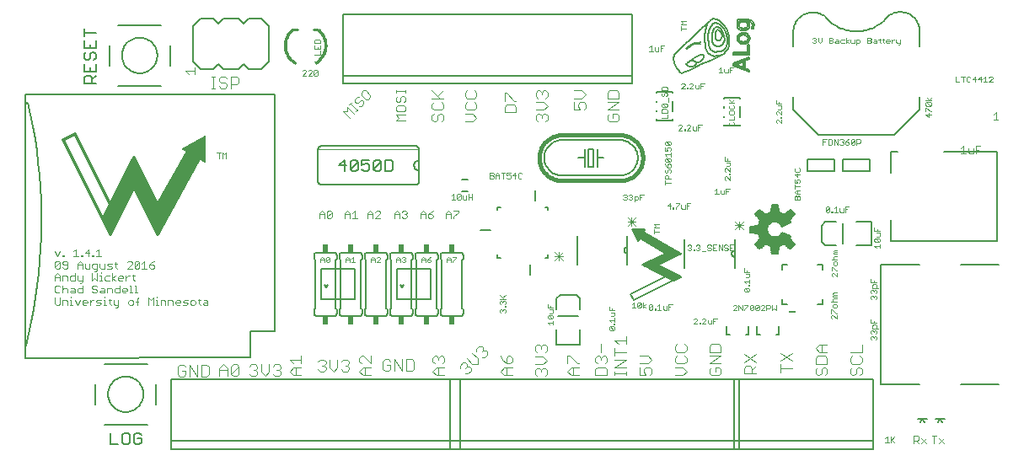
<source format=gto>
G75*
%MOIN*%
%OFA0B0*%
%FSLAX24Y24*%
%IPPOS*%
%LPD*%
%AMOC8*
5,1,8,0,0,1.08239X$1,22.5*
%
%ADD10C,0.0040*%
%ADD11C,0.0030*%
%ADD12C,0.0020*%
%ADD13C,0.0160*%
%ADD14C,0.0060*%
%ADD15C,0.0050*%
%ADD16C,0.0080*%
%ADD17R,0.0240X0.0340*%
%ADD18C,0.0010*%
%ADD19C,0.0100*%
%ADD20C,0.0079*%
%ADD21C,0.0000*%
%ADD22C,0.0001*%
%ADD23C,0.0118*%
%ADD24C,0.0059*%
%ADD25R,0.0250X0.0100*%
D10*
X006588Y003459D02*
X006665Y003382D01*
X006819Y003382D01*
X006895Y003459D01*
X006895Y003612D01*
X006742Y003612D01*
X006588Y003766D02*
X006588Y003459D01*
X007049Y003382D02*
X007049Y003842D01*
X007356Y003382D01*
X007356Y003842D01*
X007509Y003842D02*
X007739Y003842D01*
X007816Y003766D01*
X007816Y003459D01*
X007739Y003382D01*
X007509Y003382D01*
X007509Y003842D01*
X006895Y003766D02*
X006819Y003842D01*
X006665Y003842D01*
X006588Y003766D01*
X008240Y003710D02*
X008240Y003403D01*
X008240Y003633D02*
X008547Y003633D01*
X008547Y003710D02*
X008547Y003403D01*
X008701Y003480D02*
X009008Y003786D01*
X009008Y003480D01*
X008931Y003403D01*
X008778Y003403D01*
X008701Y003480D01*
X008701Y003786D01*
X008778Y003863D01*
X008931Y003863D01*
X009008Y003786D01*
X009430Y003786D02*
X009507Y003863D01*
X009661Y003863D01*
X009737Y003786D01*
X009737Y003710D01*
X009661Y003633D01*
X009737Y003556D01*
X009737Y003480D01*
X009661Y003403D01*
X009507Y003403D01*
X009430Y003480D01*
X009584Y003633D02*
X009661Y003633D01*
X009891Y003556D02*
X010044Y003403D01*
X010198Y003556D01*
X010198Y003863D01*
X010351Y003786D02*
X010428Y003863D01*
X010581Y003863D01*
X010658Y003786D01*
X010658Y003710D01*
X010581Y003633D01*
X010658Y003556D01*
X010658Y003480D01*
X010581Y003403D01*
X010428Y003403D01*
X010351Y003480D01*
X010505Y003633D02*
X010581Y003633D01*
X009891Y003556D02*
X009891Y003863D01*
X011012Y004044D02*
X011165Y003891D01*
X011165Y003737D02*
X011472Y003737D01*
X011472Y003891D02*
X011472Y004198D01*
X011472Y004044D02*
X011012Y004044D01*
X011165Y003737D02*
X011012Y003584D01*
X011165Y003430D01*
X011472Y003430D01*
X011242Y003430D02*
X011242Y003737D01*
X012136Y003664D02*
X012213Y003587D01*
X012366Y003587D01*
X012443Y003664D01*
X012443Y003740D01*
X012366Y003817D01*
X012289Y003817D01*
X012366Y003817D02*
X012443Y003894D01*
X012443Y003971D01*
X012366Y004047D01*
X012213Y004047D01*
X012136Y003971D01*
X012596Y004047D02*
X012596Y003740D01*
X012750Y003587D01*
X012903Y003740D01*
X012903Y004047D01*
X013057Y003971D02*
X013133Y004047D01*
X013287Y004047D01*
X013364Y003971D01*
X013364Y003894D01*
X013287Y003817D01*
X013364Y003740D01*
X013364Y003664D01*
X013287Y003587D01*
X013133Y003587D01*
X013057Y003664D01*
X013210Y003817D02*
X013287Y003817D01*
X013768Y003968D02*
X013844Y003891D01*
X013768Y003968D02*
X013768Y004121D01*
X013844Y004198D01*
X013921Y004198D01*
X014228Y003891D01*
X014228Y004198D01*
X014698Y003984D02*
X014698Y003677D01*
X014775Y003601D01*
X014928Y003601D01*
X015005Y003677D01*
X015005Y003831D01*
X014852Y003831D01*
X015005Y003984D02*
X014928Y004061D01*
X014775Y004061D01*
X014698Y003984D01*
X015158Y004061D02*
X015465Y003601D01*
X015465Y004061D01*
X015619Y004061D02*
X015849Y004061D01*
X015926Y003984D01*
X015926Y003677D01*
X015849Y003601D01*
X015619Y003601D01*
X015619Y004061D01*
X015158Y004061D02*
X015158Y003601D01*
X014228Y003737D02*
X013921Y003737D01*
X013768Y003584D01*
X013921Y003430D01*
X014228Y003430D01*
X013998Y003430D02*
X013998Y003737D01*
X016674Y003584D02*
X016827Y003737D01*
X017134Y003737D01*
X017057Y003891D02*
X017134Y003968D01*
X017134Y004121D01*
X017057Y004198D01*
X016981Y004198D01*
X016904Y004121D01*
X016904Y004044D01*
X016904Y004121D02*
X016827Y004198D01*
X016750Y004198D01*
X016674Y004121D01*
X016674Y003968D01*
X016750Y003891D01*
X016904Y003737D02*
X016904Y003430D01*
X016827Y003430D02*
X016674Y003584D01*
X016827Y003430D02*
X017134Y003430D01*
X017745Y003710D02*
X017745Y003818D01*
X017853Y003927D01*
X017962Y003927D01*
X018016Y003873D01*
X018016Y003764D01*
X018125Y003764D01*
X018179Y003710D01*
X018179Y003601D01*
X018070Y003493D01*
X017962Y003493D01*
X017962Y003710D02*
X018016Y003764D01*
X018233Y003873D02*
X018450Y003873D01*
X018450Y004090D01*
X018233Y004307D01*
X018396Y004361D02*
X018396Y004470D01*
X018504Y004578D01*
X018613Y004578D01*
X018667Y004524D01*
X018667Y004415D01*
X018776Y004415D01*
X018830Y004361D01*
X018830Y004253D01*
X018721Y004144D01*
X018613Y004144D01*
X018613Y004361D02*
X018667Y004415D01*
X018233Y003873D02*
X018016Y004090D01*
X019351Y004198D02*
X019427Y004044D01*
X019581Y003891D01*
X019581Y004121D01*
X019658Y004198D01*
X019734Y004198D01*
X019811Y004121D01*
X019811Y003968D01*
X019734Y003891D01*
X019581Y003891D01*
X019581Y003737D02*
X019581Y003430D01*
X019504Y003430D02*
X019811Y003430D01*
X019504Y003430D02*
X019351Y003584D01*
X019504Y003737D01*
X019811Y003737D01*
X020727Y003636D02*
X020804Y003713D01*
X020881Y003713D01*
X020957Y003636D01*
X021034Y003713D01*
X021111Y003713D01*
X021188Y003636D01*
X021188Y003483D01*
X021111Y003406D01*
X020957Y003559D02*
X020957Y003636D01*
X020727Y003636D02*
X020727Y003483D01*
X020804Y003406D01*
X020727Y003866D02*
X021034Y003866D01*
X021188Y004020D01*
X021034Y004173D01*
X020727Y004173D01*
X020804Y004327D02*
X020727Y004404D01*
X020727Y004557D01*
X020804Y004634D01*
X020881Y004634D01*
X020957Y004557D01*
X021034Y004634D01*
X021111Y004634D01*
X021188Y004557D01*
X021188Y004404D01*
X021111Y004327D01*
X020957Y004480D02*
X020957Y004557D01*
X022001Y004198D02*
X022001Y003891D01*
X022154Y003737D02*
X022461Y003737D01*
X022461Y003891D02*
X022384Y003891D01*
X022077Y004198D01*
X022001Y004198D01*
X023106Y004121D02*
X023106Y003968D01*
X023183Y003891D01*
X023183Y003737D02*
X023106Y003661D01*
X023106Y003430D01*
X023566Y003430D01*
X023566Y003661D01*
X023490Y003737D01*
X023183Y003737D01*
X023490Y003891D02*
X023566Y003968D01*
X023566Y004121D01*
X023490Y004198D01*
X023413Y004198D01*
X023336Y004121D01*
X023336Y004044D01*
X023336Y004121D02*
X023259Y004198D01*
X023183Y004198D01*
X023106Y004121D01*
X023336Y004351D02*
X023336Y004658D01*
X023856Y004505D02*
X023856Y004198D01*
X023856Y004351D02*
X024316Y004351D01*
X024316Y004044D02*
X023856Y004044D01*
X023856Y003737D02*
X024316Y004044D01*
X024316Y003737D02*
X023856Y003737D01*
X023856Y003584D02*
X023856Y003430D01*
X023856Y003507D02*
X024316Y003507D01*
X024316Y003430D02*
X024316Y003584D01*
X024872Y003737D02*
X024872Y003430D01*
X025102Y003430D01*
X025025Y003584D01*
X025025Y003661D01*
X025102Y003737D01*
X025256Y003737D01*
X025332Y003661D01*
X025332Y003507D01*
X025256Y003430D01*
X025179Y003891D02*
X025332Y004044D01*
X025179Y004198D01*
X024872Y004198D01*
X024872Y003891D02*
X025179Y003891D01*
X026256Y003968D02*
X026332Y003891D01*
X026639Y003891D01*
X026716Y003968D01*
X026716Y004121D01*
X026639Y004198D01*
X026639Y004351D02*
X026716Y004428D01*
X026716Y004581D01*
X026639Y004658D01*
X026332Y004658D02*
X026256Y004581D01*
X026256Y004428D01*
X026332Y004351D01*
X026639Y004351D01*
X026332Y004198D02*
X026256Y004121D01*
X026256Y003968D01*
X026256Y003737D02*
X026563Y003737D01*
X026716Y003584D01*
X026563Y003430D01*
X026256Y003430D01*
X027612Y003507D02*
X027689Y003430D01*
X027996Y003430D01*
X028072Y003507D01*
X028072Y003661D01*
X027996Y003737D01*
X027842Y003737D01*
X027842Y003584D01*
X027689Y003737D02*
X027612Y003661D01*
X027612Y003507D01*
X027612Y003891D02*
X028072Y004198D01*
X027612Y004198D01*
X027612Y004351D02*
X027612Y004581D01*
X027689Y004658D01*
X027996Y004658D01*
X028072Y004581D01*
X028072Y004351D01*
X027612Y004351D01*
X027612Y003891D02*
X028072Y003891D01*
X028997Y003951D02*
X029457Y004258D01*
X029457Y003951D02*
X028997Y004258D01*
X029074Y003797D02*
X029227Y003797D01*
X029304Y003721D01*
X029304Y003490D01*
X029457Y003490D02*
X028997Y003490D01*
X028997Y003721D01*
X029074Y003797D01*
X029304Y003644D02*
X029457Y003797D01*
X030437Y003857D02*
X030437Y003550D01*
X030437Y003704D02*
X030897Y003704D01*
X030897Y004011D02*
X030437Y004318D01*
X030437Y004011D02*
X030897Y004318D01*
X031812Y004500D02*
X031965Y004346D01*
X032272Y004346D01*
X032195Y004193D02*
X031889Y004193D01*
X031812Y004116D01*
X031812Y003886D01*
X032272Y003886D01*
X032272Y004116D01*
X032195Y004193D01*
X032042Y004346D02*
X032042Y004653D01*
X031965Y004653D02*
X032272Y004653D01*
X031965Y004653D02*
X031812Y004500D01*
X033187Y004346D02*
X033647Y004346D01*
X033647Y004653D01*
X033570Y004193D02*
X033647Y004116D01*
X033647Y003963D01*
X033570Y003886D01*
X033264Y003886D01*
X033187Y003963D01*
X033187Y004116D01*
X033264Y004193D01*
X033264Y003732D02*
X033187Y003656D01*
X033187Y003502D01*
X033264Y003425D01*
X033340Y003425D01*
X033417Y003502D01*
X033417Y003656D01*
X033494Y003732D01*
X033570Y003732D01*
X033647Y003656D01*
X033647Y003502D01*
X033570Y003425D01*
X032272Y003502D02*
X032195Y003425D01*
X032272Y003502D02*
X032272Y003656D01*
X032195Y003732D01*
X032119Y003732D01*
X032042Y003656D01*
X032042Y003502D01*
X031965Y003425D01*
X031889Y003425D01*
X031812Y003502D01*
X031812Y003656D01*
X031889Y003732D01*
X024316Y004658D02*
X024316Y004965D01*
X024316Y004812D02*
X023856Y004812D01*
X024009Y004658D01*
X022231Y003737D02*
X022231Y003430D01*
X022154Y003430D02*
X022001Y003584D01*
X022154Y003737D01*
X022154Y003430D02*
X022461Y003430D01*
X008547Y003710D02*
X008394Y003863D01*
X008240Y003710D01*
X016714Y013463D02*
X016791Y013463D01*
X016868Y013540D01*
X016868Y013694D01*
X016944Y013770D01*
X017021Y013770D01*
X017098Y013694D01*
X017098Y013540D01*
X017021Y013463D01*
X016714Y013463D02*
X016637Y013540D01*
X016637Y013694D01*
X016714Y013770D01*
X016714Y013924D02*
X016637Y014001D01*
X016637Y014154D01*
X016714Y014231D01*
X016637Y014384D02*
X017098Y014384D01*
X016944Y014384D02*
X016637Y014691D01*
X016868Y014461D02*
X017098Y014691D01*
X017021Y014231D02*
X017098Y014154D01*
X017098Y014001D01*
X017021Y013924D01*
X016714Y013924D01*
X017944Y014001D02*
X018020Y013924D01*
X018327Y013924D01*
X018404Y014001D01*
X018404Y014154D01*
X018327Y014231D01*
X018327Y014384D02*
X018404Y014461D01*
X018404Y014614D01*
X018327Y014691D01*
X018020Y014691D02*
X017944Y014614D01*
X017944Y014461D01*
X018020Y014384D01*
X018327Y014384D01*
X018020Y014231D02*
X017944Y014154D01*
X017944Y014001D01*
X017944Y013770D02*
X018250Y013770D01*
X018404Y013617D01*
X018250Y013463D01*
X017944Y013463D01*
X019512Y013824D02*
X019512Y014054D01*
X019589Y014131D01*
X019896Y014131D01*
X019973Y014054D01*
X019973Y013824D01*
X019512Y013824D01*
X019512Y014284D02*
X019512Y014591D01*
X019589Y014591D01*
X019896Y014284D01*
X019973Y014284D01*
X020754Y014231D02*
X021060Y014231D01*
X021214Y014077D01*
X021060Y013924D01*
X020754Y013924D01*
X020830Y013770D02*
X020754Y013694D01*
X020754Y013540D01*
X020830Y013463D01*
X020984Y013617D02*
X020984Y013694D01*
X021060Y013770D01*
X021137Y013770D01*
X021214Y013694D01*
X021214Y013540D01*
X021137Y013463D01*
X020984Y013694D02*
X020907Y013770D01*
X020830Y013770D01*
X020830Y014384D02*
X020754Y014461D01*
X020754Y014614D01*
X020830Y014691D01*
X020907Y014691D01*
X020984Y014614D01*
X021060Y014691D01*
X021137Y014691D01*
X021214Y014614D01*
X021214Y014461D01*
X021137Y014384D01*
X020984Y014538D02*
X020984Y014614D01*
X022267Y014691D02*
X022574Y014691D01*
X022728Y014538D01*
X022574Y014384D01*
X022267Y014384D01*
X022267Y014231D02*
X022267Y013924D01*
X022498Y013924D01*
X022421Y014077D01*
X022421Y014154D01*
X022498Y014231D01*
X022651Y014231D01*
X022728Y014154D01*
X022728Y014001D01*
X022651Y013924D01*
X023577Y013924D02*
X024038Y014231D01*
X023577Y014231D01*
X023577Y014384D02*
X023577Y014614D01*
X023654Y014691D01*
X023961Y014691D01*
X024038Y014614D01*
X024038Y014384D01*
X023577Y014384D01*
X023577Y013924D02*
X024038Y013924D01*
X023961Y013770D02*
X023808Y013770D01*
X023808Y013617D01*
X023961Y013770D02*
X024038Y013694D01*
X024038Y013540D01*
X023961Y013463D01*
X023654Y013463D01*
X023577Y013540D01*
X023577Y013694D01*
X023654Y013770D01*
X008989Y015010D02*
X008913Y014933D01*
X008682Y014933D01*
X008682Y014780D02*
X008682Y015240D01*
X008913Y015240D01*
X008989Y015164D01*
X008989Y015010D01*
X008529Y014933D02*
X008529Y014857D01*
X008452Y014780D01*
X008299Y014780D01*
X008222Y014857D01*
X008299Y015010D02*
X008452Y015010D01*
X008529Y014933D01*
X008299Y015010D02*
X008222Y015087D01*
X008222Y015164D01*
X008299Y015240D01*
X008452Y015240D01*
X008529Y015164D01*
X008068Y015240D02*
X007915Y015240D01*
X007992Y015240D02*
X007992Y014780D01*
X008068Y014780D02*
X007915Y014780D01*
D11*
X007265Y015345D02*
X007265Y015592D01*
X007265Y015468D02*
X006895Y015468D01*
X007018Y015345D01*
X013114Y013870D02*
X013376Y013608D01*
X013550Y013783D02*
X013288Y014044D01*
X013288Y013870D01*
X013114Y013870D01*
X013374Y014130D02*
X013462Y014218D01*
X013418Y014174D02*
X013680Y013912D01*
X013723Y013956D02*
X013636Y013868D01*
X013766Y014086D02*
X013853Y014086D01*
X013941Y014173D01*
X013941Y014260D01*
X013897Y014304D01*
X013810Y014304D01*
X013722Y014217D01*
X013635Y014217D01*
X013592Y014260D01*
X013592Y014348D01*
X013679Y014435D01*
X013766Y014435D01*
X013852Y014521D02*
X014027Y014346D01*
X014114Y014346D01*
X014201Y014433D01*
X014201Y014521D01*
X014027Y014695D01*
X013939Y014695D01*
X013852Y014608D01*
X013852Y014521D01*
X015217Y014594D02*
X015217Y014718D01*
X015217Y014656D02*
X015588Y014656D01*
X015588Y014594D02*
X015588Y014718D01*
X015526Y014473D02*
X015464Y014473D01*
X015403Y014411D01*
X015403Y014287D01*
X015341Y014226D01*
X015279Y014226D01*
X015217Y014287D01*
X015217Y014411D01*
X015279Y014473D01*
X015526Y014473D02*
X015588Y014411D01*
X015588Y014287D01*
X015526Y014226D01*
X015526Y014104D02*
X015279Y014104D01*
X015217Y014043D01*
X015217Y013919D01*
X015279Y013857D01*
X015526Y013857D01*
X015588Y013919D01*
X015588Y014043D01*
X015526Y014104D01*
X015588Y013736D02*
X015217Y013736D01*
X015341Y013613D01*
X015217Y013489D01*
X015588Y013489D01*
X015595Y009935D02*
X015644Y009887D01*
X015644Y009838D01*
X015595Y009790D01*
X015644Y009742D01*
X015644Y009693D01*
X015595Y009645D01*
X015499Y009645D01*
X015450Y009693D01*
X015349Y009645D02*
X015349Y009838D01*
X015252Y009935D01*
X015156Y009838D01*
X015156Y009645D01*
X015156Y009790D02*
X015349Y009790D01*
X015450Y009887D02*
X015499Y009935D01*
X015595Y009935D01*
X015595Y009790D02*
X015547Y009790D01*
X016195Y009790D02*
X016388Y009790D01*
X016388Y009838D02*
X016388Y009645D01*
X016490Y009693D02*
X016538Y009645D01*
X016635Y009645D01*
X016683Y009693D01*
X016683Y009742D01*
X016635Y009790D01*
X016490Y009790D01*
X016490Y009693D01*
X016490Y009790D02*
X016586Y009887D01*
X016683Y009935D01*
X016388Y009838D02*
X016292Y009935D01*
X016195Y009838D01*
X016195Y009645D01*
X017195Y009645D02*
X017195Y009838D01*
X017292Y009935D01*
X017388Y009838D01*
X017388Y009645D01*
X017490Y009645D02*
X017490Y009693D01*
X017683Y009887D01*
X017683Y009935D01*
X017490Y009935D01*
X017388Y009790D02*
X017195Y009790D01*
X014594Y009838D02*
X014400Y009645D01*
X014594Y009645D01*
X014594Y009838D02*
X014594Y009887D01*
X014545Y009935D01*
X014449Y009935D01*
X014400Y009887D01*
X014299Y009838D02*
X014299Y009645D01*
X014299Y009790D02*
X014106Y009790D01*
X014106Y009838D02*
X014202Y009935D01*
X014299Y009838D01*
X014106Y009838D02*
X014106Y009645D01*
X013683Y009645D02*
X013490Y009645D01*
X013586Y009645D02*
X013586Y009935D01*
X013490Y009838D01*
X013388Y009838D02*
X013388Y009645D01*
X013388Y009790D02*
X013195Y009790D01*
X013195Y009838D02*
X013292Y009935D01*
X013388Y009838D01*
X013195Y009838D02*
X013195Y009645D01*
X012683Y009693D02*
X012635Y009645D01*
X012538Y009645D01*
X012490Y009693D01*
X012683Y009887D01*
X012683Y009693D01*
X012490Y009693D02*
X012490Y009887D01*
X012538Y009935D01*
X012635Y009935D01*
X012683Y009887D01*
X012388Y009838D02*
X012388Y009645D01*
X012388Y009790D02*
X012195Y009790D01*
X012195Y009838D02*
X012292Y009935D01*
X012388Y009838D01*
X012195Y009838D02*
X012195Y009645D01*
X005661Y007940D02*
X005564Y007892D01*
X005467Y007795D01*
X005612Y007795D01*
X005661Y007747D01*
X005661Y007698D01*
X005612Y007650D01*
X005516Y007650D01*
X005467Y007698D01*
X005467Y007795D01*
X005366Y007650D02*
X005173Y007650D01*
X005269Y007650D02*
X005269Y007940D01*
X005173Y007843D01*
X005071Y007892D02*
X004878Y007698D01*
X004926Y007650D01*
X005023Y007650D01*
X005071Y007698D01*
X005071Y007892D01*
X005023Y007940D01*
X004926Y007940D01*
X004878Y007892D01*
X004878Y007698D01*
X004777Y007650D02*
X004583Y007650D01*
X004777Y007843D01*
X004777Y007892D01*
X004728Y007940D01*
X004632Y007940D01*
X004583Y007892D01*
X004189Y007843D02*
X004092Y007843D01*
X004141Y007892D02*
X004141Y007698D01*
X004189Y007650D01*
X003991Y007698D02*
X003943Y007747D01*
X003846Y007747D01*
X003798Y007795D01*
X003846Y007843D01*
X003991Y007843D01*
X003991Y007698D02*
X003943Y007650D01*
X003798Y007650D01*
X003696Y007650D02*
X003696Y007843D01*
X003503Y007843D02*
X003503Y007698D01*
X003551Y007650D01*
X003696Y007650D01*
X003551Y007509D02*
X003551Y007460D01*
X003551Y007363D02*
X003551Y007170D01*
X003503Y007170D02*
X003600Y007170D01*
X003699Y007218D02*
X003699Y007315D01*
X003748Y007363D01*
X003893Y007363D01*
X003994Y007267D02*
X004139Y007363D01*
X004240Y007315D02*
X004288Y007363D01*
X004385Y007363D01*
X004433Y007315D01*
X004433Y007267D01*
X004240Y007267D01*
X004240Y007315D02*
X004240Y007218D01*
X004288Y007170D01*
X004385Y007170D01*
X004534Y007170D02*
X004534Y007363D01*
X004534Y007267D02*
X004631Y007363D01*
X004679Y007363D01*
X004780Y007363D02*
X004876Y007363D01*
X004828Y007412D02*
X004828Y007218D01*
X004876Y007170D01*
X004878Y006980D02*
X004926Y006980D01*
X004926Y006690D01*
X004878Y006690D02*
X004975Y006690D01*
X005024Y006500D02*
X004975Y006452D01*
X004975Y006210D01*
X004927Y006355D02*
X005024Y006355D01*
X004826Y006355D02*
X004778Y006403D01*
X004681Y006403D01*
X004632Y006355D01*
X004632Y006258D01*
X004681Y006210D01*
X004778Y006210D01*
X004826Y006258D01*
X004826Y006355D01*
X004237Y006403D02*
X004237Y006162D01*
X004188Y006113D01*
X004140Y006113D01*
X004091Y006210D02*
X004043Y006258D01*
X004043Y006403D01*
X003943Y006403D02*
X003847Y006403D01*
X003895Y006452D02*
X003895Y006258D01*
X003943Y006210D01*
X004091Y006210D02*
X004237Y006210D01*
X003747Y006210D02*
X003650Y006210D01*
X003699Y006210D02*
X003699Y006403D01*
X003650Y006403D01*
X003549Y006403D02*
X003404Y006403D01*
X003356Y006355D01*
X003404Y006307D01*
X003501Y006307D01*
X003549Y006258D01*
X003501Y006210D01*
X003356Y006210D01*
X003255Y006403D02*
X003207Y006403D01*
X003110Y006307D01*
X003110Y006403D02*
X003110Y006210D01*
X003009Y006307D02*
X002815Y006307D01*
X002815Y006355D02*
X002864Y006403D01*
X002961Y006403D01*
X003009Y006355D01*
X003009Y006307D01*
X002961Y006210D02*
X002864Y006210D01*
X002815Y006258D01*
X002815Y006355D01*
X002714Y006403D02*
X002617Y006210D01*
X002521Y006403D01*
X002373Y006403D02*
X002373Y006210D01*
X002421Y006210D02*
X002324Y006210D01*
X002223Y006210D02*
X002223Y006355D01*
X002175Y006403D01*
X002030Y006403D01*
X002030Y006210D01*
X001928Y006258D02*
X001928Y006500D01*
X001735Y006500D02*
X001735Y006258D01*
X001783Y006210D01*
X001880Y006210D01*
X001928Y006258D01*
X002324Y006403D02*
X002373Y006403D01*
X002373Y006500D02*
X002373Y006549D01*
X002373Y006690D02*
X002324Y006738D01*
X002373Y006787D01*
X002518Y006787D01*
X002518Y006835D02*
X002518Y006690D01*
X002373Y006690D01*
X002223Y006690D02*
X002223Y006835D01*
X002175Y006883D01*
X002078Y006883D01*
X002030Y006835D01*
X001928Y006738D02*
X001880Y006690D01*
X001783Y006690D01*
X001735Y006738D01*
X001735Y006932D01*
X001783Y006980D01*
X001880Y006980D01*
X001928Y006932D01*
X002030Y006980D02*
X002030Y006690D01*
X002373Y006883D02*
X002469Y006883D01*
X002518Y006835D01*
X002619Y006835D02*
X002667Y006883D01*
X002812Y006883D01*
X002812Y006980D02*
X002812Y006690D01*
X002667Y006690D01*
X002619Y006738D01*
X002619Y006835D01*
X002716Y007073D02*
X002764Y007073D01*
X002812Y007122D01*
X002812Y007363D01*
X002812Y007170D02*
X002667Y007170D01*
X002619Y007218D01*
X002619Y007363D01*
X002518Y007363D02*
X002373Y007363D01*
X002324Y007315D01*
X002324Y007218D01*
X002373Y007170D01*
X002518Y007170D01*
X002518Y007460D01*
X002619Y007650D02*
X002619Y007843D01*
X002716Y007940D01*
X002812Y007843D01*
X002812Y007650D01*
X002914Y007698D02*
X002962Y007650D01*
X003107Y007650D01*
X003107Y007843D01*
X003208Y007795D02*
X003257Y007843D01*
X003402Y007843D01*
X003402Y007602D01*
X003353Y007553D01*
X003305Y007553D01*
X003257Y007650D02*
X003402Y007650D01*
X003257Y007650D02*
X003208Y007698D01*
X003208Y007795D01*
X002914Y007843D02*
X002914Y007698D01*
X002812Y007795D02*
X002619Y007795D01*
X002223Y007795D02*
X002078Y007795D01*
X002030Y007843D01*
X002030Y007892D01*
X002078Y007940D01*
X002175Y007940D01*
X002223Y007892D01*
X002223Y007698D01*
X002175Y007650D01*
X002078Y007650D01*
X002030Y007698D01*
X001928Y007698D02*
X001880Y007650D01*
X001783Y007650D01*
X001735Y007698D01*
X001928Y007892D01*
X001928Y007698D01*
X001735Y007698D02*
X001735Y007892D01*
X001783Y007940D01*
X001880Y007940D01*
X001928Y007892D01*
X001832Y008130D02*
X001928Y008323D01*
X002030Y008178D02*
X002078Y008178D01*
X002078Y008130D01*
X002030Y008130D01*
X002030Y008178D01*
X001832Y008130D02*
X001735Y008323D01*
X002472Y008323D02*
X002568Y008420D01*
X002568Y008130D01*
X002472Y008130D02*
X002665Y008130D01*
X002766Y008130D02*
X002815Y008130D01*
X002815Y008178D01*
X002766Y008178D01*
X002766Y008130D01*
X002914Y008275D02*
X003107Y008275D01*
X003208Y008178D02*
X003257Y008178D01*
X003257Y008130D01*
X003208Y008130D01*
X003208Y008178D01*
X003356Y008130D02*
X003549Y008130D01*
X003452Y008130D02*
X003452Y008420D01*
X003356Y008323D01*
X003059Y008420D02*
X003059Y008130D01*
X002914Y008275D02*
X003059Y008420D01*
X003208Y007460D02*
X003208Y007170D01*
X003305Y007267D01*
X003402Y007170D01*
X003402Y007460D01*
X003503Y007363D02*
X003551Y007363D01*
X003699Y007218D02*
X003748Y007170D01*
X003893Y007170D01*
X003994Y007170D02*
X003994Y007460D01*
X003994Y007267D02*
X004139Y007170D01*
X004286Y006980D02*
X004286Y006690D01*
X004141Y006690D01*
X004092Y006738D01*
X004092Y006835D01*
X004141Y006883D01*
X004286Y006883D01*
X004387Y006835D02*
X004435Y006883D01*
X004532Y006883D01*
X004580Y006835D01*
X004580Y006787D01*
X004387Y006787D01*
X004387Y006835D02*
X004387Y006738D01*
X004435Y006690D01*
X004532Y006690D01*
X004682Y006690D02*
X004778Y006690D01*
X004730Y006690D02*
X004730Y006980D01*
X004682Y006980D01*
X003991Y006835D02*
X003991Y006690D01*
X003991Y006835D02*
X003943Y006883D01*
X003798Y006883D01*
X003798Y006690D01*
X003696Y006690D02*
X003551Y006690D01*
X003503Y006738D01*
X003551Y006787D01*
X003696Y006787D01*
X003696Y006835D02*
X003696Y006690D01*
X003699Y006549D02*
X003699Y006500D01*
X003402Y006738D02*
X003353Y006690D01*
X003257Y006690D01*
X003208Y006738D01*
X003257Y006835D02*
X003353Y006835D01*
X003402Y006787D01*
X003402Y006738D01*
X003257Y006835D02*
X003208Y006883D01*
X003208Y006932D01*
X003257Y006980D01*
X003353Y006980D01*
X003402Y006932D01*
X003551Y006883D02*
X003648Y006883D01*
X003696Y006835D01*
X002223Y007170D02*
X002223Y007315D01*
X002175Y007363D01*
X002030Y007363D01*
X002030Y007170D01*
X001928Y007170D02*
X001928Y007363D01*
X001832Y007460D01*
X001735Y007363D01*
X001735Y007170D01*
X001735Y007315D02*
X001928Y007315D01*
X005418Y006500D02*
X005418Y006210D01*
X005612Y006210D02*
X005612Y006500D01*
X005515Y006403D01*
X005418Y006500D01*
X005713Y006403D02*
X005761Y006403D01*
X005761Y006210D01*
X005713Y006210D02*
X005810Y006210D01*
X005909Y006210D02*
X005909Y006403D01*
X006054Y006403D01*
X006103Y006355D01*
X006103Y006210D01*
X006204Y006210D02*
X006204Y006403D01*
X006349Y006403D01*
X006397Y006355D01*
X006397Y006210D01*
X006499Y006258D02*
X006499Y006355D01*
X006547Y006403D01*
X006644Y006403D01*
X006692Y006355D01*
X006692Y006307D01*
X006499Y006307D01*
X006499Y006258D02*
X006547Y006210D01*
X006644Y006210D01*
X006793Y006210D02*
X006938Y006210D01*
X006987Y006258D01*
X006938Y006307D01*
X006842Y006307D01*
X006793Y006355D01*
X006842Y006403D01*
X006987Y006403D01*
X007088Y006355D02*
X007136Y006403D01*
X007233Y006403D01*
X007281Y006355D01*
X007281Y006258D01*
X007233Y006210D01*
X007136Y006210D01*
X007088Y006258D01*
X007088Y006355D01*
X007382Y006403D02*
X007479Y006403D01*
X007431Y006452D02*
X007431Y006258D01*
X007479Y006210D01*
X007579Y006258D02*
X007627Y006307D01*
X007772Y006307D01*
X007772Y006355D02*
X007772Y006210D01*
X007627Y006210D01*
X007579Y006258D01*
X007627Y006403D02*
X007724Y006403D01*
X007772Y006355D01*
X005761Y006500D02*
X005761Y006549D01*
X021501Y007983D02*
X021815Y008297D01*
X021658Y008297D02*
X021658Y007983D01*
X021815Y007983D02*
X021501Y008297D01*
X021501Y008140D02*
X021815Y008140D01*
X024383Y009351D02*
X024697Y009665D01*
X024540Y009665D02*
X024540Y009351D01*
X024697Y009351D02*
X024383Y009665D01*
X024383Y009508D02*
X024697Y009508D01*
X028633Y009515D02*
X028947Y009201D01*
X028790Y009201D02*
X028790Y009515D01*
X028947Y009515D02*
X028633Y009201D01*
X028633Y009358D02*
X028947Y009358D01*
X037556Y012210D02*
X037750Y012210D01*
X037653Y012210D02*
X037653Y012500D01*
X037556Y012403D01*
X037851Y012403D02*
X037851Y012258D01*
X037899Y012210D01*
X038044Y012210D01*
X038044Y012403D01*
X038145Y012355D02*
X038242Y012355D01*
X038145Y012210D02*
X038145Y012500D01*
X038339Y012500D01*
X038847Y013541D02*
X039040Y013541D01*
X038943Y013541D02*
X038943Y013831D01*
X038847Y013734D01*
X036604Y001040D02*
X036411Y001040D01*
X036507Y001040D02*
X036507Y000750D01*
X036705Y000750D02*
X036899Y000943D01*
X036899Y000750D02*
X036705Y000943D01*
X036194Y000943D02*
X036000Y000750D01*
X035899Y000750D02*
X035802Y000847D01*
X035851Y000847D02*
X035706Y000847D01*
X035706Y000750D02*
X035706Y001040D01*
X035851Y001040D01*
X035899Y000992D01*
X035899Y000895D01*
X035851Y000847D01*
X036000Y000943D02*
X036194Y000750D01*
D12*
X034941Y000775D02*
X034831Y000885D01*
X034794Y000848D02*
X034941Y000995D01*
X034794Y000995D02*
X034794Y000775D01*
X034720Y000775D02*
X034573Y000775D01*
X034646Y000775D02*
X034646Y000995D01*
X034573Y000922D01*
X034183Y004840D02*
X034220Y004877D01*
X034220Y004950D01*
X034183Y004987D01*
X034147Y004987D01*
X034110Y004950D01*
X034110Y004913D01*
X034110Y004950D02*
X034073Y004987D01*
X034037Y004987D01*
X034000Y004950D01*
X034000Y004877D01*
X034037Y004840D01*
X034037Y005061D02*
X034000Y005098D01*
X034000Y005171D01*
X034037Y005208D01*
X034073Y005208D01*
X034110Y005171D01*
X034147Y005208D01*
X034183Y005208D01*
X034220Y005171D01*
X034220Y005098D01*
X034183Y005061D01*
X034110Y005134D02*
X034110Y005171D01*
X034073Y005282D02*
X034073Y005392D01*
X034110Y005429D01*
X034183Y005429D01*
X034220Y005392D01*
X034220Y005282D01*
X034293Y005282D02*
X034073Y005282D01*
X034110Y005503D02*
X034110Y005576D01*
X034220Y005503D02*
X034000Y005503D01*
X034000Y005650D01*
X032650Y005660D02*
X032503Y005807D01*
X032467Y005807D01*
X032430Y005770D01*
X032430Y005697D01*
X032467Y005660D01*
X032650Y005660D02*
X032650Y005807D01*
X032650Y005881D02*
X032613Y005881D01*
X032467Y006028D01*
X032430Y006028D01*
X032430Y005881D01*
X032540Y006102D02*
X032613Y006102D01*
X032650Y006139D01*
X032650Y006212D01*
X032613Y006249D01*
X032540Y006249D01*
X032503Y006212D01*
X032503Y006139D01*
X032540Y006102D01*
X032540Y006323D02*
X032503Y006360D01*
X032503Y006433D01*
X032540Y006470D01*
X032650Y006470D01*
X032650Y006544D02*
X032503Y006544D01*
X032503Y006581D01*
X032540Y006617D01*
X032503Y006654D01*
X032540Y006691D01*
X032650Y006691D01*
X032650Y006617D02*
X032540Y006617D01*
X032430Y006323D02*
X032650Y006323D01*
X034000Y006477D02*
X034000Y006550D01*
X034037Y006587D01*
X034073Y006587D01*
X034110Y006550D01*
X034147Y006587D01*
X034183Y006587D01*
X034220Y006550D01*
X034220Y006477D01*
X034183Y006440D01*
X034110Y006513D02*
X034110Y006550D01*
X034037Y006440D02*
X034000Y006477D01*
X034037Y006661D02*
X034000Y006698D01*
X034000Y006771D01*
X034037Y006808D01*
X034073Y006808D01*
X034110Y006771D01*
X034147Y006808D01*
X034183Y006808D01*
X034220Y006771D01*
X034220Y006698D01*
X034183Y006661D01*
X034110Y006734D02*
X034110Y006771D01*
X034073Y006882D02*
X034073Y006992D01*
X034110Y007029D01*
X034183Y007029D01*
X034220Y006992D01*
X034220Y006882D01*
X034293Y006882D02*
X034073Y006882D01*
X034110Y007103D02*
X034110Y007176D01*
X034220Y007103D02*
X034000Y007103D01*
X034000Y007250D01*
X032670Y007340D02*
X032523Y007487D01*
X032487Y007487D01*
X032450Y007450D01*
X032450Y007377D01*
X032487Y007340D01*
X032670Y007340D02*
X032670Y007487D01*
X032670Y007561D02*
X032633Y007561D01*
X032487Y007708D01*
X032450Y007708D01*
X032450Y007561D01*
X032560Y007782D02*
X032633Y007782D01*
X032670Y007819D01*
X032670Y007892D01*
X032633Y007929D01*
X032560Y007929D01*
X032523Y007892D01*
X032523Y007819D01*
X032560Y007782D01*
X032560Y008003D02*
X032523Y008040D01*
X032523Y008113D01*
X032560Y008150D01*
X032670Y008150D01*
X032670Y008224D02*
X032523Y008224D01*
X032523Y008261D01*
X032560Y008297D01*
X032523Y008334D01*
X032560Y008371D01*
X032670Y008371D01*
X032670Y008297D02*
X032560Y008297D01*
X032450Y008003D02*
X032670Y008003D01*
X034139Y008544D02*
X034359Y008544D01*
X034359Y008617D02*
X034359Y008470D01*
X034213Y008470D02*
X034139Y008544D01*
X034176Y008691D02*
X034139Y008728D01*
X034139Y008801D01*
X034176Y008838D01*
X034323Y008691D01*
X034359Y008728D01*
X034359Y008801D01*
X034323Y008838D01*
X034176Y008838D01*
X034213Y008912D02*
X034323Y008912D01*
X034359Y008949D01*
X034359Y009059D01*
X034213Y009059D01*
X034249Y009133D02*
X034249Y009207D01*
X034139Y009133D02*
X034139Y009280D01*
X034139Y009133D02*
X034359Y009133D01*
X034323Y008691D02*
X034176Y008691D01*
X032993Y009880D02*
X032993Y010100D01*
X033140Y010100D01*
X033067Y009990D02*
X032993Y009990D01*
X032919Y010027D02*
X032919Y009880D01*
X032809Y009880D01*
X032772Y009917D01*
X032772Y010027D01*
X032625Y010100D02*
X032625Y009880D01*
X032698Y009880D02*
X032551Y009880D01*
X032478Y009880D02*
X032441Y009880D01*
X032441Y009917D01*
X032478Y009917D01*
X032478Y009880D01*
X032367Y009917D02*
X032330Y009880D01*
X032257Y009880D01*
X032220Y009917D01*
X032367Y010063D01*
X032367Y009917D01*
X032367Y010063D02*
X032330Y010100D01*
X032257Y010100D01*
X032220Y010063D01*
X032220Y009917D01*
X032551Y010027D02*
X032625Y010100D01*
X031202Y010377D02*
X031202Y010487D01*
X031166Y010524D01*
X031129Y010524D01*
X031092Y010487D01*
X031092Y010377D01*
X030982Y010377D02*
X030982Y010487D01*
X031019Y010524D01*
X031056Y010524D01*
X031092Y010487D01*
X031092Y010598D02*
X031092Y010745D01*
X031056Y010745D02*
X031202Y010745D01*
X031056Y010745D02*
X030982Y010671D01*
X031056Y010598D01*
X031202Y010598D01*
X031202Y010892D02*
X030982Y010892D01*
X030982Y010819D02*
X030982Y010966D01*
X030982Y011040D02*
X031092Y011040D01*
X031056Y011113D01*
X031056Y011150D01*
X031092Y011187D01*
X031166Y011187D01*
X031202Y011150D01*
X031202Y011077D01*
X031166Y011040D01*
X030982Y011040D02*
X030982Y011187D01*
X031092Y011261D02*
X031092Y011408D01*
X031019Y011482D02*
X031166Y011482D01*
X031202Y011519D01*
X031202Y011592D01*
X031166Y011629D01*
X031019Y011629D02*
X030982Y011592D01*
X030982Y011519D01*
X031019Y011482D01*
X030982Y011371D02*
X031092Y011261D01*
X031202Y011371D02*
X030982Y011371D01*
X030982Y010377D02*
X031202Y010377D01*
X028419Y010820D02*
X028272Y010820D01*
X028272Y010600D01*
X028198Y010600D02*
X028198Y010747D01*
X028272Y010710D02*
X028345Y010710D01*
X028198Y010600D02*
X028088Y010600D01*
X028051Y010637D01*
X028051Y010747D01*
X027977Y010600D02*
X027830Y010600D01*
X027903Y010600D02*
X027903Y010820D01*
X027830Y010747D01*
X028210Y011182D02*
X028247Y011146D01*
X028210Y011182D02*
X028210Y011256D01*
X028247Y011292D01*
X028283Y011292D01*
X028430Y011146D01*
X028430Y011292D01*
X028430Y011367D02*
X028430Y011403D01*
X028393Y011403D01*
X028393Y011367D01*
X028430Y011367D01*
X028430Y011477D02*
X028283Y011624D01*
X028247Y011624D01*
X028210Y011587D01*
X028210Y011514D01*
X028247Y011477D01*
X028430Y011477D02*
X028430Y011624D01*
X028393Y011698D02*
X028430Y011735D01*
X028430Y011845D01*
X028283Y011845D01*
X028320Y011919D02*
X028320Y011992D01*
X028430Y011919D02*
X028210Y011919D01*
X028210Y012066D01*
X028283Y011698D02*
X028393Y011698D01*
X026080Y011680D02*
X026080Y011753D01*
X026043Y011790D01*
X026007Y011790D01*
X025970Y011753D01*
X025970Y011643D01*
X026043Y011643D01*
X026080Y011680D01*
X025970Y011643D02*
X025897Y011716D01*
X025860Y011790D01*
X025897Y011864D02*
X025860Y011901D01*
X025860Y011974D01*
X025897Y012011D01*
X026043Y011864D01*
X026080Y011901D01*
X026080Y011974D01*
X026043Y012011D01*
X025897Y012011D01*
X025933Y012085D02*
X025860Y012158D01*
X026080Y012158D01*
X026080Y012085D02*
X026080Y012232D01*
X026043Y012306D02*
X026080Y012343D01*
X026080Y012416D01*
X026043Y012453D01*
X025970Y012453D01*
X025933Y012416D01*
X025933Y012379D01*
X025970Y012306D01*
X025860Y012306D01*
X025860Y012453D01*
X025897Y012527D02*
X025860Y012564D01*
X025860Y012637D01*
X025897Y012674D01*
X026043Y012527D01*
X026080Y012564D01*
X026080Y012637D01*
X026043Y012674D01*
X025897Y012674D01*
X025897Y012527D02*
X026043Y012527D01*
X026043Y011864D02*
X025897Y011864D01*
X025897Y011569D02*
X025860Y011532D01*
X025860Y011459D01*
X025897Y011422D01*
X025933Y011422D01*
X025970Y011459D01*
X025970Y011532D01*
X026007Y011569D01*
X026043Y011569D01*
X026080Y011532D01*
X026080Y011459D01*
X026043Y011422D01*
X025970Y011348D02*
X026007Y011311D01*
X026007Y011201D01*
X026080Y011201D02*
X025860Y011201D01*
X025860Y011311D01*
X025897Y011348D01*
X025970Y011348D01*
X025860Y011127D02*
X025860Y010980D01*
X025860Y011053D02*
X026080Y011053D01*
X025010Y010585D02*
X024863Y010585D01*
X024863Y010365D01*
X024789Y010402D02*
X024752Y010365D01*
X024642Y010365D01*
X024642Y010292D02*
X024642Y010512D01*
X024752Y010512D01*
X024789Y010475D01*
X024789Y010402D01*
X024863Y010475D02*
X024936Y010475D01*
X024568Y010438D02*
X024568Y010402D01*
X024531Y010365D01*
X024458Y010365D01*
X024421Y010402D01*
X024347Y010402D02*
X024310Y010365D01*
X024237Y010365D01*
X024200Y010402D01*
X024273Y010475D02*
X024310Y010475D01*
X024347Y010438D01*
X024347Y010402D01*
X024310Y010475D02*
X024347Y010512D01*
X024347Y010548D01*
X024310Y010585D01*
X024237Y010585D01*
X024200Y010548D01*
X024421Y010548D02*
X024458Y010585D01*
X024531Y010585D01*
X024568Y010548D01*
X024568Y010512D01*
X024531Y010475D01*
X024568Y010438D01*
X024531Y010475D02*
X024494Y010475D01*
X025950Y010130D02*
X026097Y010130D01*
X026171Y010057D02*
X026208Y010057D01*
X026208Y010020D01*
X026171Y010020D01*
X026171Y010057D01*
X026281Y010057D02*
X026281Y010020D01*
X026281Y010057D02*
X026428Y010203D01*
X026428Y010240D01*
X026281Y010240D01*
X026060Y010240D02*
X025950Y010130D01*
X026060Y010020D02*
X026060Y010240D01*
X026502Y010167D02*
X026502Y010057D01*
X026539Y010020D01*
X026649Y010020D01*
X026649Y010167D01*
X026723Y010130D02*
X026797Y010130D01*
X026723Y010240D02*
X026870Y010240D01*
X026723Y010240D02*
X026723Y010020D01*
X025635Y009416D02*
X025415Y009416D01*
X025488Y009342D01*
X025415Y009269D01*
X025635Y009269D01*
X025635Y009121D02*
X025415Y009121D01*
X025415Y009048D02*
X025415Y009195D01*
X026760Y008553D02*
X026797Y008590D01*
X026870Y008590D01*
X026907Y008553D01*
X026907Y008517D01*
X026870Y008480D01*
X026907Y008443D01*
X026907Y008407D01*
X026870Y008370D01*
X026797Y008370D01*
X026760Y008407D01*
X026833Y008480D02*
X026870Y008480D01*
X026981Y008407D02*
X026981Y008370D01*
X027018Y008370D01*
X027018Y008407D01*
X026981Y008407D01*
X027091Y008407D02*
X027128Y008370D01*
X027202Y008370D01*
X027238Y008407D01*
X027238Y008443D01*
X027202Y008480D01*
X027165Y008480D01*
X027202Y008480D02*
X027238Y008517D01*
X027238Y008553D01*
X027202Y008590D01*
X027128Y008590D01*
X027091Y008553D01*
X027312Y008333D02*
X027459Y008333D01*
X027533Y008407D02*
X027570Y008370D01*
X027644Y008370D01*
X027680Y008407D01*
X027680Y008443D01*
X027644Y008480D01*
X027570Y008480D01*
X027533Y008517D01*
X027533Y008553D01*
X027570Y008590D01*
X027644Y008590D01*
X027680Y008553D01*
X027754Y008590D02*
X027754Y008370D01*
X027901Y008370D01*
X027975Y008370D02*
X027975Y008590D01*
X028122Y008370D01*
X028122Y008590D01*
X028196Y008553D02*
X028233Y008590D01*
X028307Y008590D01*
X028343Y008553D01*
X028307Y008480D02*
X028343Y008443D01*
X028343Y008407D01*
X028307Y008370D01*
X028233Y008370D01*
X028196Y008407D01*
X028233Y008480D02*
X028307Y008480D01*
X028233Y008480D02*
X028196Y008517D01*
X028196Y008553D01*
X028417Y008590D02*
X028417Y008370D01*
X028564Y008370D01*
X028491Y008480D02*
X028417Y008480D01*
X028417Y008590D02*
X028564Y008590D01*
X027901Y008590D02*
X027754Y008590D01*
X027754Y008480D02*
X027828Y008480D01*
X028980Y007660D02*
X028980Y007513D01*
X029200Y007513D01*
X029200Y007439D02*
X029053Y007439D01*
X029090Y007513D02*
X029090Y007587D01*
X029200Y007439D02*
X029200Y007329D01*
X029163Y007292D01*
X029053Y007292D01*
X028980Y007145D02*
X029200Y007145D01*
X029200Y007218D02*
X029200Y007071D01*
X029200Y006998D02*
X029200Y006961D01*
X029163Y006961D01*
X029163Y006998D01*
X029200Y006998D01*
X029163Y006887D02*
X029200Y006850D01*
X029200Y006777D01*
X029163Y006740D01*
X029017Y006887D01*
X029163Y006887D01*
X029017Y006887D02*
X028980Y006850D01*
X028980Y006777D01*
X029017Y006740D01*
X029163Y006740D01*
X029053Y007071D02*
X028980Y007145D01*
X028990Y006213D02*
X029137Y006213D01*
X029137Y006176D01*
X028990Y006030D01*
X028990Y005993D01*
X028916Y005993D02*
X028916Y006213D01*
X028769Y006213D02*
X028916Y005993D01*
X028769Y005993D02*
X028769Y006213D01*
X028695Y006176D02*
X028658Y006213D01*
X028585Y006213D01*
X028548Y006176D01*
X028695Y006176D02*
X028695Y006140D01*
X028548Y005993D01*
X028695Y005993D01*
X029211Y006030D02*
X029358Y006176D01*
X029358Y006030D01*
X029321Y005993D01*
X029248Y005993D01*
X029211Y006030D01*
X029211Y006176D01*
X029248Y006213D01*
X029321Y006213D01*
X029358Y006176D01*
X029432Y006176D02*
X029469Y006213D01*
X029542Y006213D01*
X029579Y006176D01*
X029432Y006030D01*
X029469Y005993D01*
X029542Y005993D01*
X029579Y006030D01*
X029579Y006176D01*
X029653Y006176D02*
X029690Y006213D01*
X029763Y006213D01*
X029800Y006176D01*
X029800Y006140D01*
X029653Y005993D01*
X029800Y005993D01*
X029874Y005993D02*
X029874Y006213D01*
X029984Y006213D01*
X030021Y006176D01*
X030021Y006103D01*
X029984Y006066D01*
X029874Y006066D01*
X030095Y005993D02*
X030169Y006066D01*
X030242Y005993D01*
X030242Y006213D01*
X030095Y006213D02*
X030095Y005993D01*
X029432Y006030D02*
X029432Y006176D01*
X027910Y005680D02*
X027763Y005680D01*
X027763Y005460D01*
X027689Y005460D02*
X027689Y005607D01*
X027763Y005570D02*
X027837Y005570D01*
X027689Y005460D02*
X027579Y005460D01*
X027542Y005497D01*
X027542Y005607D01*
X027468Y005607D02*
X027468Y005643D01*
X027432Y005680D01*
X027358Y005680D01*
X027321Y005643D01*
X027468Y005607D02*
X027321Y005460D01*
X027468Y005460D01*
X027248Y005460D02*
X027248Y005497D01*
X027211Y005497D01*
X027211Y005460D01*
X027248Y005460D01*
X027137Y005460D02*
X026990Y005460D01*
X027137Y005607D01*
X027137Y005643D01*
X027100Y005680D01*
X027027Y005680D01*
X026990Y005643D01*
X026072Y006130D02*
X025999Y006130D01*
X025925Y006167D02*
X025925Y006020D01*
X025815Y006020D01*
X025778Y006057D01*
X025778Y006167D01*
X025704Y006020D02*
X025557Y006020D01*
X025630Y006020D02*
X025630Y006240D01*
X025557Y006167D01*
X025483Y006057D02*
X025483Y006020D01*
X025447Y006020D01*
X025447Y006057D01*
X025483Y006057D01*
X025372Y006057D02*
X025336Y006020D01*
X025262Y006020D01*
X025226Y006057D01*
X025372Y006203D01*
X025372Y006057D01*
X025226Y006057D02*
X025226Y006203D01*
X025262Y006240D01*
X025336Y006240D01*
X025372Y006203D01*
X025094Y006238D02*
X024984Y006165D01*
X025094Y006091D01*
X024984Y006091D02*
X024984Y006311D01*
X024910Y006275D02*
X024763Y006128D01*
X024799Y006091D01*
X024873Y006091D01*
X024910Y006128D01*
X024910Y006275D01*
X024873Y006311D01*
X024799Y006311D01*
X024763Y006275D01*
X024763Y006128D01*
X024689Y006091D02*
X024542Y006091D01*
X024615Y006091D02*
X024615Y006311D01*
X024542Y006238D01*
X023870Y005989D02*
X023650Y005989D01*
X023650Y006136D01*
X023760Y006062D02*
X023760Y005989D01*
X023723Y005915D02*
X023870Y005915D01*
X023870Y005805D01*
X023833Y005768D01*
X023723Y005768D01*
X023870Y005694D02*
X023870Y005547D01*
X023870Y005620D02*
X023650Y005620D01*
X023723Y005547D01*
X023833Y005473D02*
X023870Y005473D01*
X023870Y005437D01*
X023833Y005437D01*
X023833Y005473D01*
X023833Y005362D02*
X023870Y005326D01*
X023870Y005252D01*
X023833Y005216D01*
X023687Y005362D01*
X023833Y005362D01*
X023833Y005216D02*
X023687Y005216D01*
X023650Y005252D01*
X023650Y005326D01*
X023687Y005362D01*
X025999Y006020D02*
X025999Y006240D01*
X026146Y006240D01*
X021436Y006104D02*
X021215Y006104D01*
X021215Y006250D01*
X021325Y006177D02*
X021325Y006104D01*
X021289Y006029D02*
X021436Y006029D01*
X021436Y005919D01*
X021399Y005883D01*
X021289Y005883D01*
X021252Y005808D02*
X021399Y005662D01*
X021436Y005698D01*
X021436Y005772D01*
X021399Y005808D01*
X021252Y005808D01*
X021215Y005772D01*
X021215Y005698D01*
X021252Y005662D01*
X021399Y005662D01*
X021436Y005587D02*
X021436Y005441D01*
X021436Y005514D02*
X021215Y005514D01*
X021289Y005441D01*
X019550Y005939D02*
X019513Y005903D01*
X019550Y005939D02*
X019550Y006013D01*
X019513Y006049D01*
X019476Y006049D01*
X019440Y006013D01*
X019440Y005976D01*
X019440Y006013D02*
X019403Y006049D01*
X019366Y006049D01*
X019330Y006013D01*
X019330Y005939D01*
X019366Y005903D01*
X019513Y006124D02*
X019513Y006160D01*
X019550Y006160D01*
X019550Y006124D01*
X019513Y006124D01*
X019513Y006234D02*
X019550Y006271D01*
X019550Y006344D01*
X019513Y006381D01*
X019476Y006381D01*
X019440Y006344D01*
X019440Y006307D01*
X019440Y006344D02*
X019403Y006381D01*
X019366Y006381D01*
X019330Y006344D01*
X019330Y006271D01*
X019366Y006234D01*
X019330Y006455D02*
X019550Y006455D01*
X019476Y006455D02*
X019330Y006602D01*
X019440Y006492D02*
X019550Y006602D01*
X017598Y008076D02*
X017451Y007929D01*
X017451Y007893D01*
X017377Y007893D02*
X017377Y008040D01*
X017304Y008113D01*
X017230Y008040D01*
X017230Y007893D01*
X017230Y008003D02*
X017377Y008003D01*
X017451Y008113D02*
X017598Y008113D01*
X017598Y008076D01*
X016598Y008113D02*
X016525Y008076D01*
X016451Y008003D01*
X016561Y008003D01*
X016598Y007966D01*
X016598Y007929D01*
X016561Y007893D01*
X016488Y007893D01*
X016451Y007929D01*
X016451Y008003D01*
X016377Y008003D02*
X016230Y008003D01*
X016230Y008040D02*
X016230Y007893D01*
X016230Y008040D02*
X016304Y008113D01*
X016377Y008040D01*
X016377Y007893D01*
X015598Y007929D02*
X015561Y007893D01*
X015488Y007893D01*
X015451Y007929D01*
X015377Y007893D02*
X015377Y008040D01*
X015304Y008113D01*
X015230Y008040D01*
X015230Y007893D01*
X015230Y008003D02*
X015377Y008003D01*
X015451Y008076D02*
X015488Y008113D01*
X015561Y008113D01*
X015598Y008076D01*
X015598Y008040D01*
X015561Y008003D01*
X015598Y007966D01*
X015598Y007929D01*
X015561Y008003D02*
X015525Y008003D01*
X014598Y008040D02*
X014451Y007893D01*
X014598Y007893D01*
X014598Y008040D02*
X014598Y008076D01*
X014561Y008113D01*
X014488Y008113D01*
X014451Y008076D01*
X014377Y008040D02*
X014377Y007893D01*
X014377Y008003D02*
X014230Y008003D01*
X014230Y008040D02*
X014230Y007893D01*
X014230Y008040D02*
X014304Y008113D01*
X014377Y008040D01*
X013598Y007893D02*
X013451Y007893D01*
X013525Y007893D02*
X013525Y008113D01*
X013451Y008040D01*
X013377Y008040D02*
X013377Y007893D01*
X013377Y008003D02*
X013230Y008003D01*
X013230Y008040D02*
X013230Y007893D01*
X013230Y008040D02*
X013304Y008113D01*
X013377Y008040D01*
X012598Y008076D02*
X012451Y007929D01*
X012488Y007893D01*
X012561Y007893D01*
X012598Y007929D01*
X012598Y008076D01*
X012561Y008113D01*
X012488Y008113D01*
X012451Y008076D01*
X012451Y007929D01*
X012377Y007893D02*
X012377Y008040D01*
X012304Y008113D01*
X012230Y008040D01*
X012230Y007893D01*
X012230Y008003D02*
X012377Y008003D01*
X017414Y010378D02*
X017560Y010378D01*
X017487Y010378D02*
X017487Y010598D01*
X017414Y010524D01*
X017635Y010561D02*
X017671Y010598D01*
X017745Y010598D01*
X017781Y010561D01*
X017635Y010414D01*
X017671Y010378D01*
X017745Y010378D01*
X017781Y010414D01*
X017781Y010561D01*
X017856Y010524D02*
X017856Y010414D01*
X017892Y010378D01*
X018002Y010378D01*
X018002Y010524D01*
X018076Y010488D02*
X018223Y010488D01*
X018223Y010598D02*
X018223Y010378D01*
X018076Y010378D02*
X018076Y010598D01*
X017635Y010561D02*
X017635Y010414D01*
X018940Y011215D02*
X019050Y011215D01*
X019087Y011252D01*
X019087Y011288D01*
X019050Y011325D01*
X018940Y011325D01*
X018940Y011215D02*
X018940Y011435D01*
X019050Y011435D01*
X019087Y011398D01*
X019087Y011362D01*
X019050Y011325D01*
X019161Y011325D02*
X019308Y011325D01*
X019308Y011362D02*
X019308Y011215D01*
X019308Y011362D02*
X019234Y011435D01*
X019161Y011362D01*
X019161Y011215D01*
X019455Y011215D02*
X019455Y011435D01*
X019382Y011435D02*
X019529Y011435D01*
X019603Y011435D02*
X019603Y011325D01*
X019676Y011362D01*
X019713Y011362D01*
X019750Y011325D01*
X019750Y011252D01*
X019713Y011215D01*
X019640Y011215D01*
X019603Y011252D01*
X019603Y011435D02*
X019750Y011435D01*
X019824Y011325D02*
X019971Y011325D01*
X020045Y011398D02*
X020045Y011252D01*
X020082Y011215D01*
X020155Y011215D01*
X020192Y011252D01*
X020192Y011398D02*
X020155Y011435D01*
X020082Y011435D01*
X020045Y011398D01*
X019934Y011435D02*
X019934Y011215D01*
X019824Y011325D02*
X019934Y011435D01*
X016130Y012360D02*
X012130Y012360D01*
X008508Y012240D02*
X008508Y012020D01*
X008361Y012020D02*
X008361Y012240D01*
X008434Y012167D01*
X008508Y012240D01*
X008287Y012240D02*
X008140Y012240D01*
X008213Y012240D02*
X008213Y012020D01*
X011525Y015280D02*
X011672Y015427D01*
X011672Y015463D01*
X011635Y015500D01*
X011562Y015500D01*
X011525Y015463D01*
X011525Y015280D02*
X011672Y015280D01*
X011746Y015280D02*
X011893Y015427D01*
X011893Y015463D01*
X011856Y015500D01*
X011783Y015500D01*
X011746Y015463D01*
X011746Y015280D02*
X011893Y015280D01*
X011967Y015317D02*
X012114Y015463D01*
X012114Y015317D01*
X012077Y015280D01*
X012004Y015280D01*
X011967Y015317D01*
X011967Y015463D01*
X012004Y015500D01*
X012077Y015500D01*
X012114Y015463D01*
X012220Y016115D02*
X012220Y016262D01*
X012220Y016336D02*
X012220Y016483D01*
X012220Y016557D02*
X012220Y016667D01*
X012183Y016704D01*
X012037Y016704D01*
X012000Y016667D01*
X012000Y016557D01*
X012220Y016557D01*
X012110Y016409D02*
X012110Y016336D01*
X012000Y016336D02*
X012220Y016336D01*
X012000Y016336D02*
X012000Y016483D01*
X012000Y016115D02*
X012220Y016115D01*
X025237Y016250D02*
X025384Y016250D01*
X025310Y016250D02*
X025310Y016470D01*
X025237Y016397D01*
X025458Y016397D02*
X025458Y016287D01*
X025495Y016250D01*
X025605Y016250D01*
X025605Y016397D01*
X025679Y016360D02*
X025752Y016360D01*
X025679Y016250D02*
X025679Y016470D01*
X025826Y016470D01*
X026484Y017078D02*
X026484Y017225D01*
X026484Y017151D02*
X026704Y017151D01*
X026704Y017299D02*
X026484Y017299D01*
X026557Y017372D01*
X026484Y017446D01*
X026704Y017446D01*
X028053Y015620D02*
X028053Y015400D01*
X027980Y015400D02*
X028127Y015400D01*
X028201Y015437D02*
X028238Y015400D01*
X028348Y015400D01*
X028348Y015547D01*
X028422Y015510D02*
X028495Y015510D01*
X028422Y015400D02*
X028422Y015620D01*
X028569Y015620D01*
X028201Y015547D02*
X028201Y015437D01*
X028053Y015620D02*
X027980Y015547D01*
X027416Y014985D02*
X027269Y014985D01*
X027269Y014765D01*
X027195Y014765D02*
X027195Y014912D01*
X027269Y014875D02*
X027342Y014875D01*
X027195Y014765D02*
X027085Y014765D01*
X027048Y014802D01*
X027048Y014912D01*
X026974Y014912D02*
X026974Y014948D01*
X026937Y014985D01*
X026864Y014985D01*
X026827Y014948D01*
X026974Y014912D02*
X026827Y014765D01*
X026974Y014765D01*
X026753Y014765D02*
X026753Y014802D01*
X026717Y014802D01*
X026717Y014765D01*
X026753Y014765D01*
X026642Y014765D02*
X026496Y014765D01*
X026642Y014912D01*
X026642Y014948D01*
X026606Y014985D01*
X026532Y014985D01*
X026496Y014948D01*
X025945Y014805D02*
X025945Y014695D01*
X025725Y014695D01*
X025725Y014805D01*
X025762Y014842D01*
X025908Y014842D01*
X025945Y014805D01*
X025908Y014621D02*
X025945Y014584D01*
X025945Y014511D01*
X025908Y014474D01*
X025835Y014511D02*
X025835Y014584D01*
X025872Y014621D01*
X025908Y014621D01*
X025835Y014511D02*
X025798Y014474D01*
X025762Y014474D01*
X025725Y014511D01*
X025725Y014584D01*
X025762Y014621D01*
X025982Y014400D02*
X025982Y014253D01*
X025908Y014179D02*
X025945Y014142D01*
X025945Y014069D01*
X025908Y014032D01*
X025762Y014179D01*
X025908Y014179D01*
X025762Y014179D02*
X025725Y014142D01*
X025725Y014069D01*
X025762Y014032D01*
X025908Y014032D01*
X025908Y013958D02*
X025762Y013958D01*
X025725Y013921D01*
X025725Y013811D01*
X025945Y013811D01*
X025945Y013921D01*
X025908Y013958D01*
X025945Y013737D02*
X025945Y013590D01*
X025725Y013590D01*
X026390Y013303D02*
X026427Y013340D01*
X026500Y013340D01*
X026537Y013303D01*
X026537Y013267D01*
X026390Y013120D01*
X026537Y013120D01*
X026611Y013120D02*
X026648Y013120D01*
X026648Y013157D01*
X026611Y013157D01*
X026611Y013120D01*
X026721Y013120D02*
X026868Y013267D01*
X026868Y013303D01*
X026832Y013340D01*
X026758Y013340D01*
X026721Y013303D01*
X026721Y013120D02*
X026868Y013120D01*
X026942Y013157D02*
X026979Y013120D01*
X027089Y013120D01*
X027089Y013267D01*
X027163Y013230D02*
X027237Y013230D01*
X027163Y013340D02*
X027310Y013340D01*
X027163Y013340D02*
X027163Y013120D01*
X026942Y013157D02*
X026942Y013267D01*
X028380Y013342D02*
X028417Y013305D01*
X028563Y013305D01*
X028600Y013342D01*
X028600Y013415D01*
X028563Y013452D01*
X028600Y013526D02*
X028380Y013526D01*
X028417Y013452D02*
X028380Y013415D01*
X028380Y013342D01*
X028600Y013526D02*
X028600Y013673D01*
X028563Y013747D02*
X028417Y013747D01*
X028380Y013784D01*
X028380Y013857D01*
X028417Y013894D01*
X028563Y013894D01*
X028600Y013857D01*
X028600Y013784D01*
X028563Y013747D01*
X028563Y013968D02*
X028417Y013968D01*
X028380Y014005D01*
X028380Y014078D01*
X028417Y014115D01*
X028380Y014189D02*
X028600Y014189D01*
X028527Y014189D02*
X028380Y014336D01*
X028490Y014226D02*
X028600Y014336D01*
X028563Y014115D02*
X028600Y014078D01*
X028600Y014005D01*
X028563Y013968D01*
X030250Y013837D02*
X030250Y013764D01*
X030287Y013727D01*
X030250Y013837D02*
X030287Y013874D01*
X030323Y013874D01*
X030470Y013727D01*
X030470Y013874D01*
X030433Y013948D02*
X030470Y013985D01*
X030470Y014095D01*
X030323Y014095D01*
X030360Y014169D02*
X030360Y014242D01*
X030470Y014169D02*
X030250Y014169D01*
X030250Y014316D01*
X030323Y013948D02*
X030433Y013948D01*
X030433Y013653D02*
X030470Y013653D01*
X030470Y013617D01*
X030433Y013617D01*
X030433Y013653D01*
X030470Y013542D02*
X030470Y013396D01*
X030323Y013542D01*
X030287Y013542D01*
X030250Y013506D01*
X030250Y013432D01*
X030287Y013396D01*
X032106Y012767D02*
X032253Y012767D01*
X032327Y012767D02*
X032437Y012767D01*
X032474Y012730D01*
X032474Y012583D01*
X032437Y012547D01*
X032327Y012547D01*
X032327Y012767D01*
X032180Y012657D02*
X032106Y012657D01*
X032106Y012547D02*
X032106Y012767D01*
X032548Y012767D02*
X032695Y012547D01*
X032695Y012767D01*
X032769Y012730D02*
X032806Y012767D01*
X032879Y012767D01*
X032916Y012730D01*
X032916Y012694D01*
X032879Y012657D01*
X032916Y012620D01*
X032916Y012583D01*
X032879Y012547D01*
X032806Y012547D01*
X032769Y012583D01*
X032843Y012657D02*
X032879Y012657D01*
X032990Y012657D02*
X033100Y012657D01*
X033137Y012620D01*
X033137Y012583D01*
X033100Y012547D01*
X033027Y012547D01*
X032990Y012583D01*
X032990Y012657D01*
X033064Y012730D01*
X033137Y012767D01*
X033211Y012730D02*
X033248Y012767D01*
X033321Y012767D01*
X033358Y012730D01*
X033211Y012583D01*
X033248Y012547D01*
X033321Y012547D01*
X033358Y012583D01*
X033358Y012730D01*
X033432Y012767D02*
X033432Y012547D01*
X033432Y012620D02*
X033542Y012620D01*
X033579Y012657D01*
X033579Y012730D01*
X033542Y012767D01*
X033432Y012767D01*
X033211Y012730D02*
X033211Y012583D01*
X032548Y012547D02*
X032548Y012767D01*
X036165Y013753D02*
X036275Y013643D01*
X036275Y013790D01*
X036348Y013864D02*
X036202Y014011D01*
X036165Y014011D01*
X036165Y013864D01*
X036165Y013753D02*
X036385Y013753D01*
X036385Y013864D02*
X036348Y013864D01*
X036348Y014085D02*
X036202Y014085D01*
X036165Y014122D01*
X036165Y014195D01*
X036202Y014232D01*
X036348Y014085D01*
X036385Y014122D01*
X036385Y014195D01*
X036348Y014232D01*
X036202Y014232D01*
X036165Y014306D02*
X036385Y014306D01*
X036312Y014306D02*
X036238Y014416D01*
X036312Y014306D02*
X036385Y014416D01*
X037347Y015030D02*
X037494Y015030D01*
X037347Y015030D02*
X037347Y015250D01*
X037568Y015250D02*
X037715Y015250D01*
X037642Y015250D02*
X037642Y015030D01*
X037789Y015066D02*
X037826Y015030D01*
X037900Y015030D01*
X037936Y015066D01*
X038010Y015140D02*
X038157Y015140D01*
X038231Y015140D02*
X038378Y015140D01*
X038452Y015177D02*
X038526Y015250D01*
X038526Y015030D01*
X038599Y015030D02*
X038452Y015030D01*
X038342Y015030D02*
X038342Y015250D01*
X038231Y015140D01*
X038121Y015250D02*
X038010Y015140D01*
X037936Y015213D02*
X037900Y015250D01*
X037826Y015250D01*
X037789Y015213D01*
X037789Y015066D01*
X038121Y015030D02*
X038121Y015250D01*
X038673Y015213D02*
X038710Y015250D01*
X038784Y015250D01*
X038820Y015213D01*
X038820Y015177D01*
X038673Y015030D01*
X038820Y015030D01*
X035152Y016528D02*
X035152Y016712D01*
X035152Y016565D02*
X035042Y016565D01*
X035005Y016602D01*
X035005Y016712D01*
X034931Y016712D02*
X034894Y016712D01*
X034821Y016638D01*
X034821Y016565D02*
X034821Y016712D01*
X034746Y016675D02*
X034746Y016638D01*
X034600Y016638D01*
X034600Y016602D02*
X034600Y016675D01*
X034636Y016712D01*
X034710Y016712D01*
X034746Y016675D01*
X034710Y016565D02*
X034636Y016565D01*
X034600Y016602D01*
X034526Y016565D02*
X034489Y016602D01*
X034489Y016748D01*
X034452Y016712D02*
X034526Y016712D01*
X034378Y016712D02*
X034305Y016712D01*
X034342Y016748D02*
X034342Y016602D01*
X034378Y016565D01*
X034231Y016565D02*
X034121Y016565D01*
X034084Y016602D01*
X034121Y016638D01*
X034231Y016638D01*
X034231Y016675D02*
X034231Y016565D01*
X034231Y016675D02*
X034194Y016712D01*
X034121Y016712D01*
X034010Y016712D02*
X033973Y016675D01*
X033863Y016675D01*
X033863Y016565D02*
X033973Y016565D01*
X034010Y016602D01*
X034010Y016638D01*
X033973Y016675D01*
X034010Y016712D02*
X034010Y016748D01*
X033973Y016785D01*
X033863Y016785D01*
X033863Y016565D01*
X033568Y016602D02*
X033531Y016565D01*
X033421Y016565D01*
X033421Y016492D02*
X033421Y016712D01*
X033531Y016712D01*
X033568Y016675D01*
X033568Y016602D01*
X033347Y016565D02*
X033347Y016712D01*
X033200Y016712D02*
X033200Y016602D01*
X033237Y016565D01*
X033347Y016565D01*
X033126Y016565D02*
X033016Y016638D01*
X033126Y016712D01*
X033016Y016785D02*
X033016Y016565D01*
X032942Y016565D02*
X032832Y016565D01*
X032795Y016602D01*
X032795Y016675D01*
X032832Y016712D01*
X032942Y016712D01*
X032721Y016675D02*
X032721Y016565D01*
X032611Y016565D01*
X032574Y016602D01*
X032611Y016638D01*
X032721Y016638D01*
X032721Y016675D02*
X032684Y016712D01*
X032611Y016712D01*
X032500Y016712D02*
X032463Y016675D01*
X032353Y016675D01*
X032353Y016565D02*
X032463Y016565D01*
X032500Y016602D01*
X032500Y016638D01*
X032463Y016675D01*
X032500Y016712D02*
X032500Y016748D01*
X032463Y016785D01*
X032353Y016785D01*
X032353Y016565D01*
X032058Y016638D02*
X032058Y016785D01*
X032058Y016638D02*
X031984Y016565D01*
X031911Y016638D01*
X031911Y016785D01*
X031837Y016748D02*
X031800Y016785D01*
X031727Y016785D01*
X031690Y016748D01*
X031763Y016675D02*
X031800Y016675D01*
X031837Y016638D01*
X031837Y016602D01*
X031800Y016565D01*
X031727Y016565D01*
X031690Y016602D01*
X031800Y016675D02*
X031837Y016712D01*
X031837Y016748D01*
X035078Y016492D02*
X035115Y016492D01*
X035152Y016528D01*
D13*
X024080Y012930D02*
X021780Y012930D01*
X021721Y012928D01*
X021663Y012922D01*
X021604Y012913D01*
X021547Y012899D01*
X021491Y012882D01*
X021436Y012861D01*
X021382Y012837D01*
X021330Y012809D01*
X021280Y012778D01*
X021232Y012744D01*
X021187Y012707D01*
X021144Y012666D01*
X021103Y012623D01*
X021066Y012578D01*
X021032Y012530D01*
X021001Y012480D01*
X020973Y012428D01*
X020949Y012374D01*
X020928Y012319D01*
X020911Y012263D01*
X020897Y012206D01*
X020888Y012147D01*
X020882Y012089D01*
X020880Y012030D01*
X020882Y011971D01*
X020888Y011913D01*
X020897Y011854D01*
X020911Y011797D01*
X020928Y011741D01*
X020949Y011686D01*
X020973Y011632D01*
X021001Y011580D01*
X021032Y011530D01*
X021066Y011482D01*
X021103Y011437D01*
X021144Y011394D01*
X021187Y011353D01*
X021232Y011316D01*
X021280Y011282D01*
X021330Y011251D01*
X021382Y011223D01*
X021436Y011199D01*
X021491Y011178D01*
X021547Y011161D01*
X021604Y011147D01*
X021663Y011138D01*
X021721Y011132D01*
X021780Y011130D01*
X024080Y011130D01*
X024139Y011132D01*
X024197Y011138D01*
X024256Y011147D01*
X024313Y011161D01*
X024369Y011178D01*
X024424Y011199D01*
X024478Y011223D01*
X024530Y011251D01*
X024580Y011282D01*
X024628Y011316D01*
X024673Y011353D01*
X024716Y011394D01*
X024757Y011437D01*
X024794Y011482D01*
X024828Y011530D01*
X024859Y011580D01*
X024887Y011632D01*
X024911Y011686D01*
X024932Y011741D01*
X024949Y011797D01*
X024963Y011854D01*
X024972Y011913D01*
X024978Y011971D01*
X024980Y012030D01*
X024978Y012089D01*
X024972Y012147D01*
X024963Y012206D01*
X024949Y012263D01*
X024932Y012319D01*
X024911Y012374D01*
X024887Y012428D01*
X024859Y012480D01*
X024828Y012530D01*
X024794Y012578D01*
X024757Y012623D01*
X024716Y012666D01*
X024673Y012707D01*
X024628Y012744D01*
X024580Y012778D01*
X024530Y012809D01*
X024478Y012837D01*
X024424Y012861D01*
X024369Y012882D01*
X024313Y012899D01*
X024256Y012913D01*
X024197Y012922D01*
X024139Y012928D01*
X024080Y012930D01*
D14*
X024080Y012730D02*
X021780Y012730D01*
X022680Y012380D02*
X022680Y012030D01*
X022430Y012030D01*
X022680Y012030D02*
X022680Y011680D01*
X022830Y011680D02*
X022830Y012380D01*
X023030Y012380D01*
X023030Y011680D01*
X022830Y011680D01*
X023180Y011680D02*
X023180Y012030D01*
X023430Y012030D01*
X023180Y012030D02*
X023180Y012380D01*
X024080Y012730D02*
X024131Y012728D01*
X024182Y012723D01*
X024232Y012713D01*
X024282Y012700D01*
X024330Y012684D01*
X024377Y012664D01*
X024423Y012640D01*
X024466Y012614D01*
X024508Y012584D01*
X024547Y012551D01*
X024584Y012516D01*
X024618Y012478D01*
X024649Y012437D01*
X024678Y012395D01*
X024703Y012350D01*
X024724Y012304D01*
X024743Y012256D01*
X024757Y012207D01*
X024768Y012157D01*
X024776Y012107D01*
X024780Y012056D01*
X024780Y012004D01*
X024776Y011953D01*
X024768Y011903D01*
X024757Y011853D01*
X024743Y011804D01*
X024724Y011756D01*
X024703Y011710D01*
X024678Y011665D01*
X024649Y011623D01*
X024618Y011582D01*
X024584Y011544D01*
X024547Y011509D01*
X024508Y011476D01*
X024466Y011446D01*
X024423Y011420D01*
X024377Y011396D01*
X024330Y011376D01*
X024282Y011360D01*
X024232Y011347D01*
X024182Y011337D01*
X024131Y011332D01*
X024080Y011330D01*
X021780Y011330D01*
X021729Y011332D01*
X021678Y011337D01*
X021628Y011347D01*
X021578Y011360D01*
X021530Y011376D01*
X021483Y011396D01*
X021437Y011420D01*
X021394Y011446D01*
X021352Y011476D01*
X021313Y011509D01*
X021276Y011544D01*
X021242Y011582D01*
X021211Y011623D01*
X021182Y011665D01*
X021157Y011710D01*
X021136Y011756D01*
X021117Y011804D01*
X021103Y011853D01*
X021092Y011903D01*
X021084Y011953D01*
X021080Y012004D01*
X021080Y012056D01*
X021084Y012107D01*
X021092Y012157D01*
X021103Y012207D01*
X021117Y012256D01*
X021136Y012304D01*
X021157Y012350D01*
X021182Y012395D01*
X021211Y012437D01*
X021242Y012478D01*
X021276Y012516D01*
X021313Y012551D01*
X021352Y012584D01*
X021394Y012614D01*
X021437Y012640D01*
X021483Y012664D01*
X021530Y012684D01*
X021578Y012700D01*
X021628Y012713D01*
X021678Y012723D01*
X021729Y012728D01*
X021780Y012730D01*
X025511Y013520D02*
X025511Y013557D01*
X025511Y013520D02*
X026149Y013520D01*
X026149Y013557D01*
X026149Y013874D02*
X026149Y014286D01*
X026149Y014603D02*
X026149Y014640D01*
X025511Y014640D01*
X025511Y014603D01*
X025511Y014286D02*
X025511Y014249D01*
X025511Y013911D02*
X025511Y013874D01*
X028176Y014019D02*
X028176Y014056D01*
X028176Y014373D02*
X028176Y014410D01*
X028814Y014410D01*
X028814Y014373D01*
X028814Y014056D02*
X028814Y013644D01*
X028814Y013327D02*
X028814Y013290D01*
X028176Y013290D01*
X028176Y013327D01*
X028176Y013644D02*
X028176Y013681D01*
X020720Y010740D02*
X020720Y010340D01*
X021110Y010080D02*
X021230Y010080D01*
X021230Y009960D01*
X022400Y008940D02*
X022400Y007820D01*
X021230Y008080D02*
X021230Y008200D01*
X021230Y008080D02*
X021110Y008080D01*
X020520Y007820D02*
X020520Y007420D01*
X019350Y008080D02*
X019230Y008080D01*
X019230Y008200D01*
X017880Y008180D02*
X017880Y008030D01*
X017830Y007980D01*
X017830Y006080D01*
X017880Y006030D01*
X017880Y005880D01*
X017878Y005863D01*
X017874Y005846D01*
X017867Y005830D01*
X017857Y005816D01*
X017844Y005803D01*
X017830Y005793D01*
X017814Y005786D01*
X017797Y005782D01*
X017780Y005780D01*
X017080Y005780D01*
X017063Y005782D01*
X017046Y005786D01*
X017030Y005793D01*
X017016Y005803D01*
X017003Y005816D01*
X016993Y005830D01*
X016986Y005846D01*
X016982Y005863D01*
X016980Y005880D01*
X016980Y006030D01*
X017030Y006080D01*
X017030Y007980D01*
X016980Y008030D01*
X016980Y008180D01*
X016982Y008197D01*
X016986Y008214D01*
X016993Y008230D01*
X017003Y008244D01*
X017016Y008257D01*
X017030Y008267D01*
X017046Y008274D01*
X017063Y008278D01*
X017080Y008280D01*
X017780Y008280D01*
X017797Y008278D01*
X017814Y008274D01*
X017830Y008267D01*
X017844Y008257D01*
X017857Y008244D01*
X017867Y008230D01*
X017874Y008214D01*
X017878Y008197D01*
X017880Y008180D01*
X016880Y008180D02*
X016880Y008030D01*
X016830Y007980D01*
X016830Y006080D01*
X016880Y006030D01*
X016880Y005880D01*
X016878Y005863D01*
X016874Y005846D01*
X016867Y005830D01*
X016857Y005816D01*
X016844Y005803D01*
X016830Y005793D01*
X016814Y005786D01*
X016797Y005782D01*
X016780Y005780D01*
X016080Y005780D01*
X016063Y005782D01*
X016046Y005786D01*
X016030Y005793D01*
X016016Y005803D01*
X016003Y005816D01*
X015993Y005830D01*
X015986Y005846D01*
X015982Y005863D01*
X015980Y005880D01*
X015980Y006030D01*
X016030Y006080D01*
X016030Y007980D01*
X015980Y008030D01*
X015980Y008180D01*
X015982Y008197D01*
X015986Y008214D01*
X015993Y008230D01*
X016003Y008244D01*
X016016Y008257D01*
X016030Y008267D01*
X016046Y008274D01*
X016063Y008278D01*
X016080Y008280D01*
X016780Y008280D01*
X016797Y008278D01*
X016814Y008274D01*
X016830Y008267D01*
X016844Y008257D01*
X016857Y008244D01*
X016867Y008230D01*
X016874Y008214D01*
X016878Y008197D01*
X016880Y008180D01*
X015880Y008180D02*
X015880Y008030D01*
X015830Y007980D01*
X015830Y006080D01*
X015880Y006030D01*
X015880Y005880D01*
X015878Y005863D01*
X015874Y005846D01*
X015867Y005830D01*
X015857Y005816D01*
X015844Y005803D01*
X015830Y005793D01*
X015814Y005786D01*
X015797Y005782D01*
X015780Y005780D01*
X015080Y005780D01*
X015063Y005782D01*
X015046Y005786D01*
X015030Y005793D01*
X015016Y005803D01*
X015003Y005816D01*
X014993Y005830D01*
X014986Y005846D01*
X014982Y005863D01*
X014980Y005880D01*
X014980Y006030D01*
X015030Y006080D01*
X015030Y007980D01*
X014980Y008030D01*
X014980Y008180D01*
X014880Y008180D02*
X014880Y008030D01*
X014830Y007980D01*
X014830Y006080D01*
X014880Y006030D01*
X014880Y005880D01*
X014878Y005863D01*
X014874Y005846D01*
X014867Y005830D01*
X014857Y005816D01*
X014844Y005803D01*
X014830Y005793D01*
X014814Y005786D01*
X014797Y005782D01*
X014780Y005780D01*
X014080Y005780D01*
X014063Y005782D01*
X014046Y005786D01*
X014030Y005793D01*
X014016Y005803D01*
X014003Y005816D01*
X013993Y005830D01*
X013986Y005846D01*
X013982Y005863D01*
X013980Y005880D01*
X013980Y006030D01*
X014030Y006080D01*
X014030Y007980D01*
X013980Y008030D01*
X013980Y008180D01*
X013982Y008197D01*
X013986Y008214D01*
X013993Y008230D01*
X014003Y008244D01*
X014016Y008257D01*
X014030Y008267D01*
X014046Y008274D01*
X014063Y008278D01*
X014080Y008280D01*
X014780Y008280D01*
X014797Y008278D01*
X014814Y008274D01*
X014830Y008267D01*
X014844Y008257D01*
X014857Y008244D01*
X014867Y008230D01*
X014874Y008214D01*
X014878Y008197D01*
X014880Y008180D01*
X014980Y008180D02*
X014982Y008197D01*
X014986Y008214D01*
X014993Y008230D01*
X015003Y008244D01*
X015016Y008257D01*
X015030Y008267D01*
X015046Y008274D01*
X015063Y008278D01*
X015080Y008280D01*
X015780Y008280D01*
X015797Y008278D01*
X015814Y008274D01*
X015830Y008267D01*
X015844Y008257D01*
X015857Y008244D01*
X015867Y008230D01*
X015874Y008214D01*
X015878Y008197D01*
X015880Y008180D01*
X013880Y008180D02*
X013880Y008030D01*
X013830Y007980D01*
X013830Y006080D01*
X013880Y006030D01*
X013880Y005880D01*
X013878Y005863D01*
X013874Y005846D01*
X013867Y005830D01*
X013857Y005816D01*
X013844Y005803D01*
X013830Y005793D01*
X013814Y005786D01*
X013797Y005782D01*
X013780Y005780D01*
X013080Y005780D01*
X013063Y005782D01*
X013046Y005786D01*
X013030Y005793D01*
X013016Y005803D01*
X013003Y005816D01*
X012993Y005830D01*
X012986Y005846D01*
X012982Y005863D01*
X012980Y005880D01*
X012980Y006030D01*
X013030Y006080D01*
X013030Y007980D01*
X012980Y008030D01*
X012980Y008180D01*
X012880Y008180D02*
X012880Y008030D01*
X012830Y007980D01*
X012830Y006080D01*
X012880Y006030D01*
X012880Y005880D01*
X012878Y005863D01*
X012874Y005846D01*
X012867Y005830D01*
X012857Y005816D01*
X012844Y005803D01*
X012830Y005793D01*
X012814Y005786D01*
X012797Y005782D01*
X012780Y005780D01*
X012080Y005780D01*
X012063Y005782D01*
X012046Y005786D01*
X012030Y005793D01*
X012016Y005803D01*
X012003Y005816D01*
X011993Y005830D01*
X011986Y005846D01*
X011982Y005863D01*
X011980Y005880D01*
X011980Y006030D01*
X012030Y006080D01*
X012030Y007980D01*
X011980Y008030D01*
X011980Y008180D01*
X011982Y008197D01*
X011986Y008214D01*
X011993Y008230D01*
X012003Y008244D01*
X012016Y008257D01*
X012030Y008267D01*
X012046Y008274D01*
X012063Y008278D01*
X012080Y008280D01*
X012780Y008280D01*
X012797Y008278D01*
X012814Y008274D01*
X012830Y008267D01*
X012844Y008257D01*
X012857Y008244D01*
X012867Y008230D01*
X012874Y008214D01*
X012878Y008197D01*
X012880Y008180D01*
X012980Y008180D02*
X012982Y008197D01*
X012986Y008214D01*
X012993Y008230D01*
X013003Y008244D01*
X013016Y008257D01*
X013030Y008267D01*
X013046Y008274D01*
X013063Y008278D01*
X013080Y008280D01*
X013780Y008280D01*
X013797Y008278D01*
X013814Y008274D01*
X013830Y008267D01*
X013844Y008257D01*
X013857Y008244D01*
X013867Y008230D01*
X013874Y008214D01*
X013878Y008197D01*
X013880Y008180D01*
X018570Y009180D02*
X018970Y009180D01*
X019230Y009960D02*
X019230Y010080D01*
X019350Y010080D01*
X018048Y010694D02*
X017812Y010694D01*
X017812Y011166D02*
X018048Y011166D01*
X016130Y011110D02*
X016130Y011530D01*
X016130Y011930D01*
X016130Y012350D01*
X016128Y012373D01*
X016123Y012396D01*
X016114Y012418D01*
X016101Y012438D01*
X016086Y012456D01*
X016068Y012471D01*
X016048Y012484D01*
X016026Y012493D01*
X016003Y012498D01*
X015980Y012500D01*
X012280Y012500D01*
X012257Y012498D01*
X012234Y012493D01*
X012212Y012484D01*
X012192Y012471D01*
X012174Y012456D01*
X012159Y012438D01*
X012146Y012418D01*
X012137Y012396D01*
X012132Y012373D01*
X012130Y012350D01*
X012130Y011110D01*
X012132Y011087D01*
X012137Y011064D01*
X012146Y011042D01*
X012159Y011022D01*
X012174Y011004D01*
X012192Y010989D01*
X012212Y010976D01*
X012234Y010967D01*
X012257Y010962D01*
X012280Y010960D01*
X015980Y010960D01*
X016003Y010962D01*
X016026Y010967D01*
X016048Y010976D01*
X016068Y010989D01*
X016086Y011004D01*
X016101Y011022D01*
X016114Y011042D01*
X016123Y011064D01*
X016128Y011087D01*
X016130Y011110D01*
X016130Y011530D02*
X016103Y011532D01*
X016076Y011537D01*
X016050Y011547D01*
X016026Y011559D01*
X016004Y011575D01*
X015984Y011593D01*
X015967Y011615D01*
X015952Y011638D01*
X015942Y011663D01*
X015934Y011689D01*
X015930Y011716D01*
X015930Y011744D01*
X015934Y011771D01*
X015942Y011797D01*
X015952Y011822D01*
X015967Y011845D01*
X015984Y011867D01*
X016004Y011885D01*
X016026Y011901D01*
X016050Y011913D01*
X016076Y011923D01*
X016103Y011928D01*
X016130Y011930D01*
X024360Y008940D02*
X024360Y008500D01*
X024360Y007820D01*
X024370Y008260D02*
X024349Y008261D01*
X024329Y008266D01*
X024309Y008274D01*
X024292Y008285D01*
X024276Y008299D01*
X024264Y008316D01*
X024254Y008334D01*
X024248Y008354D01*
X024245Y008375D01*
X024246Y008396D01*
X024251Y008416D01*
X024259Y008436D01*
X024270Y008453D01*
X024284Y008469D01*
X024301Y008481D01*
X024319Y008491D01*
X024339Y008497D01*
X024360Y008500D01*
X026640Y008790D02*
X026640Y007670D01*
X028620Y007670D02*
X028620Y008110D01*
X028620Y008350D01*
X028620Y008790D01*
X028620Y008350D02*
X028599Y008348D01*
X028579Y008343D01*
X028560Y008334D01*
X028543Y008322D01*
X028528Y008307D01*
X028516Y008290D01*
X028507Y008271D01*
X028502Y008251D01*
X028500Y008230D01*
X028502Y008209D01*
X028507Y008189D01*
X028516Y008170D01*
X028528Y008153D01*
X028543Y008138D01*
X028560Y008126D01*
X028579Y008117D01*
X028599Y008112D01*
X028620Y008110D01*
D15*
X030505Y007805D02*
X030505Y007608D01*
X030505Y007805D02*
X030702Y007805D01*
X031883Y007805D02*
X032080Y007805D01*
X032080Y007608D01*
X032080Y006427D02*
X032080Y006230D01*
X031883Y006230D01*
X030702Y006230D02*
X030505Y006230D01*
X030505Y006427D01*
X032880Y008630D02*
X032880Y009430D01*
X022430Y005780D02*
X021630Y005780D01*
X010430Y005157D02*
X009446Y005157D01*
X009446Y004133D01*
X000548Y004094D01*
X000548Y004527D01*
X000587Y004606D01*
X000548Y004527D02*
X000548Y014173D01*
X000666Y014212D01*
X000548Y014173D02*
X000548Y014527D01*
X010430Y014527D01*
X010430Y005157D01*
X005145Y001080D02*
X005070Y001155D01*
X004920Y001155D01*
X004845Y001080D01*
X004845Y000780D01*
X004920Y000705D01*
X005070Y000705D01*
X005145Y000780D01*
X005145Y000930D01*
X004995Y000930D01*
X004684Y000780D02*
X004684Y001080D01*
X004609Y001155D01*
X004459Y001155D01*
X004384Y001080D01*
X004384Y000780D01*
X004459Y000705D01*
X004609Y000705D01*
X004684Y000780D01*
X004224Y000705D02*
X003924Y000705D01*
X003924Y001155D01*
X000587Y004606D02*
X000699Y005077D01*
X000800Y005552D01*
X000889Y006028D01*
X000968Y006506D01*
X001034Y006987D01*
X001090Y007468D01*
X001134Y007951D01*
X001166Y008435D01*
X001188Y008919D01*
X001197Y009404D01*
X001196Y009889D01*
X001182Y010373D01*
X001158Y010858D01*
X001122Y011341D01*
X001074Y011824D01*
X001015Y012305D01*
X000945Y012784D01*
X000863Y013262D01*
X000770Y013738D01*
X000666Y014212D01*
X002895Y014988D02*
X002895Y015213D01*
X002970Y015288D01*
X003120Y015288D01*
X003195Y015213D01*
X003195Y014988D01*
X003345Y014988D02*
X002895Y014988D01*
X003195Y015138D02*
X003345Y015288D01*
X003345Y015448D02*
X002895Y015448D01*
X002895Y015749D01*
X002970Y015909D02*
X003045Y015909D01*
X003120Y015984D01*
X003120Y016134D01*
X003195Y016209D01*
X003270Y016209D01*
X003345Y016134D01*
X003345Y015984D01*
X003270Y015909D01*
X003345Y015749D02*
X003345Y015448D01*
X003120Y015448D02*
X003120Y015599D01*
X002970Y015909D02*
X002895Y015984D01*
X002895Y016134D01*
X002970Y016209D01*
X002895Y016369D02*
X003345Y016369D01*
X003345Y016669D01*
X003120Y016519D02*
X003120Y016369D01*
X002895Y016369D02*
X002895Y016669D01*
X002895Y016830D02*
X002895Y017130D01*
X002895Y016980D02*
X003345Y016980D01*
X007180Y017230D02*
X007180Y015830D01*
X007480Y015530D01*
X007980Y015530D01*
X008180Y015730D01*
X008380Y015530D01*
X008980Y015530D01*
X009180Y015730D01*
X009380Y015530D01*
X009880Y015530D01*
X010180Y015830D01*
X010180Y017230D01*
X009880Y017530D01*
X009380Y017530D01*
X009180Y017330D01*
X008980Y017530D01*
X008380Y017530D01*
X008180Y017330D01*
X007980Y017530D01*
X007480Y017530D01*
X007180Y017230D01*
X012953Y011730D02*
X013178Y011955D01*
X013178Y011505D01*
X013253Y011730D02*
X012953Y011730D01*
X013413Y011580D02*
X013714Y011880D01*
X013714Y011580D01*
X013639Y011505D01*
X013488Y011505D01*
X013413Y011580D01*
X013413Y011880D01*
X013488Y011955D01*
X013639Y011955D01*
X013714Y011880D01*
X013874Y011955D02*
X013874Y011730D01*
X014024Y011805D01*
X014099Y011805D01*
X014174Y011730D01*
X014174Y011580D01*
X014099Y011505D01*
X013949Y011505D01*
X013874Y011580D01*
X014334Y011580D02*
X014634Y011880D01*
X014634Y011580D01*
X014559Y011505D01*
X014409Y011505D01*
X014334Y011580D01*
X014334Y011880D01*
X014409Y011955D01*
X014559Y011955D01*
X014634Y011880D01*
X014795Y011955D02*
X015020Y011955D01*
X015095Y011880D01*
X015095Y011580D01*
X015020Y011505D01*
X014795Y011505D01*
X014795Y011955D01*
X014174Y011955D02*
X013874Y011955D01*
D16*
X005380Y001480D02*
X003680Y001480D01*
X003330Y002287D02*
X003330Y003080D01*
X003830Y002680D02*
X003832Y002732D01*
X003838Y002784D01*
X003848Y002836D01*
X003861Y002886D01*
X003878Y002936D01*
X003899Y002984D01*
X003924Y003030D01*
X003952Y003074D01*
X003983Y003116D01*
X004017Y003156D01*
X004054Y003193D01*
X004094Y003227D01*
X004136Y003258D01*
X004180Y003286D01*
X004226Y003311D01*
X004274Y003332D01*
X004324Y003349D01*
X004374Y003362D01*
X004426Y003372D01*
X004478Y003378D01*
X004530Y003380D01*
X004582Y003378D01*
X004634Y003372D01*
X004686Y003362D01*
X004736Y003349D01*
X004786Y003332D01*
X004834Y003311D01*
X004880Y003286D01*
X004924Y003258D01*
X004966Y003227D01*
X005006Y003193D01*
X005043Y003156D01*
X005077Y003116D01*
X005108Y003074D01*
X005136Y003030D01*
X005161Y002984D01*
X005182Y002936D01*
X005199Y002886D01*
X005212Y002836D01*
X005222Y002784D01*
X005228Y002732D01*
X005230Y002680D01*
X005228Y002628D01*
X005222Y002576D01*
X005212Y002524D01*
X005199Y002474D01*
X005182Y002424D01*
X005161Y002376D01*
X005136Y002330D01*
X005108Y002286D01*
X005077Y002244D01*
X005043Y002204D01*
X005006Y002167D01*
X004966Y002133D01*
X004924Y002102D01*
X004880Y002074D01*
X004834Y002049D01*
X004786Y002028D01*
X004736Y002011D01*
X004686Y001998D01*
X004634Y001988D01*
X004582Y001982D01*
X004530Y001980D01*
X004478Y001982D01*
X004426Y001988D01*
X004374Y001998D01*
X004324Y002011D01*
X004274Y002028D01*
X004226Y002049D01*
X004180Y002074D01*
X004136Y002102D01*
X004094Y002133D01*
X004054Y002167D01*
X004017Y002204D01*
X003983Y002244D01*
X003952Y002286D01*
X003924Y002330D01*
X003899Y002376D01*
X003878Y002424D01*
X003861Y002474D01*
X003848Y002524D01*
X003838Y002576D01*
X003832Y002628D01*
X003830Y002680D01*
X005730Y003080D02*
X005730Y002275D01*
X006324Y003269D02*
X006324Y000828D01*
X017765Y000828D01*
X017765Y000513D01*
X006324Y000513D01*
X006324Y000828D01*
X006324Y003269D02*
X017765Y003269D01*
X017765Y000828D01*
X017348Y000828D02*
X028789Y000828D01*
X028789Y000513D01*
X017348Y000513D01*
X017348Y000828D01*
X017348Y003269D01*
X028789Y003269D01*
X028789Y000828D01*
X028588Y000828D02*
X034100Y000828D01*
X034100Y000513D01*
X028588Y000513D01*
X028588Y000828D01*
X028588Y003269D01*
X034100Y003269D01*
X034100Y000828D01*
X035849Y001697D02*
X036030Y001697D01*
X036122Y001575D01*
X036211Y001697D02*
X036030Y001697D01*
X036020Y001691D02*
X035944Y001575D01*
X036549Y001697D02*
X036730Y001697D01*
X036822Y001575D01*
X036911Y001697D02*
X036730Y001697D01*
X036720Y001691D02*
X036644Y001575D01*
X035916Y003068D02*
X034381Y003068D01*
X034381Y007792D01*
X035916Y007792D01*
X037570Y007792D02*
X039066Y007792D01*
X038993Y008733D02*
X038993Y012277D01*
X036907Y012277D01*
X035056Y012277D02*
X034781Y012277D01*
X034781Y011450D01*
X033962Y011493D02*
X032898Y011493D01*
X032898Y011967D01*
X033962Y011967D01*
X033962Y011493D01*
X032562Y011493D02*
X031498Y011493D01*
X031498Y011967D01*
X032562Y011967D01*
X032562Y011493D01*
X031930Y012930D02*
X034930Y012930D01*
X035930Y013930D01*
X035930Y014430D01*
X031930Y012930D02*
X030930Y013930D01*
X030930Y014430D01*
X030930Y016430D02*
X030930Y017030D01*
X030931Y017030D02*
X030935Y017084D01*
X030943Y017138D01*
X030955Y017191D01*
X030971Y017244D01*
X030990Y017295D01*
X031013Y017345D01*
X031039Y017393D01*
X031068Y017439D01*
X031101Y017483D01*
X031136Y017524D01*
X031175Y017563D01*
X031216Y017600D01*
X031259Y017633D01*
X031304Y017663D01*
X031352Y017690D01*
X031401Y017714D01*
X031452Y017734D01*
X031504Y017751D01*
X031557Y017764D01*
X031611Y017773D01*
X031666Y017778D01*
X031720Y017780D01*
X031775Y017778D01*
X031829Y017772D01*
X031883Y017762D01*
X031936Y017749D01*
X031988Y017732D01*
X032039Y017711D01*
X032088Y017687D01*
X032135Y017660D01*
X032180Y017629D01*
X032180Y017630D02*
X032231Y017569D01*
X032286Y017511D01*
X032343Y017455D01*
X032403Y017403D01*
X032465Y017353D01*
X032530Y017307D01*
X032597Y017264D01*
X032666Y017224D01*
X032737Y017188D01*
X032809Y017155D01*
X032884Y017126D01*
X032959Y017101D01*
X033036Y017079D01*
X033113Y017062D01*
X033192Y017048D01*
X033271Y017038D01*
X033350Y017032D01*
X033430Y017030D01*
X033510Y017032D01*
X033589Y017038D01*
X033668Y017048D01*
X033747Y017062D01*
X033824Y017079D01*
X033901Y017101D01*
X033976Y017126D01*
X034051Y017155D01*
X034123Y017188D01*
X034194Y017224D01*
X034263Y017264D01*
X034330Y017307D01*
X034395Y017353D01*
X034457Y017403D01*
X034517Y017455D01*
X034574Y017511D01*
X034629Y017569D01*
X034680Y017630D01*
X034723Y017662D01*
X034768Y017691D01*
X034816Y017717D01*
X034865Y017740D01*
X034915Y017759D01*
X034967Y017774D01*
X035020Y017786D01*
X035073Y017794D01*
X035127Y017798D01*
X035181Y017799D01*
X035235Y017795D01*
X035289Y017788D01*
X035341Y017778D01*
X035393Y017763D01*
X035444Y017745D01*
X035494Y017723D01*
X035542Y017698D01*
X035588Y017670D01*
X035631Y017638D01*
X035673Y017604D01*
X035712Y017566D01*
X035748Y017526D01*
X035782Y017484D01*
X035812Y017439D01*
X035839Y017393D01*
X035863Y017344D01*
X035883Y017294D01*
X035900Y017243D01*
X035913Y017190D01*
X035922Y017137D01*
X035928Y017084D01*
X035930Y017030D01*
X035930Y016430D01*
X024565Y015278D02*
X024565Y014963D01*
X013124Y014963D01*
X013124Y015278D01*
X024565Y015278D01*
X024565Y017719D01*
X013124Y017719D01*
X013124Y015278D01*
X006280Y015675D02*
X006280Y016480D01*
X004380Y016080D02*
X004382Y016132D01*
X004388Y016184D01*
X004398Y016236D01*
X004411Y016286D01*
X004428Y016336D01*
X004449Y016384D01*
X004474Y016430D01*
X004502Y016474D01*
X004533Y016516D01*
X004567Y016556D01*
X004604Y016593D01*
X004644Y016627D01*
X004686Y016658D01*
X004730Y016686D01*
X004776Y016711D01*
X004824Y016732D01*
X004874Y016749D01*
X004924Y016762D01*
X004976Y016772D01*
X005028Y016778D01*
X005080Y016780D01*
X005132Y016778D01*
X005184Y016772D01*
X005236Y016762D01*
X005286Y016749D01*
X005336Y016732D01*
X005384Y016711D01*
X005430Y016686D01*
X005474Y016658D01*
X005516Y016627D01*
X005556Y016593D01*
X005593Y016556D01*
X005627Y016516D01*
X005658Y016474D01*
X005686Y016430D01*
X005711Y016384D01*
X005732Y016336D01*
X005749Y016286D01*
X005762Y016236D01*
X005772Y016184D01*
X005778Y016132D01*
X005780Y016080D01*
X005778Y016028D01*
X005772Y015976D01*
X005762Y015924D01*
X005749Y015874D01*
X005732Y015824D01*
X005711Y015776D01*
X005686Y015730D01*
X005658Y015686D01*
X005627Y015644D01*
X005593Y015604D01*
X005556Y015567D01*
X005516Y015533D01*
X005474Y015502D01*
X005430Y015474D01*
X005384Y015449D01*
X005336Y015428D01*
X005286Y015411D01*
X005236Y015398D01*
X005184Y015388D01*
X005132Y015382D01*
X005080Y015380D01*
X005028Y015382D01*
X004976Y015388D01*
X004924Y015398D01*
X004874Y015411D01*
X004824Y015428D01*
X004776Y015449D01*
X004730Y015474D01*
X004686Y015502D01*
X004644Y015533D01*
X004604Y015567D01*
X004567Y015604D01*
X004533Y015644D01*
X004502Y015686D01*
X004474Y015730D01*
X004449Y015776D01*
X004428Y015824D01*
X004411Y015874D01*
X004398Y015924D01*
X004388Y015976D01*
X004382Y016028D01*
X004380Y016080D01*
X003880Y015687D02*
X003880Y016480D01*
X004230Y017280D02*
X005930Y017280D01*
X005930Y014880D02*
X004230Y014880D01*
X012274Y007624D02*
X012274Y006436D01*
X013586Y006436D01*
X013586Y007624D01*
X012274Y007624D01*
X012379Y006991D02*
X012458Y006912D01*
X012536Y006991D01*
X015274Y006436D02*
X015274Y007624D01*
X016586Y007624D01*
X016586Y006436D01*
X015274Y006436D01*
X015458Y006912D02*
X015536Y006991D01*
X015458Y006912D02*
X015379Y006991D01*
X021558Y006457D02*
X021558Y006024D01*
X021558Y006457D02*
X021715Y006614D01*
X022345Y006614D01*
X022502Y006457D01*
X022502Y006024D01*
X022502Y005236D02*
X022502Y004646D01*
X021558Y004646D01*
X021558Y005236D01*
X028297Y005369D02*
X028297Y005054D01*
X028415Y005054D01*
X029045Y005054D02*
X029163Y005054D01*
X029163Y005369D01*
X029497Y005369D02*
X029497Y005054D01*
X029615Y005054D01*
X030245Y005054D02*
X030363Y005054D01*
X030363Y005369D01*
X032203Y008558D02*
X032636Y008558D01*
X032203Y008558D02*
X032046Y008715D01*
X032046Y009345D01*
X032203Y009502D01*
X032636Y009502D01*
X033424Y009502D02*
X034014Y009502D01*
X034014Y008558D01*
X033424Y008558D01*
X034781Y008733D02*
X034781Y009560D01*
X034781Y008733D02*
X038993Y008733D01*
X039066Y003068D02*
X037570Y003068D01*
X005380Y003880D02*
X003680Y003880D01*
D17*
X012430Y005610D03*
X013430Y005610D03*
X014430Y005610D03*
X015430Y005610D03*
X016430Y005610D03*
X017430Y005610D03*
X017430Y008450D03*
X016430Y008450D03*
X015430Y008450D03*
X014430Y008450D03*
X013430Y008450D03*
X012430Y008450D03*
D18*
X012053Y015749D02*
X012008Y015827D01*
X012009Y015827D02*
X012053Y015855D01*
X012095Y015886D01*
X012135Y015919D01*
X012173Y015955D01*
X012208Y015994D01*
X012240Y016035D01*
X012270Y016079D01*
X012296Y016124D01*
X012319Y016171D01*
X012339Y016219D01*
X012355Y016269D01*
X012368Y016319D01*
X012377Y016371D01*
X012383Y016423D01*
X012385Y016475D01*
X012474Y016476D01*
X012475Y016475D01*
X012473Y016420D01*
X012467Y016366D01*
X012458Y016311D01*
X012445Y016258D01*
X012429Y016206D01*
X012410Y016154D01*
X012387Y016104D01*
X012361Y016056D01*
X012332Y016009D01*
X012300Y015965D01*
X012265Y015922D01*
X012227Y015882D01*
X012187Y015845D01*
X012145Y015810D01*
X012100Y015778D01*
X012054Y015749D01*
X012049Y015757D01*
X012095Y015785D01*
X012139Y015817D01*
X012181Y015852D01*
X012221Y015889D01*
X012258Y015928D01*
X012293Y015970D01*
X012324Y016014D01*
X012353Y016060D01*
X012379Y016108D01*
X012401Y016158D01*
X012421Y016208D01*
X012437Y016260D01*
X012449Y016313D01*
X012458Y016367D01*
X012464Y016421D01*
X012466Y016475D01*
X012457Y016475D01*
X012455Y016421D01*
X012449Y016368D01*
X012440Y016315D01*
X012428Y016263D01*
X012412Y016211D01*
X012393Y016161D01*
X012371Y016112D01*
X012345Y016065D01*
X012317Y016019D01*
X012285Y015976D01*
X012251Y015934D01*
X012215Y015895D01*
X012175Y015858D01*
X012134Y015824D01*
X012090Y015793D01*
X012045Y015764D01*
X012040Y015772D01*
X012088Y015802D01*
X012134Y015836D01*
X012177Y015872D01*
X012218Y015912D01*
X012256Y015954D01*
X012291Y015998D01*
X012323Y016045D01*
X012351Y016094D01*
X012376Y016145D01*
X012398Y016198D01*
X012415Y016251D01*
X012429Y016306D01*
X012439Y016362D01*
X012446Y016418D01*
X012448Y016475D01*
X012439Y016475D01*
X012437Y016419D01*
X012431Y016363D01*
X012421Y016308D01*
X012407Y016254D01*
X012389Y016201D01*
X012368Y016149D01*
X012343Y016098D01*
X012315Y016050D01*
X012284Y016004D01*
X012249Y015959D01*
X012212Y015918D01*
X012171Y015879D01*
X012129Y015843D01*
X012083Y015810D01*
X012036Y015780D01*
X012031Y015788D01*
X012078Y015817D01*
X012123Y015850D01*
X012165Y015886D01*
X012205Y015924D01*
X012242Y015965D01*
X012277Y016009D01*
X012308Y016055D01*
X012335Y016103D01*
X012360Y016152D01*
X012381Y016204D01*
X012398Y016256D01*
X012412Y016310D01*
X012422Y016365D01*
X012428Y016420D01*
X012430Y016475D01*
X012421Y016475D01*
X012419Y016420D01*
X012413Y016366D01*
X012403Y016312D01*
X012389Y016259D01*
X012372Y016207D01*
X012352Y016156D01*
X012327Y016107D01*
X012300Y016060D01*
X012269Y016014D01*
X012236Y015971D01*
X012199Y015930D01*
X012159Y015892D01*
X012117Y015857D01*
X012073Y015825D01*
X012027Y015796D01*
X012022Y015804D01*
X012068Y015832D01*
X012112Y015864D01*
X012153Y015899D01*
X012192Y015937D01*
X012229Y015977D01*
X012262Y016019D01*
X012292Y016064D01*
X012320Y016111D01*
X012343Y016160D01*
X012364Y016210D01*
X012381Y016261D01*
X012394Y016314D01*
X012404Y016367D01*
X012410Y016421D01*
X012412Y016475D01*
X012403Y016475D01*
X012401Y016422D01*
X012395Y016368D01*
X012385Y016316D01*
X012372Y016264D01*
X012355Y016213D01*
X012335Y016163D01*
X012312Y016115D01*
X012285Y016069D01*
X012255Y016025D01*
X012222Y015983D01*
X012186Y015943D01*
X012147Y015906D01*
X012106Y015871D01*
X012063Y015840D01*
X012018Y015811D01*
X012013Y015819D01*
X012058Y015847D01*
X012101Y015878D01*
X012141Y015912D01*
X012179Y015949D01*
X012215Y015988D01*
X012247Y016030D01*
X012277Y016074D01*
X012304Y016120D01*
X012327Y016167D01*
X012347Y016216D01*
X012364Y016266D01*
X012377Y016318D01*
X012386Y016370D01*
X012392Y016422D01*
X012394Y016475D01*
X010786Y016475D02*
X010876Y016475D01*
X010875Y016475D02*
X010877Y016421D01*
X010883Y016368D01*
X010893Y016315D01*
X010907Y016263D01*
X010924Y016212D01*
X010945Y016163D01*
X010969Y016115D01*
X010997Y016069D01*
X011028Y016025D01*
X011062Y015983D01*
X011098Y015944D01*
X011138Y015907D01*
X011180Y015874D01*
X011224Y015843D01*
X011270Y015816D01*
X011228Y015737D01*
X011179Y015765D01*
X011133Y015797D01*
X011088Y015832D01*
X011046Y015869D01*
X011006Y015910D01*
X010970Y015953D01*
X010936Y015998D01*
X010905Y016045D01*
X010878Y016095D01*
X010854Y016146D01*
X010833Y016198D01*
X010816Y016252D01*
X010803Y016307D01*
X010793Y016362D01*
X010787Y016419D01*
X010785Y016475D01*
X010794Y016475D01*
X010796Y016419D01*
X010802Y016364D01*
X010812Y016309D01*
X010825Y016254D01*
X010842Y016201D01*
X010862Y016149D01*
X010886Y016099D01*
X010913Y016050D01*
X010943Y016003D01*
X010977Y015958D01*
X011013Y015916D01*
X011052Y015876D01*
X011094Y015839D01*
X011138Y015804D01*
X011184Y015773D01*
X011232Y015745D01*
X011236Y015753D01*
X011189Y015781D01*
X011143Y015812D01*
X011100Y015846D01*
X011058Y015882D01*
X011020Y015922D01*
X010984Y015964D01*
X010951Y016008D01*
X010921Y016054D01*
X010894Y016103D01*
X010871Y016153D01*
X010850Y016204D01*
X010834Y016257D01*
X010821Y016310D01*
X010811Y016365D01*
X010805Y016420D01*
X010803Y016475D01*
X010812Y016475D01*
X010814Y016420D01*
X010820Y016366D01*
X010829Y016312D01*
X010842Y016259D01*
X010859Y016207D01*
X010879Y016156D01*
X010902Y016107D01*
X010929Y016059D01*
X010958Y016013D01*
X010991Y015969D01*
X011026Y015928D01*
X011065Y015889D01*
X011105Y015852D01*
X011148Y015819D01*
X011194Y015788D01*
X011241Y015761D01*
X011245Y015769D01*
X011198Y015796D01*
X011154Y015826D01*
X011111Y015859D01*
X011071Y015895D01*
X011033Y015934D01*
X010998Y015975D01*
X010966Y016018D01*
X010936Y016064D01*
X010910Y016111D01*
X010887Y016160D01*
X010867Y016210D01*
X010851Y016262D01*
X010838Y016314D01*
X010829Y016367D01*
X010823Y016421D01*
X010821Y016475D01*
X010830Y016475D01*
X010832Y016422D01*
X010838Y016369D01*
X010847Y016316D01*
X010860Y016264D01*
X010876Y016213D01*
X010895Y016163D01*
X010918Y016115D01*
X010944Y016068D01*
X010973Y016024D01*
X011005Y015981D01*
X011040Y015940D01*
X011077Y015902D01*
X011117Y015866D01*
X011159Y015833D01*
X011203Y015803D01*
X011249Y015776D01*
X011253Y015784D01*
X011208Y015811D01*
X011164Y015841D01*
X011123Y015873D01*
X011083Y015908D01*
X011046Y015946D01*
X011012Y015986D01*
X010980Y016029D01*
X010952Y016073D01*
X010926Y016119D01*
X010904Y016167D01*
X010884Y016216D01*
X010868Y016266D01*
X010856Y016318D01*
X010847Y016370D01*
X010841Y016422D01*
X010839Y016475D01*
X010848Y016475D01*
X010850Y016419D01*
X010857Y016364D01*
X010867Y016309D01*
X010881Y016255D01*
X010899Y016203D01*
X010920Y016151D01*
X010946Y016102D01*
X010974Y016054D01*
X011006Y016008D01*
X011041Y015965D01*
X011079Y015925D01*
X011120Y015887D01*
X011164Y015852D01*
X011210Y015821D01*
X011258Y015792D01*
X011262Y015800D01*
X011214Y015828D01*
X011169Y015859D01*
X011126Y015894D01*
X011086Y015931D01*
X011048Y015971D01*
X011013Y016014D01*
X010982Y016059D01*
X010953Y016106D01*
X010929Y016155D01*
X010907Y016206D01*
X010890Y016258D01*
X010876Y016311D01*
X010866Y016365D01*
X010859Y016420D01*
X010857Y016475D01*
X010866Y016475D01*
X010868Y016421D01*
X010874Y016367D01*
X010884Y016313D01*
X010898Y016261D01*
X010916Y016209D01*
X010937Y016159D01*
X010961Y016110D01*
X010989Y016064D01*
X011021Y016019D01*
X011055Y015977D01*
X011092Y015938D01*
X011132Y015901D01*
X011174Y015867D01*
X011219Y015836D01*
X011266Y015808D01*
X011086Y017125D02*
X011143Y017056D01*
X011143Y017057D02*
X011103Y017020D01*
X011065Y016981D01*
X011031Y016939D01*
X010999Y016895D01*
X010971Y016849D01*
X010946Y016800D01*
X010925Y016750D01*
X010907Y016699D01*
X010894Y016646D01*
X010884Y016593D01*
X010877Y016539D01*
X010875Y016485D01*
X010786Y016484D01*
X010785Y016485D01*
X010787Y016541D01*
X010793Y016597D01*
X010803Y016652D01*
X010816Y016707D01*
X010833Y016760D01*
X010853Y016813D01*
X010877Y016864D01*
X010904Y016913D01*
X010935Y016960D01*
X010968Y017005D01*
X011004Y017048D01*
X011043Y017088D01*
X011085Y017126D01*
X011091Y017119D01*
X011050Y017082D01*
X011011Y017042D01*
X010975Y017000D01*
X010942Y016955D01*
X010912Y016908D01*
X010885Y016860D01*
X010862Y016809D01*
X010841Y016757D01*
X010825Y016704D01*
X010812Y016650D01*
X010802Y016596D01*
X010796Y016541D01*
X010794Y016485D01*
X010803Y016485D01*
X010805Y016540D01*
X010811Y016595D01*
X010820Y016649D01*
X010833Y016702D01*
X010850Y016754D01*
X010870Y016806D01*
X010893Y016855D01*
X010920Y016904D01*
X010949Y016950D01*
X010982Y016994D01*
X011018Y017036D01*
X011056Y017075D01*
X011097Y017112D01*
X011102Y017105D01*
X011062Y017069D01*
X011024Y017030D01*
X010989Y016988D01*
X010957Y016945D01*
X010927Y016899D01*
X010901Y016851D01*
X010878Y016802D01*
X010858Y016752D01*
X010842Y016700D01*
X010829Y016647D01*
X010820Y016593D01*
X010814Y016539D01*
X010812Y016485D01*
X010821Y016485D01*
X010823Y016539D01*
X010829Y016592D01*
X010838Y016645D01*
X010851Y016697D01*
X010867Y016749D01*
X010886Y016799D01*
X010909Y016847D01*
X010935Y016894D01*
X010964Y016940D01*
X010996Y016983D01*
X011031Y017024D01*
X011068Y017062D01*
X011108Y017098D01*
X011114Y017091D01*
X011075Y017056D01*
X011038Y017018D01*
X011003Y016977D01*
X010972Y016934D01*
X010943Y016890D01*
X010917Y016843D01*
X010895Y016795D01*
X010875Y016746D01*
X010859Y016695D01*
X010847Y016643D01*
X010838Y016591D01*
X010832Y016538D01*
X010830Y016485D01*
X010839Y016485D01*
X010841Y016537D01*
X010847Y016590D01*
X010856Y016641D01*
X010868Y016692D01*
X010884Y016743D01*
X010903Y016792D01*
X010925Y016839D01*
X010951Y016885D01*
X010979Y016929D01*
X011010Y016971D01*
X011044Y017012D01*
X011081Y017049D01*
X011120Y017084D01*
X011126Y017078D01*
X011087Y017043D01*
X011051Y017005D01*
X011017Y016966D01*
X010986Y016924D01*
X010958Y016880D01*
X010933Y016835D01*
X010911Y016788D01*
X010892Y016740D01*
X010877Y016690D01*
X010864Y016640D01*
X010856Y016588D01*
X010850Y016537D01*
X010848Y016485D01*
X010857Y016485D01*
X010859Y016536D01*
X010864Y016587D01*
X010873Y016638D01*
X010885Y016688D01*
X010901Y016737D01*
X010919Y016784D01*
X010941Y016831D01*
X010966Y016876D01*
X010994Y016919D01*
X011024Y016960D01*
X011057Y016999D01*
X011093Y017036D01*
X011131Y017071D01*
X011137Y017064D01*
X011096Y017027D01*
X011058Y016987D01*
X011024Y016945D01*
X010992Y016900D01*
X010963Y016853D01*
X010938Y016804D01*
X010917Y016753D01*
X010899Y016702D01*
X010885Y016648D01*
X010875Y016594D01*
X010868Y016540D01*
X010866Y016485D01*
X012474Y016484D02*
X012384Y016484D01*
X012385Y016485D02*
X012383Y016539D01*
X012377Y016592D01*
X012367Y016645D01*
X012353Y016697D01*
X012336Y016748D01*
X012315Y016798D01*
X012291Y016846D01*
X012263Y016892D01*
X012232Y016936D01*
X012198Y016977D01*
X012161Y017017D01*
X012122Y017053D01*
X012179Y017121D01*
X012180Y017122D01*
X012221Y017084D01*
X012259Y017044D01*
X012295Y017001D01*
X012328Y016956D01*
X012358Y016909D01*
X012384Y016861D01*
X012408Y016810D01*
X012428Y016758D01*
X012444Y016705D01*
X012458Y016651D01*
X012467Y016596D01*
X012473Y016541D01*
X012475Y016485D01*
X012466Y016485D01*
X012464Y016540D01*
X012458Y016595D01*
X012449Y016649D01*
X012436Y016703D01*
X012419Y016755D01*
X012400Y016807D01*
X012376Y016857D01*
X012350Y016905D01*
X012320Y016951D01*
X012288Y016996D01*
X012253Y017038D01*
X012214Y017078D01*
X012174Y017115D01*
X012168Y017108D01*
X012208Y017071D01*
X012246Y017032D01*
X012281Y016990D01*
X012313Y016946D01*
X012342Y016900D01*
X012368Y016852D01*
X012391Y016803D01*
X012411Y016752D01*
X012427Y016700D01*
X012440Y016647D01*
X012449Y016594D01*
X012455Y016539D01*
X012457Y016485D01*
X012448Y016485D01*
X012446Y016539D01*
X012440Y016592D01*
X012431Y016645D01*
X012418Y016698D01*
X012402Y016749D01*
X012383Y016800D01*
X012360Y016848D01*
X012335Y016896D01*
X012306Y016941D01*
X012274Y016985D01*
X012239Y017026D01*
X012202Y017065D01*
X012162Y017101D01*
X012156Y017094D01*
X012196Y017058D01*
X012233Y017020D01*
X012267Y016979D01*
X012298Y016936D01*
X012327Y016891D01*
X012352Y016844D01*
X012375Y016796D01*
X012394Y016746D01*
X012410Y016695D01*
X012422Y016644D01*
X012431Y016591D01*
X012437Y016538D01*
X012439Y016485D01*
X012430Y016485D01*
X012428Y016538D01*
X012422Y016590D01*
X012413Y016642D01*
X012401Y016693D01*
X012385Y016743D01*
X012366Y016793D01*
X012344Y016840D01*
X012319Y016887D01*
X012291Y016931D01*
X012260Y016973D01*
X012226Y017014D01*
X012189Y017052D01*
X012151Y017087D01*
X012145Y017081D01*
X012183Y017045D01*
X012219Y017008D01*
X012253Y016968D01*
X012283Y016926D01*
X012311Y016882D01*
X012336Y016836D01*
X012358Y016789D01*
X012377Y016740D01*
X012392Y016691D01*
X012405Y016640D01*
X012413Y016589D01*
X012419Y016537D01*
X012421Y016485D01*
X012412Y016485D01*
X012410Y016541D01*
X012403Y016596D01*
X012393Y016651D01*
X012379Y016705D01*
X012361Y016758D01*
X012339Y016809D01*
X012314Y016859D01*
X012285Y016907D01*
X012253Y016952D01*
X012218Y016995D01*
X012180Y017036D01*
X012139Y017074D01*
X012133Y017067D01*
X012174Y017030D01*
X012211Y016989D01*
X012246Y016947D01*
X012278Y016902D01*
X012306Y016854D01*
X012331Y016805D01*
X012353Y016754D01*
X012370Y016702D01*
X012384Y016649D01*
X012394Y016595D01*
X012401Y016540D01*
X012403Y016485D01*
X012394Y016485D01*
X012392Y016539D01*
X012386Y016593D01*
X012376Y016647D01*
X012362Y016700D01*
X012344Y016751D01*
X012323Y016801D01*
X012298Y016850D01*
X012270Y016897D01*
X012239Y016941D01*
X012205Y016983D01*
X012167Y017023D01*
X012127Y017060D01*
D19*
X012140Y017100D02*
X011960Y017100D01*
X011320Y017100D02*
X011120Y017100D01*
D20*
X026201Y015948D02*
X026206Y015996D01*
X026217Y016047D01*
X026234Y016093D01*
X026255Y016138D01*
X026247Y016128D02*
X026347Y016223D01*
X026495Y016363D01*
X026672Y016530D01*
X026853Y016702D01*
X026993Y016835D01*
X027202Y017033D01*
X027302Y017128D01*
X027489Y017306D01*
X027624Y017434D01*
X027632Y017445D02*
X027568Y017373D01*
X027521Y017297D01*
X027480Y017190D01*
X027444Y017028D01*
X027427Y016876D01*
X027423Y016777D01*
X027425Y016660D01*
X027444Y016491D01*
X027469Y016394D01*
X027473Y016367D01*
X027490Y016298D01*
X027554Y016172D01*
X027643Y016092D01*
X027717Y016062D01*
X027809Y016054D01*
X027880Y016057D01*
X028050Y016082D01*
X028182Y016143D01*
X028266Y016226D01*
X028348Y016350D01*
X028389Y016468D01*
X028400Y016587D01*
X028383Y016791D01*
X028344Y016958D01*
X028280Y017125D01*
X028198Y017269D01*
X028106Y017373D01*
X027997Y017458D01*
X027878Y017518D01*
X027754Y017522D01*
X027632Y017445D01*
X027770Y017330D02*
X027681Y017242D01*
X027625Y017135D01*
X027596Y017032D01*
X027573Y016864D01*
X027569Y016719D01*
X027577Y016613D01*
X027605Y016482D01*
X027608Y016457D01*
X027625Y016397D01*
X027672Y016308D01*
X027716Y016263D01*
X027774Y016231D01*
X027869Y016217D01*
X027955Y016222D01*
X028055Y016239D01*
X028158Y016286D01*
X028247Y016383D01*
X028288Y016448D01*
X028325Y016579D01*
X028320Y016755D01*
X028290Y016898D01*
X028249Y017018D01*
X028189Y017134D01*
X028100Y017242D01*
X028029Y017298D01*
X027964Y017338D01*
X027853Y017363D01*
X027770Y017330D01*
X027833Y017174D02*
X027785Y017124D01*
X027745Y017047D01*
X027722Y016954D01*
X027711Y016852D01*
X027714Y016719D01*
X027734Y016617D01*
X027736Y016606D01*
X027742Y016576D01*
X027757Y016537D01*
X027782Y016497D01*
X027833Y016456D01*
X027911Y016441D01*
X027997Y016448D01*
X028086Y016476D01*
X028131Y016512D01*
X028190Y016595D01*
X028216Y016700D01*
X028206Y016835D01*
X028159Y016986D01*
X028124Y017053D01*
X028064Y017124D01*
X028049Y017138D01*
X027950Y017198D01*
X027880Y017201D01*
X027833Y017174D01*
X027937Y017093D02*
X027886Y017052D01*
X027864Y017008D01*
X027850Y016952D01*
X027846Y016847D01*
X027858Y016776D01*
X027863Y016751D01*
X027889Y016705D01*
X027915Y016686D01*
X027954Y016680D01*
X028012Y016686D01*
X028053Y016701D01*
X028106Y016764D01*
X028120Y016826D01*
X028112Y016906D01*
X028070Y017013D01*
X028037Y017052D01*
X027986Y017087D01*
X027937Y017093D01*
X028711Y017262D02*
X028732Y017352D01*
X028795Y017414D01*
X028723Y017414D01*
X028723Y017492D01*
X029140Y017492D01*
X029246Y017479D01*
X029321Y017439D01*
X029365Y017370D01*
X029380Y017273D01*
X029374Y017195D01*
X029355Y017124D01*
X029279Y017124D01*
X029306Y017192D01*
X029315Y017261D01*
X029305Y017328D01*
X029275Y017376D01*
X029225Y017405D01*
X029154Y017414D01*
X029115Y017414D01*
X029178Y017352D01*
X029199Y017262D01*
X029182Y017183D01*
X029132Y017121D01*
X029055Y017080D01*
X028955Y017067D01*
X028856Y017080D01*
X028778Y017121D01*
X028728Y017183D01*
X028711Y017262D01*
X028777Y017281D02*
X028789Y017225D01*
X028824Y017183D01*
X028880Y017156D01*
X028955Y017148D01*
X029031Y017156D01*
X029087Y017183D01*
X029122Y017225D01*
X029134Y017281D01*
X029122Y017337D01*
X029087Y017379D01*
X029031Y017405D01*
X028955Y017414D01*
X028880Y017405D01*
X028824Y017379D01*
X028789Y017337D01*
X028777Y017281D01*
X028780Y017430D02*
X029130Y017430D01*
X029180Y017480D01*
X029130Y017130D02*
X028880Y017130D01*
X028857Y016957D02*
X028961Y016972D01*
X029066Y016957D01*
X029145Y016914D01*
X029195Y016844D01*
X029211Y016753D01*
X029195Y016662D01*
X029145Y016593D01*
X029066Y016549D01*
X028961Y016535D01*
X028857Y016549D01*
X028778Y016593D01*
X028728Y016662D01*
X028711Y016753D01*
X028728Y016844D01*
X028778Y016914D01*
X028857Y016957D01*
X028880Y016930D02*
X028730Y016780D01*
X028730Y016730D01*
X028778Y016753D02*
X028790Y016809D01*
X028827Y016852D01*
X028886Y016880D01*
X028961Y016889D01*
X029037Y016880D01*
X029096Y016852D01*
X029133Y016809D01*
X029145Y016753D01*
X029133Y016697D01*
X029096Y016654D01*
X029038Y016626D01*
X028961Y016617D01*
X028885Y016626D01*
X028827Y016654D01*
X028790Y016697D01*
X028778Y016753D01*
X028780Y016680D02*
X028880Y016580D01*
X029080Y016580D01*
X029180Y016680D01*
X029180Y016830D01*
X029080Y016930D01*
X028880Y016930D01*
X029127Y016498D02*
X029199Y016498D01*
X029199Y016103D01*
X028564Y016103D01*
X028564Y016189D01*
X029127Y016189D01*
X029127Y016498D01*
X029180Y016130D02*
X028580Y016130D01*
X028564Y015769D02*
X029199Y016011D01*
X029199Y015922D01*
X029036Y015864D01*
X029036Y015578D01*
X029199Y015520D01*
X029199Y015429D01*
X028564Y015672D01*
X028564Y015769D01*
X028580Y015730D02*
X029180Y015980D01*
X028965Y015837D02*
X028649Y015720D01*
X028965Y015604D01*
X028965Y015837D01*
X028580Y015730D02*
X029180Y015480D01*
X028092Y016094D02*
X027842Y015976D01*
X027657Y015888D01*
X027306Y015722D01*
X026992Y015574D01*
X026801Y015484D01*
X026664Y015428D01*
X026518Y015366D01*
X026513Y015371D02*
X026468Y015416D01*
X026390Y015501D01*
X026335Y015572D01*
X026294Y015631D01*
X026259Y015698D01*
X026230Y015768D01*
X026211Y015846D01*
X026199Y015915D01*
X026201Y015948D01*
X026685Y015747D02*
X026750Y015688D01*
X026813Y015651D01*
X026886Y015631D01*
X026951Y015635D01*
X027018Y015663D01*
X027072Y015711D01*
X027129Y015792D01*
X027126Y015796D02*
X027029Y015827D01*
X026922Y015913D01*
X026931Y015920D01*
X026957Y015939D01*
X026997Y015966D01*
X027049Y015999D01*
X027109Y016034D01*
X027176Y016068D01*
X027247Y016097D01*
X027319Y016118D01*
X027354Y016118D01*
X027376Y016100D01*
X027387Y016063D01*
X027382Y016015D01*
X027346Y015926D01*
X027295Y015862D01*
X027248Y015825D01*
X027181Y015799D01*
X027126Y015796D01*
X026940Y015901D02*
X026824Y015840D01*
X026727Y015778D01*
X026696Y015755D01*
X026685Y015747D01*
X026718Y016335D02*
X026696Y016357D01*
X026713Y016372D01*
X026757Y016410D01*
X026818Y016459D01*
X026887Y016509D01*
X026950Y016546D01*
X026987Y016560D01*
X027075Y016575D01*
X027166Y016584D01*
X027215Y016587D01*
X027235Y016588D01*
X027249Y016594D01*
X027268Y016621D01*
X027273Y016648D01*
X027251Y016549D02*
X027233Y016549D01*
X027188Y016548D01*
X027070Y016539D01*
X027006Y016528D01*
X026963Y016512D01*
X026933Y016491D01*
X026892Y016461D01*
X026830Y016417D01*
X026772Y016374D01*
X026733Y016346D01*
X026718Y016335D01*
X028092Y016094D02*
X028129Y016112D01*
X025057Y009191D02*
X024545Y009192D01*
X024801Y008748D01*
X025057Y009191D01*
X024915Y009128D02*
X026488Y008254D01*
X025556Y007789D01*
X026488Y007323D01*
X024624Y006390D01*
X024507Y006623D01*
X025905Y007323D01*
X026197Y007177D02*
X024973Y007789D01*
X025905Y008254D01*
X024798Y008895D01*
D21*
X025905Y008254D01*
X024973Y007789D01*
X026197Y007177D01*
X026488Y007323D01*
X025556Y007789D01*
X026488Y008254D01*
X024915Y009128D01*
X024798Y008895D01*
X024801Y008748D02*
X024545Y009192D01*
X024801Y008748D01*
X025057Y009191D01*
X024545Y009192D01*
X025057Y009191D01*
X024801Y008748D01*
X024973Y007789D02*
X026197Y008400D01*
X026488Y008254D01*
X025556Y007789D01*
X026488Y007323D01*
X025905Y007323D01*
X024973Y007789D01*
X007652Y011875D02*
X006765Y012389D01*
X007653Y012899D01*
X007652Y011875D01*
X006765Y012389D01*
X007653Y012899D01*
X007652Y011875D01*
X007527Y012160D02*
X007061Y012393D01*
X005779Y010179D01*
X004847Y012044D01*
X003623Y009597D01*
X003915Y009015D01*
X004847Y010878D01*
X005779Y009015D01*
X007527Y012160D01*
X004847Y012044D02*
X006070Y009597D01*
X005779Y009015D01*
X004847Y010878D01*
X003915Y009015D01*
X003915Y010179D01*
X004847Y012044D01*
D22*
X004847Y012044D01*
X004847Y012044D01*
X004847Y012043D02*
X004848Y012043D01*
X004847Y012043D01*
X004846Y012042D02*
X004848Y012042D01*
X004846Y012042D01*
X004846Y012041D02*
X004849Y012041D01*
X004846Y012041D01*
X004845Y012040D02*
X004849Y012040D01*
X004845Y012040D01*
X004845Y012039D02*
X004850Y012039D01*
X004845Y012039D01*
X004844Y012038D02*
X004850Y012038D01*
X004844Y012038D01*
X004844Y012037D02*
X004851Y012037D01*
X004844Y012037D01*
X004843Y012036D02*
X004851Y012036D01*
X004843Y012036D01*
X004843Y012035D02*
X004852Y012035D01*
X004843Y012035D01*
X004842Y012034D02*
X004852Y012034D01*
X004842Y012034D01*
X004842Y012033D02*
X004853Y012033D01*
X004842Y012033D01*
X004841Y012032D02*
X004853Y012032D01*
X004841Y012032D01*
X004841Y012031D02*
X004854Y012031D01*
X004841Y012031D01*
X004840Y012030D02*
X004854Y012030D01*
X004840Y012030D01*
X004840Y012029D02*
X004855Y012029D01*
X004840Y012029D01*
X004839Y012028D02*
X004855Y012028D01*
X004839Y012028D01*
X004839Y012027D02*
X004856Y012027D01*
X004839Y012027D01*
X004838Y012026D02*
X004856Y012026D01*
X004838Y012026D01*
X004838Y012025D02*
X004857Y012025D01*
X004838Y012025D01*
X004837Y012024D02*
X004857Y012024D01*
X004837Y012024D01*
X004837Y012023D02*
X004858Y012023D01*
X004837Y012023D01*
X004836Y012022D02*
X004858Y012022D01*
X004836Y012022D01*
X004836Y012021D02*
X004859Y012021D01*
X004836Y012021D01*
X004835Y012020D02*
X004859Y012020D01*
X004835Y012020D01*
X004835Y012019D02*
X004860Y012019D01*
X004835Y012019D01*
X004834Y012018D02*
X004860Y012018D01*
X004834Y012018D01*
X004834Y012017D02*
X004861Y012017D01*
X004834Y012017D01*
X004833Y012016D02*
X004861Y012016D01*
X004833Y012016D01*
X004833Y012015D02*
X004862Y012015D01*
X004833Y012015D01*
X004832Y012014D02*
X004862Y012014D01*
X004832Y012014D01*
X004832Y012013D02*
X004863Y012013D01*
X004832Y012013D01*
X004831Y012012D02*
X004863Y012012D01*
X004831Y012012D01*
X004831Y012011D02*
X004864Y012011D01*
X004831Y012011D01*
X004830Y012010D02*
X004864Y012010D01*
X004830Y012010D01*
X004830Y012009D02*
X004865Y012009D01*
X004830Y012009D01*
X004829Y012008D02*
X004865Y012008D01*
X004829Y012008D01*
X004829Y012007D02*
X004866Y012007D01*
X004829Y012007D01*
X004828Y012006D02*
X004866Y012006D01*
X004828Y012006D01*
X004828Y012005D02*
X004867Y012005D01*
X004828Y012005D01*
X004827Y012004D02*
X004867Y012004D01*
X004827Y012004D01*
X004827Y012003D02*
X004868Y012003D01*
X004827Y012003D01*
X004826Y012002D02*
X004868Y012002D01*
X004826Y012002D01*
X004826Y012001D02*
X004869Y012001D01*
X004826Y012001D01*
X004825Y012000D02*
X004869Y012000D01*
X004825Y012000D01*
X004825Y011999D02*
X004870Y011999D01*
X004825Y011999D01*
X004824Y011998D02*
X004870Y011998D01*
X004824Y011998D01*
X004824Y011997D02*
X004871Y011997D01*
X004824Y011997D01*
X004823Y011996D02*
X004871Y011996D01*
X004823Y011996D01*
X004823Y011995D02*
X004872Y011995D01*
X004823Y011995D01*
X004822Y011994D02*
X004872Y011994D01*
X004822Y011994D01*
X004822Y011993D02*
X004873Y011993D01*
X004822Y011993D01*
X004821Y011992D02*
X004873Y011992D01*
X004821Y011992D01*
X004821Y011991D02*
X004874Y011991D01*
X004821Y011991D01*
X004820Y011990D02*
X004874Y011990D01*
X004820Y011990D01*
X004820Y011989D02*
X004875Y011989D01*
X004820Y011989D01*
X004819Y011988D02*
X004875Y011988D01*
X004819Y011988D01*
X004819Y011987D02*
X004876Y011987D01*
X004819Y011987D01*
X004818Y011986D02*
X004876Y011986D01*
X004818Y011986D01*
X004818Y011985D02*
X004877Y011985D01*
X004818Y011985D01*
X004817Y011984D02*
X004877Y011984D01*
X004817Y011984D01*
X004817Y011983D02*
X004878Y011983D01*
X004817Y011983D01*
X004816Y011982D02*
X004878Y011982D01*
X004816Y011982D01*
X004816Y011981D02*
X004879Y011981D01*
X004816Y011981D01*
X004815Y011980D02*
X004879Y011980D01*
X004815Y011980D01*
X004815Y011979D02*
X004880Y011979D01*
X004815Y011979D01*
X004814Y011978D02*
X004880Y011978D01*
X004814Y011978D01*
X004814Y011977D02*
X004881Y011977D01*
X004814Y011977D01*
X004813Y011976D02*
X004881Y011976D01*
X004813Y011976D01*
X004813Y011975D02*
X004882Y011975D01*
X004813Y011975D01*
X004812Y011974D02*
X004882Y011974D01*
X004812Y011974D01*
X004812Y011973D02*
X004883Y011973D01*
X004812Y011973D01*
X004811Y011972D02*
X004883Y011972D01*
X004811Y011972D01*
X004811Y011971D02*
X004884Y011971D01*
X004811Y011971D01*
X004810Y011970D02*
X004884Y011970D01*
X004810Y011970D01*
X004810Y011969D02*
X004885Y011969D01*
X004810Y011969D01*
X004809Y011968D02*
X004885Y011968D01*
X004809Y011968D01*
X004809Y011967D02*
X004886Y011967D01*
X004809Y011967D01*
X004808Y011966D02*
X004886Y011966D01*
X004808Y011966D01*
X004808Y011965D02*
X004887Y011965D01*
X004808Y011965D01*
X004807Y011964D02*
X004887Y011964D01*
X004807Y011964D01*
X004807Y011963D02*
X004888Y011963D01*
X004807Y011963D01*
X004806Y011962D02*
X004888Y011962D01*
X004806Y011962D01*
X004806Y011961D02*
X004889Y011961D01*
X004806Y011961D01*
X004805Y011960D02*
X004889Y011960D01*
X004805Y011960D01*
X004805Y011959D02*
X004890Y011959D01*
X004805Y011959D01*
X004804Y011958D02*
X004890Y011958D01*
X004804Y011958D01*
X004804Y011957D02*
X004891Y011957D01*
X004804Y011957D01*
X004803Y011956D02*
X004891Y011956D01*
X004803Y011956D01*
X004803Y011955D02*
X004892Y011955D01*
X004803Y011955D01*
X004802Y011954D02*
X004892Y011954D01*
X004802Y011954D01*
X004802Y011953D02*
X004893Y011953D01*
X004802Y011953D01*
X004801Y011952D02*
X004893Y011952D01*
X004801Y011952D01*
X004801Y011951D02*
X004894Y011951D01*
X004801Y011951D01*
X004800Y011950D02*
X004894Y011950D01*
X004800Y011950D01*
X004800Y011949D02*
X004895Y011949D01*
X004800Y011949D01*
X004799Y011948D02*
X004895Y011948D01*
X004799Y011948D01*
X004799Y011947D02*
X004896Y011947D01*
X004799Y011947D01*
X004798Y011946D02*
X004896Y011946D01*
X004798Y011946D01*
X004798Y011945D02*
X004897Y011945D01*
X004798Y011945D01*
X004797Y011944D02*
X004897Y011944D01*
X004797Y011944D01*
X004797Y011943D02*
X004898Y011943D01*
X004797Y011943D01*
X004796Y011942D02*
X004898Y011942D01*
X004796Y011942D01*
X004796Y011941D02*
X004899Y011941D01*
X004796Y011941D01*
X004795Y011940D02*
X004899Y011940D01*
X004795Y011940D01*
X004795Y011939D02*
X004900Y011939D01*
X004795Y011939D01*
X004794Y011938D02*
X004900Y011938D01*
X004794Y011938D01*
X004794Y011937D02*
X004901Y011937D01*
X004794Y011937D01*
X004793Y011936D02*
X004901Y011936D01*
X004793Y011936D01*
X004793Y011935D02*
X004902Y011935D01*
X004793Y011935D01*
X004792Y011934D02*
X004902Y011934D01*
X004792Y011934D01*
X004792Y011933D02*
X004903Y011933D01*
X004792Y011933D01*
X004791Y011932D02*
X004903Y011932D01*
X004791Y011932D01*
X004791Y011931D02*
X004904Y011931D01*
X004791Y011931D01*
X004790Y011930D02*
X004904Y011930D01*
X004790Y011930D01*
X004790Y011929D02*
X004905Y011929D01*
X004790Y011929D01*
X004789Y011928D02*
X004905Y011928D01*
X004789Y011928D01*
X004789Y011927D02*
X004906Y011927D01*
X004789Y011927D01*
X004788Y011926D02*
X004906Y011926D01*
X004788Y011926D01*
X004788Y011925D02*
X004907Y011925D01*
X004788Y011925D01*
X004787Y011924D02*
X004907Y011924D01*
X004787Y011924D01*
X004787Y011923D02*
X004908Y011923D01*
X004787Y011923D01*
X004786Y011922D02*
X004908Y011922D01*
X004786Y011922D01*
X004786Y011921D02*
X004909Y011921D01*
X004786Y011921D01*
X004785Y011920D02*
X004909Y011920D01*
X004785Y011920D01*
X004785Y011919D02*
X004910Y011919D01*
X004785Y011919D01*
X004784Y011918D02*
X004910Y011918D01*
X004784Y011918D01*
X004784Y011917D02*
X004911Y011917D01*
X004784Y011917D01*
X004783Y011916D02*
X004911Y011916D01*
X004783Y011916D01*
X004783Y011915D02*
X004912Y011915D01*
X004783Y011915D01*
X004782Y011914D02*
X004912Y011914D01*
X004782Y011914D01*
X004782Y011913D02*
X004913Y011913D01*
X004782Y011913D01*
X004781Y011912D02*
X004913Y011912D01*
X004781Y011912D01*
X004781Y011911D02*
X004914Y011911D01*
X004781Y011911D01*
X004780Y011910D02*
X004914Y011910D01*
X004780Y011910D01*
X004780Y011909D02*
X004915Y011909D01*
X004780Y011909D01*
X004779Y011908D02*
X004915Y011908D01*
X004779Y011908D01*
X004779Y011907D02*
X004916Y011907D01*
X004779Y011907D01*
X004778Y011906D02*
X004916Y011906D01*
X004778Y011906D01*
X004778Y011905D02*
X004917Y011905D01*
X004778Y011905D01*
X004777Y011904D02*
X004917Y011904D01*
X004777Y011904D01*
X004777Y011903D02*
X004918Y011903D01*
X004777Y011903D01*
X004776Y011902D02*
X004918Y011902D01*
X004776Y011902D01*
X004776Y011901D02*
X004919Y011901D01*
X004776Y011901D01*
X004775Y011900D02*
X004919Y011900D01*
X004775Y011900D01*
X004775Y011899D02*
X004920Y011899D01*
X004775Y011899D01*
X004774Y011898D02*
X004920Y011898D01*
X004774Y011898D01*
X004774Y011897D02*
X004921Y011897D01*
X004774Y011897D01*
X004773Y011896D02*
X004921Y011896D01*
X004773Y011896D01*
X004773Y011895D02*
X004922Y011895D01*
X004773Y011895D01*
X004772Y011894D02*
X004922Y011894D01*
X004772Y011894D01*
X004772Y011893D02*
X004923Y011893D01*
X004772Y011893D01*
X004771Y011892D02*
X004923Y011892D01*
X004771Y011892D01*
X004771Y011891D02*
X004924Y011891D01*
X004771Y011891D01*
X004770Y011890D02*
X004924Y011890D01*
X004770Y011890D01*
X004770Y011889D02*
X004925Y011889D01*
X004770Y011889D01*
X004769Y011888D02*
X004925Y011888D01*
X004769Y011888D01*
X004769Y011887D02*
X004926Y011887D01*
X004769Y011887D01*
X004768Y011886D02*
X004926Y011886D01*
X004768Y011886D01*
X004768Y011885D02*
X004927Y011885D01*
X004768Y011885D01*
X004767Y011884D02*
X004927Y011884D01*
X004767Y011884D01*
X004767Y011883D02*
X004928Y011883D01*
X004767Y011883D01*
X004766Y011882D02*
X004928Y011882D01*
X004766Y011882D01*
X004766Y011881D02*
X004929Y011881D01*
X004766Y011881D01*
X004765Y011880D02*
X004929Y011880D01*
X004765Y011880D01*
X004765Y011879D02*
X004930Y011879D01*
X004765Y011879D01*
X004764Y011878D02*
X004930Y011878D01*
X004764Y011878D01*
X004764Y011877D02*
X004931Y011877D01*
X004764Y011877D01*
X004763Y011876D02*
X004931Y011876D01*
X004763Y011876D01*
X004763Y011875D02*
X004932Y011875D01*
X004763Y011875D01*
X004762Y011874D02*
X004932Y011874D01*
X004762Y011874D01*
X004762Y011873D02*
X004933Y011873D01*
X004762Y011873D01*
X004761Y011872D02*
X004933Y011872D01*
X004761Y011872D01*
X004761Y011871D02*
X004934Y011871D01*
X004761Y011871D01*
X004760Y011870D02*
X004934Y011870D01*
X004760Y011870D01*
X004760Y011869D02*
X004935Y011869D01*
X004760Y011869D01*
X004759Y011868D02*
X004935Y011868D01*
X004759Y011868D01*
X004759Y011867D02*
X004936Y011867D01*
X004759Y011867D01*
X004758Y011866D02*
X004936Y011866D01*
X004758Y011866D01*
X004758Y011865D02*
X004937Y011865D01*
X004758Y011865D01*
X004757Y011864D02*
X004937Y011864D01*
X004757Y011864D01*
X004757Y011863D02*
X004938Y011863D01*
X004757Y011863D01*
X004756Y011862D02*
X004938Y011862D01*
X004756Y011862D01*
X004756Y011861D02*
X004939Y011861D01*
X004756Y011861D01*
X004755Y011860D02*
X004939Y011860D01*
X004755Y011860D01*
X004755Y011859D02*
X004940Y011859D01*
X004755Y011859D01*
X004754Y011858D02*
X004940Y011858D01*
X004754Y011858D01*
X004754Y011857D02*
X004941Y011857D01*
X004754Y011857D01*
X004753Y011856D02*
X004941Y011856D01*
X004753Y011856D01*
X004753Y011855D02*
X004942Y011855D01*
X004753Y011855D01*
X004752Y011854D02*
X004942Y011854D01*
X004752Y011854D01*
X004752Y011853D02*
X004943Y011853D01*
X004752Y011853D01*
X004751Y011852D02*
X004943Y011852D01*
X004751Y011852D01*
X004751Y011851D02*
X004944Y011851D01*
X004751Y011851D01*
X004750Y011850D02*
X004944Y011850D01*
X004750Y011850D01*
X004750Y011849D02*
X004945Y011849D01*
X004750Y011849D01*
X004749Y011848D02*
X004945Y011848D01*
X004749Y011848D01*
X004749Y011847D02*
X004946Y011847D01*
X004749Y011847D01*
X004748Y011846D02*
X004946Y011846D01*
X004748Y011846D01*
X004748Y011845D02*
X004947Y011845D01*
X004748Y011845D01*
X004747Y011844D02*
X004947Y011844D01*
X004747Y011844D01*
X004747Y011843D02*
X004948Y011843D01*
X004747Y011843D01*
X004746Y011842D02*
X004948Y011842D01*
X004746Y011842D01*
X004746Y011841D02*
X004949Y011841D01*
X004746Y011841D01*
X004745Y011840D02*
X004949Y011840D01*
X004745Y011840D01*
X004745Y011839D02*
X004950Y011839D01*
X004745Y011839D01*
X004744Y011838D02*
X004950Y011838D01*
X004744Y011838D01*
X004744Y011837D02*
X004951Y011837D01*
X004744Y011837D01*
X004743Y011836D02*
X004951Y011836D01*
X004743Y011836D01*
X004743Y011835D02*
X004952Y011835D01*
X004743Y011835D01*
X004742Y011834D02*
X004952Y011834D01*
X004742Y011834D01*
X004742Y011833D02*
X004953Y011833D01*
X004742Y011833D01*
X004741Y011832D02*
X004953Y011832D01*
X004741Y011832D01*
X004741Y011831D02*
X004954Y011831D01*
X004741Y011831D01*
X004740Y011830D02*
X004954Y011830D01*
X004740Y011830D01*
X004740Y011829D02*
X004955Y011829D01*
X004740Y011829D01*
X004739Y011828D02*
X004955Y011828D01*
X004739Y011828D01*
X004739Y011827D02*
X004956Y011827D01*
X004739Y011827D01*
X004738Y011826D02*
X004956Y011826D01*
X004738Y011826D01*
X004738Y011825D02*
X004957Y011825D01*
X004738Y011825D01*
X004737Y011824D02*
X004957Y011824D01*
X004737Y011824D01*
X004737Y011823D02*
X004958Y011823D01*
X004737Y011823D01*
X004736Y011822D02*
X004958Y011822D01*
X004736Y011822D01*
X004736Y011821D02*
X004959Y011821D01*
X004736Y011821D01*
X004735Y011820D02*
X004959Y011820D01*
X004735Y011820D01*
X004735Y011819D02*
X004960Y011819D01*
X004735Y011819D01*
X004734Y011818D02*
X004960Y011818D01*
X004734Y011818D01*
X004734Y011817D02*
X004961Y011817D01*
X004734Y011817D01*
X004733Y011816D02*
X004961Y011816D01*
X004733Y011816D01*
X004733Y011815D02*
X004962Y011815D01*
X004733Y011815D01*
X004732Y011814D02*
X004962Y011814D01*
X004732Y011814D01*
X004732Y011813D02*
X004963Y011813D01*
X004732Y011813D01*
X004731Y011812D02*
X004963Y011812D01*
X004731Y011812D01*
X004731Y011811D02*
X004964Y011811D01*
X004731Y011811D01*
X004730Y011810D02*
X004964Y011810D01*
X004730Y011810D01*
X004730Y011809D02*
X004965Y011809D01*
X004730Y011809D01*
X004729Y011808D02*
X004965Y011808D01*
X004729Y011808D01*
X004729Y011807D02*
X004966Y011807D01*
X004729Y011807D01*
X004728Y011806D02*
X004966Y011806D01*
X004728Y011806D01*
X004728Y011805D02*
X004967Y011805D01*
X004728Y011805D01*
X004727Y011804D02*
X004967Y011804D01*
X004727Y011804D01*
X004727Y011803D02*
X004968Y011803D01*
X004727Y011803D01*
X004726Y011802D02*
X004968Y011802D01*
X004726Y011802D01*
X004726Y011801D02*
X004969Y011801D01*
X004726Y011801D01*
X004725Y011800D02*
X004969Y011800D01*
X004725Y011800D01*
X004725Y011799D02*
X004970Y011799D01*
X004725Y011799D01*
X004724Y011798D02*
X004970Y011798D01*
X004724Y011798D01*
X004724Y011797D02*
X004971Y011797D01*
X004724Y011797D01*
X004723Y011796D02*
X004971Y011796D01*
X004723Y011796D01*
X004723Y011795D02*
X004972Y011795D01*
X004723Y011795D01*
X004722Y011794D02*
X004972Y011794D01*
X004722Y011794D01*
X004722Y011793D02*
X004973Y011793D01*
X004722Y011793D01*
X004721Y011792D02*
X004973Y011792D01*
X004721Y011792D01*
X004721Y011791D02*
X004974Y011791D01*
X004721Y011791D01*
X004720Y011790D02*
X004974Y011790D01*
X004720Y011790D01*
X004720Y011789D02*
X004975Y011789D01*
X004720Y011789D01*
X004719Y011788D02*
X004975Y011788D01*
X004719Y011788D01*
X004719Y011787D02*
X004976Y011787D01*
X004719Y011787D01*
X004718Y011786D02*
X004976Y011786D01*
X004718Y011786D01*
X004718Y011785D02*
X004977Y011785D01*
X004718Y011785D01*
X004717Y011784D02*
X004977Y011784D01*
X004717Y011784D01*
X004717Y011783D02*
X004978Y011783D01*
X004717Y011783D01*
X004716Y011782D02*
X004978Y011782D01*
X004716Y011782D01*
X004716Y011781D02*
X004979Y011781D01*
X004716Y011781D01*
X004715Y011780D02*
X004979Y011780D01*
X004715Y011780D01*
X004715Y011779D02*
X004980Y011779D01*
X004715Y011779D01*
X004714Y011778D02*
X004980Y011778D01*
X004714Y011778D01*
X004714Y011777D02*
X004981Y011777D01*
X004714Y011777D01*
X004713Y011776D02*
X004981Y011776D01*
X004713Y011776D01*
X004713Y011775D02*
X004982Y011775D01*
X004713Y011775D01*
X004712Y011774D02*
X004982Y011774D01*
X004712Y011774D01*
X004712Y011773D02*
X004983Y011773D01*
X004712Y011773D01*
X004711Y011772D02*
X004983Y011772D01*
X004711Y011772D01*
X004711Y011771D02*
X004984Y011771D01*
X004711Y011771D01*
X004710Y011770D02*
X004984Y011770D01*
X004710Y011770D01*
X004710Y011769D02*
X004985Y011769D01*
X004710Y011769D01*
X004709Y011768D02*
X004985Y011768D01*
X004709Y011768D01*
X004709Y011767D02*
X004986Y011767D01*
X004709Y011767D01*
X004708Y011766D02*
X004986Y011766D01*
X004708Y011766D01*
X004708Y011765D02*
X004987Y011765D01*
X004708Y011765D01*
X004707Y011764D02*
X004987Y011764D01*
X004707Y011764D01*
X004707Y011763D02*
X004988Y011763D01*
X004707Y011763D01*
X004706Y011762D02*
X004988Y011762D01*
X004706Y011762D01*
X004706Y011761D02*
X004989Y011761D01*
X004706Y011761D01*
X004705Y011760D02*
X004989Y011760D01*
X004705Y011760D01*
X004705Y011759D02*
X004990Y011759D01*
X004705Y011759D01*
X004704Y011758D02*
X004990Y011758D01*
X004704Y011758D01*
X004704Y011757D02*
X004991Y011757D01*
X004704Y011757D01*
X004703Y011756D02*
X004991Y011756D01*
X004703Y011756D01*
X004703Y011755D02*
X004992Y011755D01*
X004703Y011755D01*
X004702Y011754D02*
X004992Y011754D01*
X004702Y011754D01*
X004702Y011753D02*
X004993Y011753D01*
X004702Y011753D01*
X004701Y011752D02*
X004993Y011752D01*
X004701Y011752D01*
X004701Y011751D02*
X004994Y011751D01*
X004701Y011751D01*
X004700Y011750D02*
X004994Y011750D01*
X004700Y011750D01*
X004700Y011749D02*
X004995Y011749D01*
X004700Y011749D01*
X004699Y011748D02*
X004995Y011748D01*
X004699Y011748D01*
X004699Y011747D02*
X004996Y011747D01*
X004699Y011747D01*
X004698Y011746D02*
X004996Y011746D01*
X004698Y011746D01*
X004698Y011745D02*
X004997Y011745D01*
X004698Y011745D01*
X004697Y011744D02*
X004997Y011744D01*
X004697Y011744D01*
X004697Y011743D02*
X004998Y011743D01*
X004697Y011743D01*
X004696Y011742D02*
X004998Y011742D01*
X004696Y011742D01*
X004696Y011741D02*
X004999Y011741D01*
X004696Y011741D01*
X004695Y011740D02*
X004999Y011740D01*
X004695Y011740D01*
X004695Y011739D02*
X005000Y011739D01*
X004695Y011739D01*
X004694Y011738D02*
X005000Y011738D01*
X004694Y011738D01*
X004694Y011737D02*
X005001Y011737D01*
X004694Y011737D01*
X004693Y011736D02*
X005001Y011736D01*
X004693Y011736D01*
X004693Y011735D02*
X005002Y011735D01*
X004693Y011735D01*
X004692Y011734D02*
X005002Y011734D01*
X004692Y011734D01*
X004692Y011733D02*
X005003Y011733D01*
X004692Y011733D01*
X004691Y011732D02*
X005003Y011732D01*
X004691Y011732D01*
X004691Y011731D02*
X005004Y011731D01*
X004691Y011731D01*
X004690Y011730D02*
X005004Y011730D01*
X004690Y011730D01*
X004690Y011729D02*
X005005Y011729D01*
X004690Y011729D01*
X004689Y011728D02*
X005005Y011728D01*
X004689Y011728D01*
X004689Y011727D02*
X005006Y011727D01*
X004689Y011727D01*
X004688Y011726D02*
X005006Y011726D01*
X004688Y011726D01*
X004688Y011725D02*
X005007Y011725D01*
X004688Y011725D01*
X004687Y011724D02*
X005007Y011724D01*
X004687Y011724D01*
X004687Y011723D02*
X005008Y011723D01*
X004687Y011723D01*
X004686Y011722D02*
X005008Y011722D01*
X004686Y011722D01*
X004686Y011721D02*
X005009Y011721D01*
X004686Y011721D01*
X004685Y011720D02*
X005009Y011720D01*
X004685Y011720D01*
X004685Y011719D02*
X005010Y011719D01*
X004685Y011719D01*
X004684Y011718D02*
X005010Y011718D01*
X004684Y011718D01*
X004684Y011717D02*
X005011Y011717D01*
X004684Y011717D01*
X004683Y011716D02*
X005011Y011716D01*
X004683Y011716D01*
X004683Y011715D02*
X005012Y011715D01*
X004683Y011715D01*
X004682Y011714D02*
X005012Y011714D01*
X004682Y011714D01*
X004682Y011713D02*
X005013Y011713D01*
X004682Y011713D01*
X004681Y011712D02*
X005013Y011712D01*
X004681Y011712D01*
X004681Y011711D02*
X005014Y011711D01*
X004681Y011711D01*
X004680Y011710D02*
X005014Y011710D01*
X004680Y011710D01*
X004680Y011709D02*
X005015Y011709D01*
X004680Y011709D01*
X004679Y011708D02*
X005015Y011708D01*
X004679Y011708D01*
X004679Y011707D02*
X005016Y011707D01*
X004679Y011707D01*
X004678Y011706D02*
X005016Y011706D01*
X004678Y011706D01*
X004678Y011705D02*
X005017Y011705D01*
X004678Y011705D01*
X004677Y011704D02*
X005017Y011704D01*
X004677Y011704D01*
X004677Y011703D02*
X005018Y011703D01*
X004677Y011703D01*
X004676Y011702D02*
X005018Y011702D01*
X004676Y011702D01*
X004676Y011701D02*
X005019Y011701D01*
X004676Y011701D01*
X004675Y011700D02*
X005019Y011700D01*
X004675Y011700D01*
X004675Y011699D02*
X005020Y011699D01*
X004675Y011699D01*
X004674Y011698D02*
X005020Y011698D01*
X004674Y011698D01*
X004674Y011697D02*
X005021Y011697D01*
X004674Y011697D01*
X004673Y011696D02*
X005021Y011696D01*
X004673Y011696D01*
X004673Y011695D02*
X005022Y011695D01*
X004673Y011695D01*
X004672Y011694D02*
X005022Y011694D01*
X004672Y011694D01*
X004672Y011693D02*
X005023Y011693D01*
X004672Y011693D01*
X004671Y011692D02*
X005023Y011692D01*
X004671Y011692D01*
X004671Y011691D02*
X005024Y011691D01*
X004671Y011691D01*
X004670Y011690D02*
X005024Y011690D01*
X004670Y011690D01*
X004670Y011689D02*
X005025Y011689D01*
X004670Y011689D01*
X004669Y011688D02*
X005025Y011688D01*
X004669Y011688D01*
X004669Y011687D02*
X005026Y011687D01*
X005025Y011687D02*
X004669Y011687D01*
X004668Y011686D02*
X005026Y011686D01*
X004668Y011686D01*
X004668Y011685D02*
X005027Y011685D01*
X005026Y011685D02*
X004668Y011685D01*
X004667Y011684D02*
X005027Y011684D01*
X004667Y011684D01*
X004667Y011683D02*
X005028Y011683D01*
X005027Y011683D02*
X004667Y011683D01*
X004666Y011682D02*
X005028Y011682D01*
X004666Y011682D01*
X004666Y011681D02*
X005029Y011681D01*
X005028Y011681D02*
X004666Y011681D01*
X004665Y011680D02*
X005029Y011680D01*
X004665Y011680D01*
X004665Y011679D02*
X005030Y011679D01*
X005029Y011679D02*
X004665Y011679D01*
X004664Y011678D02*
X005030Y011678D01*
X004664Y011678D01*
X004664Y011677D02*
X005031Y011677D01*
X005030Y011677D02*
X004664Y011677D01*
X004663Y011676D02*
X005031Y011676D01*
X004663Y011676D01*
X004663Y011675D02*
X005032Y011675D01*
X005031Y011675D02*
X004663Y011675D01*
X004662Y011674D02*
X005032Y011674D01*
X004662Y011674D01*
X004662Y011673D02*
X005033Y011673D01*
X005032Y011673D02*
X004662Y011673D01*
X004661Y011672D02*
X005033Y011672D01*
X004661Y011672D01*
X004661Y011671D02*
X005034Y011671D01*
X005033Y011671D02*
X004661Y011671D01*
X004660Y011670D02*
X005034Y011670D01*
X004660Y011670D01*
X004660Y011669D02*
X005035Y011669D01*
X005034Y011669D02*
X004660Y011669D01*
X004659Y011668D02*
X005035Y011668D01*
X004659Y011668D01*
X004659Y011667D02*
X005036Y011667D01*
X005035Y011667D02*
X004659Y011667D01*
X004658Y011666D02*
X005036Y011666D01*
X004658Y011666D01*
X004658Y011665D02*
X005037Y011665D01*
X005036Y011665D02*
X004658Y011665D01*
X004657Y011664D02*
X005037Y011664D01*
X004657Y011664D01*
X004657Y011663D02*
X005038Y011663D01*
X005037Y011663D02*
X004657Y011663D01*
X004656Y011662D02*
X005038Y011662D01*
X004656Y011662D01*
X004656Y011661D02*
X005039Y011661D01*
X005038Y011661D02*
X004656Y011661D01*
X004655Y011660D02*
X005039Y011660D01*
X004655Y011660D01*
X004655Y011659D02*
X005040Y011659D01*
X005039Y011659D02*
X004655Y011659D01*
X004654Y011658D02*
X005040Y011658D01*
X004654Y011658D01*
X004654Y011657D02*
X005041Y011657D01*
X005040Y011657D02*
X004654Y011657D01*
X004653Y011656D02*
X005041Y011656D01*
X004653Y011656D01*
X004653Y011655D02*
X005042Y011655D01*
X005041Y011655D02*
X004653Y011655D01*
X004652Y011654D02*
X005042Y011654D01*
X004652Y011654D01*
X004652Y011653D02*
X005043Y011653D01*
X005042Y011653D02*
X004652Y011653D01*
X004651Y011652D02*
X005043Y011652D01*
X004651Y011652D01*
X004651Y011651D02*
X005044Y011651D01*
X005043Y011651D02*
X004651Y011651D01*
X004650Y011650D02*
X005044Y011650D01*
X004650Y011650D01*
X004650Y011649D02*
X005045Y011649D01*
X005044Y011649D02*
X004650Y011649D01*
X004649Y011648D02*
X005045Y011648D01*
X004649Y011648D01*
X004649Y011647D02*
X005046Y011647D01*
X005045Y011647D02*
X004649Y011647D01*
X004648Y011646D02*
X005046Y011646D01*
X004648Y011646D01*
X004648Y011645D02*
X005047Y011645D01*
X005046Y011645D02*
X004648Y011645D01*
X004647Y011644D02*
X005047Y011644D01*
X004647Y011644D01*
X004647Y011643D02*
X005048Y011643D01*
X005047Y011643D02*
X004647Y011643D01*
X004646Y011642D02*
X005048Y011642D01*
X004646Y011642D01*
X004646Y011641D02*
X005049Y011641D01*
X005048Y011641D02*
X004646Y011641D01*
X004645Y011640D02*
X005049Y011640D01*
X004645Y011640D01*
X004645Y011639D02*
X005050Y011639D01*
X005049Y011639D02*
X004645Y011639D01*
X004644Y011638D02*
X005050Y011638D01*
X004644Y011638D01*
X004644Y011637D02*
X005051Y011637D01*
X005050Y011637D02*
X004644Y011637D01*
X004643Y011636D02*
X005051Y011636D01*
X004643Y011636D01*
X004643Y011635D02*
X005052Y011635D01*
X005051Y011635D02*
X004643Y011635D01*
X004642Y011634D02*
X005052Y011634D01*
X004642Y011634D01*
X004642Y011633D02*
X005053Y011633D01*
X005052Y011633D02*
X004642Y011633D01*
X004641Y011632D02*
X005053Y011632D01*
X004641Y011632D01*
X004641Y011631D02*
X005054Y011631D01*
X005053Y011631D02*
X004641Y011631D01*
X004640Y011630D02*
X005054Y011630D01*
X004640Y011630D01*
X004640Y011629D02*
X005055Y011629D01*
X005054Y011629D02*
X004640Y011629D01*
X004639Y011628D02*
X005055Y011628D01*
X004639Y011628D01*
X004639Y011627D02*
X005056Y011627D01*
X005055Y011627D02*
X004639Y011627D01*
X004638Y011626D02*
X005056Y011626D01*
X004638Y011626D01*
X004638Y011625D02*
X005057Y011625D01*
X005056Y011625D02*
X004638Y011625D01*
X004637Y011624D02*
X005057Y011624D01*
X004637Y011624D01*
X004637Y011623D02*
X005058Y011623D01*
X005057Y011623D02*
X004637Y011623D01*
X004636Y011622D02*
X005058Y011622D01*
X004636Y011622D01*
X004636Y011621D02*
X005059Y011621D01*
X005058Y011621D02*
X004636Y011621D01*
X004635Y011620D02*
X005059Y011620D01*
X004635Y011620D01*
X004635Y011619D02*
X005060Y011619D01*
X005059Y011619D02*
X004635Y011619D01*
X004634Y011618D02*
X005060Y011618D01*
X004634Y011618D01*
X004634Y011617D02*
X005061Y011617D01*
X005060Y011617D02*
X004634Y011617D01*
X004633Y011616D02*
X005061Y011616D01*
X004633Y011616D01*
X004633Y011615D02*
X005062Y011615D01*
X005061Y011615D02*
X004633Y011615D01*
X004632Y011614D02*
X005062Y011614D01*
X004632Y011614D01*
X004632Y011613D02*
X005063Y011613D01*
X005062Y011613D02*
X004632Y011613D01*
X004631Y011612D02*
X005063Y011612D01*
X004631Y011612D01*
X004631Y011611D02*
X005064Y011611D01*
X005063Y011611D02*
X004631Y011611D01*
X004630Y011610D02*
X005064Y011610D01*
X004630Y011610D01*
X004630Y011609D02*
X005065Y011609D01*
X005064Y011609D02*
X004630Y011609D01*
X004629Y011608D02*
X005065Y011608D01*
X004629Y011608D01*
X004629Y011607D02*
X005066Y011607D01*
X005065Y011607D02*
X004629Y011607D01*
X004628Y011606D02*
X005066Y011606D01*
X004628Y011606D01*
X004628Y011605D02*
X005067Y011605D01*
X005066Y011605D02*
X004628Y011605D01*
X004627Y011604D02*
X005067Y011604D01*
X004627Y011604D01*
X004627Y011603D02*
X005068Y011603D01*
X005067Y011603D02*
X004627Y011603D01*
X004626Y011602D02*
X005068Y011602D01*
X004626Y011602D01*
X004626Y011601D02*
X005069Y011601D01*
X005068Y011601D02*
X004626Y011601D01*
X004625Y011600D02*
X005069Y011600D01*
X004625Y011600D01*
X004625Y011599D02*
X005070Y011599D01*
X005069Y011599D02*
X004625Y011599D01*
X004624Y011598D02*
X005070Y011598D01*
X004624Y011598D01*
X004624Y011597D02*
X005071Y011597D01*
X005070Y011597D02*
X004624Y011597D01*
X004623Y011596D02*
X005071Y011596D01*
X004623Y011596D01*
X004623Y011595D02*
X005072Y011595D01*
X005071Y011595D02*
X004623Y011595D01*
X004622Y011594D02*
X005072Y011594D01*
X004622Y011594D01*
X004622Y011593D02*
X005073Y011593D01*
X005072Y011593D02*
X004622Y011593D01*
X004621Y011592D02*
X005073Y011592D01*
X004621Y011592D01*
X004621Y011591D02*
X005074Y011591D01*
X005073Y011591D02*
X004621Y011591D01*
X004620Y011590D02*
X005074Y011590D01*
X004620Y011590D01*
X004620Y011589D02*
X005075Y011589D01*
X005074Y011589D02*
X004620Y011589D01*
X004619Y011588D02*
X005075Y011588D01*
X004619Y011588D01*
X004619Y011587D02*
X005075Y011587D01*
X004619Y011587D01*
X004618Y011586D02*
X005076Y011586D01*
X004618Y011586D01*
X004618Y011585D02*
X005076Y011585D01*
X004618Y011585D01*
X004617Y011584D02*
X005077Y011584D01*
X004617Y011584D01*
X004617Y011583D02*
X005077Y011583D01*
X004617Y011583D01*
X004616Y011582D02*
X005078Y011582D01*
X004616Y011582D01*
X004616Y011581D02*
X005078Y011581D01*
X004616Y011581D01*
X004615Y011580D02*
X005079Y011580D01*
X004615Y011580D01*
X004615Y011579D02*
X005079Y011579D01*
X004615Y011579D01*
X004614Y011578D02*
X005080Y011578D01*
X004614Y011578D01*
X004614Y011577D02*
X005080Y011577D01*
X004614Y011577D01*
X004613Y011576D02*
X005081Y011576D01*
X004613Y011576D01*
X004613Y011575D02*
X005081Y011575D01*
X004613Y011575D01*
X004612Y011574D02*
X005082Y011574D01*
X004612Y011574D01*
X004612Y011573D02*
X005082Y011573D01*
X004612Y011573D01*
X004611Y011572D02*
X005083Y011572D01*
X004611Y011572D01*
X004611Y011571D02*
X005083Y011571D01*
X004611Y011571D01*
X004610Y011570D02*
X005084Y011570D01*
X004610Y011570D01*
X004610Y011569D02*
X005084Y011569D01*
X004610Y011569D01*
X004609Y011568D02*
X005085Y011568D01*
X004609Y011568D01*
X004609Y011567D02*
X005085Y011567D01*
X004609Y011567D01*
X004608Y011566D02*
X005086Y011566D01*
X004608Y011566D01*
X004608Y011565D02*
X005086Y011565D01*
X004608Y011565D01*
X004607Y011564D02*
X005087Y011564D01*
X004607Y011564D01*
X004607Y011563D02*
X005087Y011563D01*
X004607Y011563D01*
X004606Y011562D02*
X005088Y011562D01*
X004606Y011562D01*
X004606Y011561D02*
X005088Y011561D01*
X004606Y011561D01*
X004605Y011560D02*
X005089Y011560D01*
X004605Y011560D01*
X004605Y011559D02*
X005089Y011559D01*
X004605Y011559D01*
X004604Y011558D02*
X005090Y011558D01*
X004604Y011558D01*
X004604Y011557D02*
X005090Y011557D01*
X004604Y011557D01*
X004603Y011556D02*
X005091Y011556D01*
X004603Y011556D01*
X004603Y011555D02*
X005091Y011555D01*
X004603Y011555D01*
X004602Y011554D02*
X005092Y011554D01*
X004602Y011554D01*
X004602Y011553D02*
X005092Y011553D01*
X004602Y011553D01*
X004601Y011552D02*
X005093Y011552D01*
X004601Y011552D01*
X004601Y011551D02*
X005093Y011551D01*
X004601Y011551D01*
X004600Y011550D02*
X005094Y011550D01*
X004600Y011550D01*
X004600Y011549D02*
X005094Y011549D01*
X004600Y011549D01*
X004599Y011548D02*
X005095Y011548D01*
X004599Y011548D01*
X004599Y011547D02*
X005095Y011547D01*
X004599Y011547D01*
X004598Y011546D02*
X005096Y011546D01*
X004598Y011546D01*
X004598Y011545D02*
X005096Y011545D01*
X004598Y011545D01*
X004597Y011544D02*
X005097Y011544D01*
X004597Y011544D01*
X004597Y011543D02*
X005097Y011543D01*
X004597Y011543D01*
X004596Y011542D02*
X005098Y011542D01*
X004596Y011542D01*
X004596Y011541D02*
X005098Y011541D01*
X004596Y011541D01*
X004595Y011540D02*
X005099Y011540D01*
X004595Y011540D01*
X004595Y011539D02*
X005099Y011539D01*
X004595Y011539D01*
X004594Y011538D02*
X005100Y011538D01*
X004594Y011538D01*
X004594Y011537D02*
X005100Y011537D01*
X004594Y011537D01*
X004593Y011536D02*
X005101Y011536D01*
X004593Y011536D01*
X004593Y011535D02*
X005101Y011535D01*
X004593Y011535D01*
X004592Y011534D02*
X005102Y011534D01*
X004592Y011534D01*
X004592Y011533D02*
X005102Y011533D01*
X004592Y011533D01*
X004591Y011532D02*
X005103Y011532D01*
X004591Y011532D01*
X004591Y011531D02*
X005103Y011531D01*
X004591Y011531D01*
X004590Y011530D02*
X005104Y011530D01*
X004590Y011530D01*
X004590Y011529D02*
X005104Y011529D01*
X004590Y011529D01*
X004589Y011528D02*
X005105Y011528D01*
X004589Y011528D01*
X004589Y011527D02*
X005105Y011527D01*
X004589Y011527D01*
X004588Y011526D02*
X005106Y011526D01*
X004588Y011526D01*
X004588Y011525D02*
X005106Y011525D01*
X004588Y011525D01*
X004587Y011524D02*
X005107Y011524D01*
X004587Y011524D01*
X004587Y011523D02*
X005107Y011523D01*
X004587Y011523D01*
X004586Y011522D02*
X005108Y011522D01*
X004586Y011522D01*
X004586Y011521D02*
X005108Y011521D01*
X004586Y011521D01*
X004585Y011520D02*
X005109Y011520D01*
X004585Y011520D01*
X004585Y011519D02*
X005109Y011519D01*
X004585Y011519D01*
X004584Y011518D02*
X005110Y011518D01*
X004584Y011518D01*
X004584Y011517D02*
X005110Y011517D01*
X004584Y011517D01*
X004583Y011516D02*
X005111Y011516D01*
X004583Y011516D01*
X004583Y011515D02*
X005111Y011515D01*
X004583Y011515D01*
X004582Y011514D02*
X005112Y011514D01*
X004582Y011514D01*
X004582Y011513D02*
X005112Y011513D01*
X004582Y011513D01*
X004581Y011512D02*
X005113Y011512D01*
X004581Y011512D01*
X004581Y011511D02*
X005113Y011511D01*
X004581Y011511D01*
X004580Y011510D02*
X005114Y011510D01*
X004580Y011510D01*
X004580Y011509D02*
X005114Y011509D01*
X004580Y011509D01*
X004579Y011508D02*
X005115Y011508D01*
X004579Y011508D01*
X004579Y011507D02*
X005115Y011507D01*
X004579Y011507D01*
X004578Y011506D02*
X005116Y011506D01*
X004578Y011506D01*
X004578Y011505D02*
X005116Y011505D01*
X004578Y011505D01*
X004577Y011504D02*
X005117Y011504D01*
X004577Y011504D01*
X004577Y011503D02*
X005117Y011503D01*
X004577Y011503D01*
X004576Y011502D02*
X005118Y011502D01*
X004576Y011502D01*
X004576Y011501D02*
X005118Y011501D01*
X004576Y011501D01*
X004575Y011500D02*
X005119Y011500D01*
X004575Y011500D01*
X004575Y011499D02*
X005119Y011499D01*
X004575Y011499D01*
X004574Y011498D02*
X005120Y011498D01*
X004574Y011498D01*
X004574Y011497D02*
X005120Y011497D01*
X004574Y011497D01*
X004573Y011496D02*
X005121Y011496D01*
X004573Y011496D01*
X004573Y011495D02*
X005121Y011495D01*
X004573Y011495D01*
X004572Y011494D02*
X005122Y011494D01*
X004572Y011494D01*
X004572Y011493D02*
X005122Y011493D01*
X004572Y011493D01*
X004571Y011492D02*
X005123Y011492D01*
X004571Y011492D01*
X004571Y011491D02*
X005123Y011491D01*
X004571Y011491D01*
X004570Y011490D02*
X005124Y011490D01*
X004570Y011490D01*
X004570Y011489D02*
X005124Y011489D01*
X004570Y011489D01*
X004569Y011488D02*
X005125Y011488D01*
X004569Y011488D01*
X004569Y011487D02*
X005125Y011487D01*
X004569Y011487D01*
X004568Y011486D02*
X005126Y011486D01*
X004568Y011486D01*
X004568Y011485D02*
X005126Y011485D01*
X004568Y011485D01*
X004567Y011484D02*
X005127Y011484D01*
X004567Y011484D01*
X004567Y011483D02*
X005127Y011483D01*
X004567Y011483D01*
X004566Y011482D02*
X005128Y011482D01*
X004566Y011482D01*
X004566Y011481D02*
X005128Y011481D01*
X004566Y011481D01*
X004565Y011480D02*
X005129Y011480D01*
X004565Y011480D01*
X004565Y011479D02*
X005129Y011479D01*
X004565Y011479D01*
X004564Y011478D02*
X005130Y011478D01*
X004564Y011478D01*
X004564Y011477D02*
X005130Y011477D01*
X004564Y011477D01*
X004563Y011476D02*
X005131Y011476D01*
X004563Y011476D01*
X004563Y011475D02*
X005131Y011475D01*
X004563Y011475D01*
X004562Y011474D02*
X005132Y011474D01*
X004562Y011474D01*
X004562Y011473D02*
X005132Y011473D01*
X004562Y011473D01*
X004561Y011472D02*
X005133Y011472D01*
X004561Y011472D01*
X004561Y011471D02*
X005133Y011471D01*
X004561Y011471D01*
X004560Y011470D02*
X005134Y011470D01*
X004560Y011470D01*
X004560Y011469D02*
X005134Y011469D01*
X004560Y011469D01*
X004559Y011468D02*
X005135Y011468D01*
X004559Y011468D01*
X004559Y011467D02*
X005135Y011467D01*
X004559Y011467D01*
X004558Y011466D02*
X005136Y011466D01*
X004558Y011466D01*
X004558Y011465D02*
X005136Y011465D01*
X004558Y011465D01*
X004557Y011464D02*
X005137Y011464D01*
X004557Y011464D01*
X004557Y011463D02*
X005137Y011463D01*
X004557Y011463D01*
X004556Y011462D02*
X005138Y011462D01*
X004556Y011462D01*
X004556Y011461D02*
X005138Y011461D01*
X004556Y011461D01*
X004555Y011460D02*
X005139Y011460D01*
X004555Y011460D01*
X004555Y011459D02*
X005139Y011459D01*
X004555Y011459D01*
X004554Y011458D02*
X005140Y011458D01*
X004554Y011458D01*
X004554Y011457D02*
X005140Y011457D01*
X004554Y011457D01*
X004553Y011456D02*
X005141Y011456D01*
X004553Y011456D01*
X004553Y011455D02*
X005141Y011455D01*
X004553Y011455D01*
X004552Y011454D02*
X005142Y011454D01*
X004552Y011454D01*
X004552Y011453D02*
X005142Y011453D01*
X004552Y011453D01*
X004551Y011452D02*
X005143Y011452D01*
X004551Y011452D01*
X004551Y011451D02*
X005143Y011451D01*
X004551Y011451D01*
X004550Y011450D02*
X005144Y011450D01*
X004550Y011450D01*
X004550Y011449D02*
X005144Y011449D01*
X004550Y011449D01*
X004549Y011448D02*
X005145Y011448D01*
X004549Y011448D01*
X004549Y011447D02*
X005145Y011447D01*
X004549Y011447D01*
X004548Y011446D02*
X005146Y011446D01*
X004548Y011446D01*
X004548Y011445D02*
X005146Y011445D01*
X004548Y011445D01*
X004547Y011444D02*
X005147Y011444D01*
X004547Y011444D01*
X004547Y011443D02*
X005147Y011443D01*
X004547Y011443D01*
X004546Y011442D02*
X005148Y011442D01*
X004546Y011442D01*
X004546Y011441D02*
X005148Y011441D01*
X004546Y011441D01*
X004545Y011440D02*
X005149Y011440D01*
X004545Y011440D01*
X004545Y011439D02*
X005149Y011439D01*
X004545Y011439D01*
X004544Y011438D02*
X005150Y011438D01*
X004544Y011438D01*
X004544Y011437D02*
X005150Y011437D01*
X004544Y011437D01*
X004543Y011436D02*
X005151Y011436D01*
X004543Y011436D01*
X004543Y011435D02*
X005151Y011435D01*
X004543Y011435D01*
X004542Y011434D02*
X005152Y011434D01*
X004542Y011434D01*
X004542Y011433D02*
X005152Y011433D01*
X004542Y011433D01*
X004541Y011432D02*
X005153Y011432D01*
X004541Y011432D01*
X004541Y011431D02*
X005153Y011431D01*
X004541Y011431D01*
X004540Y011430D02*
X005154Y011430D01*
X004540Y011430D01*
X004540Y011429D02*
X005154Y011429D01*
X004540Y011429D01*
X004539Y011428D02*
X005155Y011428D01*
X004539Y011428D01*
X004539Y011427D02*
X005155Y011427D01*
X004539Y011427D01*
X004538Y011426D02*
X005156Y011426D01*
X004538Y011426D01*
X004538Y011425D02*
X005156Y011425D01*
X004538Y011425D01*
X004537Y011424D02*
X005157Y011424D01*
X004537Y011424D01*
X004537Y011423D02*
X005157Y011423D01*
X004537Y011423D01*
X004536Y011422D02*
X005158Y011422D01*
X004536Y011422D01*
X004536Y011421D02*
X005158Y011421D01*
X004536Y011421D01*
X004535Y011420D02*
X005159Y011420D01*
X004535Y011420D01*
X004535Y011419D02*
X005159Y011419D01*
X004535Y011419D01*
X004534Y011418D02*
X005160Y011418D01*
X004534Y011418D01*
X004534Y011417D02*
X005160Y011417D01*
X004534Y011417D01*
X004533Y011416D02*
X005161Y011416D01*
X004533Y011416D01*
X004533Y011415D02*
X005161Y011415D01*
X004533Y011415D01*
X004532Y011414D02*
X005162Y011414D01*
X004532Y011414D01*
X004532Y011413D02*
X005162Y011413D01*
X004532Y011413D01*
X004531Y011412D02*
X005163Y011412D01*
X004531Y011412D01*
X004531Y011411D02*
X005163Y011411D01*
X004531Y011411D01*
X004530Y011410D02*
X005164Y011410D01*
X004530Y011410D01*
X004530Y011409D02*
X005164Y011409D01*
X004530Y011409D01*
X004529Y011408D02*
X005165Y011408D01*
X004529Y011408D01*
X004529Y011407D02*
X005165Y011407D01*
X004529Y011407D01*
X004528Y011406D02*
X005166Y011406D01*
X004528Y011406D01*
X004528Y011405D02*
X005166Y011405D01*
X004528Y011405D01*
X004527Y011404D02*
X005167Y011404D01*
X004527Y011404D01*
X004527Y011403D02*
X005167Y011403D01*
X004527Y011403D01*
X004526Y011402D02*
X005168Y011402D01*
X004526Y011402D01*
X004526Y011401D02*
X005168Y011401D01*
X004526Y011401D01*
X004525Y011400D02*
X005169Y011400D01*
X004525Y011400D01*
X004525Y011399D02*
X005169Y011399D01*
X004525Y011399D01*
X004524Y011398D02*
X005170Y011398D01*
X004524Y011398D01*
X004524Y011397D02*
X005170Y011397D01*
X004524Y011397D01*
X004523Y011396D02*
X005171Y011396D01*
X004523Y011396D01*
X004523Y011395D02*
X005171Y011395D01*
X004523Y011395D01*
X004522Y011394D02*
X005172Y011394D01*
X004522Y011394D01*
X004522Y011393D02*
X005172Y011393D01*
X004522Y011393D01*
X004521Y011392D02*
X005173Y011392D01*
X004521Y011392D01*
X004521Y011391D02*
X005173Y011391D01*
X004521Y011391D01*
X004520Y011390D02*
X005174Y011390D01*
X004520Y011390D01*
X004520Y011389D02*
X005174Y011389D01*
X004520Y011389D01*
X004519Y011388D02*
X005175Y011388D01*
X004519Y011388D01*
X004519Y011387D02*
X005175Y011387D01*
X004519Y011387D01*
X004518Y011386D02*
X005176Y011386D01*
X004518Y011386D01*
X004518Y011385D02*
X005176Y011385D01*
X004518Y011385D01*
X004517Y011384D02*
X005177Y011384D01*
X004517Y011384D01*
X004517Y011383D02*
X005177Y011383D01*
X004517Y011383D01*
X004516Y011382D02*
X005178Y011382D01*
X004516Y011382D01*
X004516Y011381D02*
X005178Y011381D01*
X004516Y011381D01*
X004516Y011380D02*
X005179Y011380D01*
X004515Y011380D01*
X004515Y011379D02*
X005179Y011379D01*
X004515Y011379D01*
X004515Y011378D02*
X005180Y011378D01*
X004514Y011378D01*
X004514Y011377D02*
X005180Y011377D01*
X004514Y011377D01*
X004514Y011376D02*
X005181Y011376D01*
X004513Y011376D01*
X004513Y011375D02*
X005181Y011375D01*
X004513Y011375D01*
X004513Y011374D02*
X005182Y011374D01*
X004512Y011374D01*
X004512Y011373D02*
X005182Y011373D01*
X004512Y011373D01*
X004512Y011372D02*
X005183Y011372D01*
X004511Y011372D01*
X004511Y011371D02*
X005183Y011371D01*
X004511Y011371D01*
X004511Y011370D02*
X005184Y011370D01*
X004510Y011370D01*
X004510Y011369D02*
X005184Y011369D01*
X004510Y011369D01*
X004510Y011368D02*
X005185Y011368D01*
X004509Y011368D01*
X004509Y011367D02*
X005185Y011367D01*
X004509Y011367D01*
X004509Y011366D02*
X005186Y011366D01*
X004508Y011366D01*
X004508Y011365D02*
X005186Y011365D01*
X004508Y011365D01*
X004508Y011364D02*
X005187Y011364D01*
X004507Y011364D01*
X004507Y011363D02*
X005187Y011363D01*
X004507Y011363D01*
X004507Y011362D02*
X005188Y011362D01*
X004506Y011362D01*
X004506Y011361D02*
X005188Y011361D01*
X004506Y011361D01*
X004506Y011360D02*
X005189Y011360D01*
X004505Y011360D01*
X004505Y011359D02*
X005189Y011359D01*
X004505Y011359D01*
X004505Y011358D02*
X005190Y011358D01*
X004504Y011358D01*
X004504Y011357D02*
X005190Y011357D01*
X004504Y011357D01*
X004504Y011356D02*
X005191Y011356D01*
X004503Y011356D01*
X004503Y011355D02*
X005191Y011355D01*
X004503Y011355D01*
X004503Y011354D02*
X005192Y011354D01*
X004502Y011354D01*
X004502Y011353D02*
X005192Y011353D01*
X004502Y011353D01*
X004502Y011352D02*
X005193Y011352D01*
X004501Y011352D01*
X004501Y011351D02*
X005193Y011351D01*
X004501Y011351D01*
X004501Y011350D02*
X005194Y011350D01*
X004500Y011350D01*
X004500Y011349D02*
X005194Y011349D01*
X004500Y011349D01*
X004500Y011348D02*
X005195Y011348D01*
X004499Y011348D01*
X004499Y011347D02*
X005195Y011347D01*
X004499Y011347D01*
X004499Y011346D02*
X005196Y011346D01*
X004498Y011346D01*
X004498Y011345D02*
X005196Y011345D01*
X004498Y011345D01*
X004498Y011344D02*
X005197Y011344D01*
X004497Y011344D01*
X004497Y011343D02*
X005197Y011343D01*
X004497Y011343D01*
X004497Y011342D02*
X005198Y011342D01*
X004496Y011342D01*
X004496Y011341D02*
X005198Y011341D01*
X004496Y011341D01*
X004496Y011340D02*
X005199Y011340D01*
X004495Y011340D01*
X004495Y011339D02*
X005199Y011339D01*
X004495Y011339D01*
X004495Y011338D02*
X005200Y011338D01*
X004494Y011338D01*
X004494Y011337D02*
X005200Y011337D01*
X004494Y011337D01*
X004494Y011336D02*
X005201Y011336D01*
X004493Y011336D01*
X004493Y011335D02*
X005201Y011335D01*
X004493Y011335D01*
X004493Y011334D02*
X005202Y011334D01*
X004492Y011334D01*
X004492Y011333D02*
X005202Y011333D01*
X004492Y011333D01*
X004492Y011332D02*
X005203Y011332D01*
X004491Y011332D01*
X004491Y011331D02*
X005203Y011331D01*
X004491Y011331D01*
X004491Y011330D02*
X005204Y011330D01*
X004490Y011330D01*
X004490Y011329D02*
X005204Y011329D01*
X004490Y011329D01*
X004490Y011328D02*
X005205Y011328D01*
X004489Y011328D01*
X004489Y011327D02*
X005205Y011327D01*
X004489Y011327D01*
X004489Y011326D02*
X005206Y011326D01*
X004488Y011326D01*
X004488Y011325D02*
X005206Y011325D01*
X004488Y011325D01*
X004488Y011324D02*
X005207Y011324D01*
X004487Y011324D01*
X004487Y011323D02*
X005207Y011323D01*
X004487Y011323D01*
X004487Y011322D02*
X005208Y011322D01*
X004486Y011322D01*
X004486Y011321D02*
X005208Y011321D01*
X004486Y011321D01*
X004486Y011320D02*
X005209Y011320D01*
X004485Y011320D01*
X004485Y011319D02*
X005209Y011319D01*
X004485Y011319D01*
X004485Y011318D02*
X005210Y011318D01*
X004484Y011318D01*
X004484Y011317D02*
X005210Y011317D01*
X004484Y011317D01*
X004484Y011316D02*
X005211Y011316D01*
X004483Y011316D01*
X004483Y011315D02*
X005211Y011315D01*
X004483Y011315D01*
X004483Y011314D02*
X005212Y011314D01*
X004482Y011314D01*
X004482Y011313D02*
X005212Y011313D01*
X004482Y011313D01*
X004482Y011312D02*
X005213Y011312D01*
X004481Y011312D01*
X004481Y011311D02*
X005213Y011311D01*
X004481Y011311D01*
X004481Y011310D02*
X005214Y011310D01*
X004480Y011310D01*
X004480Y011309D02*
X005214Y011309D01*
X004480Y011309D01*
X004480Y011308D02*
X005215Y011308D01*
X004479Y011308D01*
X004479Y011307D02*
X005215Y011307D01*
X004479Y011307D01*
X004479Y011306D02*
X005216Y011306D01*
X004478Y011306D01*
X004478Y011305D02*
X005216Y011305D01*
X004478Y011305D01*
X004478Y011304D02*
X005217Y011304D01*
X004477Y011304D01*
X004477Y011303D02*
X005217Y011303D01*
X004477Y011303D01*
X004477Y011302D02*
X005218Y011302D01*
X004476Y011302D01*
X004476Y011301D02*
X005218Y011301D01*
X004476Y011301D01*
X004476Y011300D02*
X005219Y011300D01*
X004475Y011300D01*
X004475Y011299D02*
X005219Y011299D01*
X004475Y011299D01*
X004475Y011298D02*
X005220Y011298D01*
X004474Y011298D01*
X004474Y011297D02*
X005220Y011297D01*
X004474Y011297D01*
X004474Y011296D02*
X005221Y011296D01*
X004473Y011296D01*
X004473Y011295D02*
X005221Y011295D01*
X004473Y011295D01*
X004473Y011294D02*
X005222Y011294D01*
X004472Y011294D01*
X004472Y011293D02*
X005222Y011293D01*
X004472Y011293D01*
X004472Y011292D02*
X005223Y011292D01*
X004471Y011292D01*
X004471Y011291D02*
X005223Y011291D01*
X004471Y011291D01*
X004471Y011290D02*
X005224Y011290D01*
X004470Y011290D01*
X004470Y011289D02*
X005224Y011289D01*
X004470Y011289D01*
X004470Y011288D02*
X005225Y011288D01*
X004469Y011288D01*
X004469Y011287D02*
X005225Y011287D01*
X004469Y011287D01*
X004469Y011286D02*
X005226Y011286D01*
X004468Y011286D01*
X004468Y011285D02*
X005226Y011285D01*
X004468Y011285D01*
X004468Y011284D02*
X005227Y011284D01*
X004467Y011284D01*
X004467Y011283D02*
X005227Y011283D01*
X004467Y011283D01*
X004467Y011282D02*
X005228Y011282D01*
X004466Y011282D01*
X004466Y011281D02*
X005228Y011281D01*
X004466Y011281D01*
X004466Y011280D02*
X005229Y011280D01*
X004465Y011280D01*
X004465Y011279D02*
X005229Y011279D01*
X004465Y011279D01*
X004465Y011278D02*
X005230Y011278D01*
X004464Y011278D01*
X004464Y011277D02*
X005230Y011277D01*
X004464Y011277D01*
X004464Y011276D02*
X005231Y011276D01*
X004463Y011276D01*
X004463Y011275D02*
X005231Y011275D01*
X004463Y011275D01*
X004463Y011274D02*
X005232Y011274D01*
X004462Y011274D01*
X004462Y011273D02*
X005232Y011273D01*
X004462Y011273D01*
X004462Y011272D02*
X005233Y011272D01*
X004461Y011272D01*
X004461Y011271D02*
X005233Y011271D01*
X004461Y011271D01*
X004461Y011270D02*
X005234Y011270D01*
X004460Y011270D01*
X004460Y011269D02*
X005234Y011269D01*
X004460Y011269D01*
X004460Y011268D02*
X005235Y011268D01*
X004459Y011268D01*
X004459Y011267D02*
X005235Y011267D01*
X004459Y011267D01*
X004459Y011266D02*
X005236Y011266D01*
X004458Y011266D01*
X004458Y011265D02*
X005236Y011265D01*
X004458Y011265D01*
X004458Y011264D02*
X005237Y011264D01*
X004457Y011264D01*
X004457Y011263D02*
X005237Y011263D01*
X004457Y011263D01*
X004457Y011262D02*
X005238Y011262D01*
X004456Y011262D01*
X004456Y011261D02*
X005238Y011261D01*
X004456Y011261D01*
X004456Y011260D02*
X005239Y011260D01*
X004455Y011260D01*
X004455Y011259D02*
X005239Y011259D01*
X004455Y011259D01*
X004455Y011258D02*
X005240Y011258D01*
X004454Y011258D01*
X004454Y011257D02*
X005240Y011257D01*
X004454Y011257D01*
X004454Y011256D02*
X005241Y011256D01*
X004453Y011256D01*
X004453Y011255D02*
X005241Y011255D01*
X004453Y011255D01*
X004453Y011254D02*
X005242Y011254D01*
X004452Y011254D01*
X004452Y011253D02*
X005242Y011253D01*
X004452Y011253D01*
X004452Y011252D02*
X005243Y011252D01*
X004451Y011252D01*
X004451Y011251D02*
X005243Y011251D01*
X004451Y011251D01*
X004451Y011250D02*
X005244Y011250D01*
X004450Y011250D01*
X004450Y011249D02*
X005244Y011249D01*
X004450Y011249D01*
X004450Y011248D02*
X005245Y011248D01*
X004449Y011248D01*
X004449Y011247D02*
X005245Y011247D01*
X004449Y011247D01*
X004449Y011246D02*
X005246Y011246D01*
X004448Y011246D01*
X004448Y011245D02*
X005246Y011245D01*
X004448Y011245D01*
X004448Y011244D02*
X005247Y011244D01*
X004447Y011244D01*
X004447Y011243D02*
X005247Y011243D01*
X004447Y011243D01*
X004447Y011242D02*
X005248Y011242D01*
X004446Y011242D01*
X004446Y011241D02*
X005248Y011241D01*
X004446Y011241D01*
X004446Y011240D02*
X005249Y011240D01*
X004445Y011240D01*
X004445Y011239D02*
X005249Y011239D01*
X004445Y011239D01*
X004445Y011238D02*
X005250Y011238D01*
X004444Y011238D01*
X004444Y011237D02*
X005250Y011237D01*
X004444Y011237D01*
X004444Y011236D02*
X005251Y011236D01*
X004443Y011236D01*
X004443Y011235D02*
X005251Y011235D01*
X004443Y011235D01*
X004443Y011234D02*
X005252Y011234D01*
X004442Y011234D01*
X004442Y011233D02*
X005252Y011233D01*
X004442Y011233D01*
X004442Y011232D02*
X005253Y011232D01*
X004441Y011232D01*
X004441Y011231D02*
X005253Y011231D01*
X004441Y011231D01*
X004441Y011230D02*
X005254Y011230D01*
X004440Y011230D01*
X004440Y011229D02*
X005254Y011229D01*
X004440Y011229D01*
X004440Y011228D02*
X005255Y011228D01*
X004439Y011228D01*
X004439Y011227D02*
X005255Y011227D01*
X004439Y011227D01*
X004439Y011226D02*
X005256Y011226D01*
X004438Y011226D01*
X004438Y011225D02*
X005256Y011225D01*
X004438Y011225D01*
X004438Y011224D02*
X005257Y011224D01*
X004437Y011224D01*
X004437Y011223D02*
X005257Y011223D01*
X004437Y011223D01*
X004437Y011222D02*
X005258Y011222D01*
X004436Y011222D01*
X004436Y011221D02*
X005258Y011221D01*
X004436Y011221D01*
X004436Y011220D02*
X005259Y011220D01*
X004435Y011220D01*
X004435Y011219D02*
X005259Y011219D01*
X004435Y011219D01*
X004435Y011218D02*
X005260Y011218D01*
X004434Y011218D01*
X004434Y011217D02*
X005260Y011217D01*
X004434Y011217D01*
X004434Y011216D02*
X005261Y011216D01*
X004433Y011216D01*
X004433Y011215D02*
X005261Y011215D01*
X004433Y011215D01*
X004433Y011214D02*
X005262Y011214D01*
X004432Y011214D01*
X004432Y011213D02*
X005262Y011213D01*
X004432Y011213D01*
X004432Y011212D02*
X005263Y011212D01*
X004431Y011212D01*
X004431Y011211D02*
X005263Y011211D01*
X004431Y011211D01*
X004431Y011210D02*
X005264Y011210D01*
X004430Y011210D01*
X004430Y011209D02*
X005264Y011209D01*
X004430Y011209D01*
X004430Y011208D02*
X005265Y011208D01*
X004429Y011208D01*
X004429Y011207D02*
X005265Y011207D01*
X004429Y011207D01*
X004429Y011206D02*
X005266Y011206D01*
X004428Y011206D01*
X004428Y011205D02*
X005266Y011205D01*
X004428Y011205D01*
X004428Y011204D02*
X005267Y011204D01*
X004427Y011204D01*
X004427Y011203D02*
X005267Y011203D01*
X004427Y011203D01*
X004427Y011202D02*
X005268Y011202D01*
X004426Y011202D01*
X004426Y011201D02*
X005268Y011201D01*
X004426Y011201D01*
X004426Y011200D02*
X005269Y011200D01*
X004425Y011200D01*
X004425Y011199D02*
X005269Y011199D01*
X004425Y011199D01*
X004425Y011198D02*
X005270Y011198D01*
X004424Y011198D01*
X004424Y011197D02*
X005270Y011197D01*
X004424Y011197D01*
X004424Y011196D02*
X005271Y011196D01*
X004423Y011196D01*
X004423Y011195D02*
X005271Y011195D01*
X004423Y011195D01*
X004423Y011194D02*
X005272Y011194D01*
X004422Y011194D01*
X004422Y011193D02*
X005272Y011193D01*
X004422Y011193D01*
X004422Y011192D02*
X005273Y011192D01*
X004421Y011192D01*
X004421Y011191D02*
X005273Y011191D01*
X004421Y011191D01*
X004421Y011190D02*
X005274Y011190D01*
X004420Y011190D01*
X004420Y011189D02*
X005274Y011189D01*
X004420Y011189D01*
X004420Y011188D02*
X005275Y011188D01*
X004419Y011188D01*
X004419Y011187D02*
X005275Y011187D01*
X004419Y011187D01*
X004419Y011186D02*
X005276Y011186D01*
X004418Y011186D01*
X004418Y011185D02*
X005276Y011185D01*
X004418Y011185D01*
X004418Y011184D02*
X005277Y011184D01*
X004418Y011184D01*
X004417Y011183D02*
X005277Y011183D01*
X004417Y011183D01*
X004417Y011182D02*
X005278Y011182D01*
X004417Y011182D01*
X004416Y011181D02*
X005278Y011181D01*
X004416Y011181D01*
X004416Y011180D02*
X005279Y011180D01*
X004416Y011180D01*
X004415Y011179D02*
X005279Y011179D01*
X004415Y011179D01*
X004415Y011178D02*
X005280Y011178D01*
X004415Y011178D01*
X004414Y011177D02*
X005280Y011177D01*
X004414Y011177D01*
X004414Y011176D02*
X005281Y011176D01*
X004414Y011176D01*
X004413Y011175D02*
X005281Y011175D01*
X004413Y011175D01*
X004413Y011174D02*
X005282Y011174D01*
X004413Y011174D01*
X004412Y011173D02*
X005282Y011173D01*
X004412Y011173D01*
X004412Y011172D02*
X005283Y011172D01*
X004412Y011172D01*
X004411Y011171D02*
X005283Y011171D01*
X004411Y011171D01*
X004411Y011170D02*
X005284Y011170D01*
X004411Y011170D01*
X004410Y011169D02*
X005284Y011169D01*
X004410Y011169D01*
X004410Y011168D02*
X005285Y011168D01*
X004410Y011168D01*
X004409Y011167D02*
X005285Y011167D01*
X004409Y011167D01*
X004409Y011166D02*
X005286Y011166D01*
X005286Y011165D02*
X004408Y011165D01*
X005286Y011165D01*
X005287Y011164D02*
X004408Y011164D01*
X005287Y011164D01*
X005287Y011163D02*
X004407Y011163D01*
X005287Y011163D01*
X005288Y011162D02*
X004407Y011162D01*
X005288Y011162D01*
X005288Y011161D02*
X004406Y011161D01*
X005288Y011161D01*
X005289Y011160D02*
X004406Y011160D01*
X005289Y011160D01*
X005289Y011159D02*
X004405Y011159D01*
X005289Y011159D01*
X005290Y011158D02*
X004405Y011158D01*
X005290Y011158D01*
X005290Y011157D02*
X004404Y011157D01*
X005290Y011157D01*
X005291Y011156D02*
X004404Y011156D01*
X005291Y011156D01*
X005291Y011155D02*
X004403Y011155D01*
X005291Y011155D01*
X005292Y011154D02*
X004403Y011154D01*
X005292Y011154D01*
X005292Y011153D02*
X004402Y011153D01*
X005292Y011153D01*
X005293Y011152D02*
X004402Y011152D01*
X005293Y011152D01*
X005293Y011151D02*
X004401Y011151D01*
X005293Y011151D01*
X005294Y011150D02*
X004401Y011150D01*
X005294Y011150D01*
X005294Y011149D02*
X004400Y011149D01*
X005294Y011149D01*
X005295Y011148D02*
X004400Y011148D01*
X005295Y011148D01*
X005295Y011147D02*
X004399Y011147D01*
X005295Y011147D01*
X005296Y011146D02*
X004399Y011146D01*
X005296Y011146D01*
X005296Y011145D02*
X004398Y011145D01*
X005296Y011145D01*
X005297Y011144D02*
X004398Y011144D01*
X005297Y011144D01*
X005297Y011143D02*
X004397Y011143D01*
X005297Y011143D01*
X005298Y011142D02*
X004397Y011142D01*
X005298Y011142D01*
X005298Y011141D02*
X004396Y011141D01*
X005298Y011141D01*
X005299Y011140D02*
X004396Y011140D01*
X005299Y011140D01*
X005299Y011139D02*
X004395Y011139D01*
X005299Y011139D01*
X005300Y011138D02*
X004395Y011138D01*
X005300Y011138D01*
X005300Y011137D02*
X004394Y011137D01*
X005300Y011137D01*
X005301Y011136D02*
X004394Y011136D01*
X005301Y011136D01*
X005301Y011135D02*
X004393Y011135D01*
X005301Y011135D01*
X005302Y011134D02*
X004393Y011134D01*
X005302Y011134D01*
X005302Y011133D02*
X004392Y011133D01*
X005302Y011133D01*
X005303Y011132D02*
X004392Y011132D01*
X005303Y011132D01*
X005303Y011131D02*
X004391Y011131D01*
X005303Y011131D01*
X005304Y011130D02*
X004391Y011130D01*
X005304Y011130D01*
X005304Y011129D02*
X004390Y011129D01*
X005304Y011129D01*
X005305Y011128D02*
X004390Y011128D01*
X005305Y011128D01*
X005305Y011127D02*
X004389Y011127D01*
X005305Y011127D01*
X005306Y011126D02*
X004389Y011126D01*
X005306Y011126D01*
X005306Y011125D02*
X004388Y011125D01*
X005306Y011125D01*
X005307Y011124D02*
X004388Y011124D01*
X005307Y011124D01*
X005307Y011123D02*
X004387Y011123D01*
X005307Y011123D01*
X005308Y011122D02*
X004387Y011122D01*
X005308Y011122D01*
X005308Y011121D02*
X004386Y011121D01*
X005308Y011121D01*
X005309Y011120D02*
X004386Y011120D01*
X005309Y011120D01*
X005309Y011119D02*
X004385Y011119D01*
X005309Y011119D01*
X005310Y011118D02*
X004385Y011118D01*
X005310Y011118D01*
X005310Y011117D02*
X004384Y011117D01*
X005310Y011117D01*
X005311Y011116D02*
X004384Y011116D01*
X005311Y011116D01*
X005311Y011115D02*
X004383Y011115D01*
X005311Y011115D01*
X005312Y011114D02*
X004383Y011114D01*
X005312Y011114D01*
X005312Y011113D02*
X004382Y011113D01*
X005312Y011113D01*
X005313Y011112D02*
X004382Y011112D01*
X005313Y011112D01*
X005313Y011111D02*
X004381Y011111D01*
X005313Y011111D01*
X005314Y011110D02*
X004381Y011110D01*
X005314Y011110D01*
X005314Y011109D02*
X004380Y011109D01*
X005314Y011109D01*
X005315Y011108D02*
X004380Y011108D01*
X005315Y011108D01*
X005315Y011107D02*
X004379Y011107D01*
X005315Y011107D01*
X005316Y011106D02*
X004379Y011106D01*
X005316Y011106D01*
X005316Y011105D02*
X004378Y011105D01*
X005316Y011105D01*
X005317Y011104D02*
X004378Y011104D01*
X005317Y011104D01*
X005317Y011103D02*
X004377Y011103D01*
X005317Y011103D01*
X005318Y011102D02*
X004377Y011102D01*
X005318Y011102D01*
X005318Y011101D02*
X004376Y011101D01*
X005318Y011101D01*
X005319Y011100D02*
X004376Y011100D01*
X005319Y011100D01*
X005319Y011099D02*
X004375Y011099D01*
X005319Y011099D01*
X005320Y011098D02*
X004375Y011098D01*
X005320Y011098D01*
X005320Y011097D02*
X004374Y011097D01*
X005320Y011097D01*
X005321Y011096D02*
X004374Y011096D01*
X005321Y011096D01*
X005321Y011095D02*
X004373Y011095D01*
X005321Y011095D01*
X005322Y011094D02*
X004373Y011094D01*
X005322Y011094D01*
X005322Y011093D02*
X004372Y011093D01*
X005322Y011093D01*
X005323Y011092D02*
X004372Y011092D01*
X005323Y011092D01*
X005323Y011091D02*
X004371Y011091D01*
X005323Y011091D01*
X005324Y011090D02*
X004371Y011090D01*
X005324Y011090D01*
X005324Y011089D02*
X004370Y011089D01*
X005324Y011089D01*
X005325Y011088D02*
X004370Y011088D01*
X005325Y011088D01*
X004369Y011088D01*
X005325Y011088D01*
X005326Y011087D02*
X004369Y011087D01*
X005326Y011087D01*
X005326Y011086D02*
X004368Y011086D01*
X005326Y011086D01*
X005327Y011085D02*
X004368Y011085D01*
X005327Y011085D01*
X005327Y011084D02*
X004367Y011084D01*
X005327Y011084D01*
X005328Y011083D02*
X004367Y011083D01*
X005328Y011083D01*
X005328Y011082D02*
X004366Y011082D01*
X005328Y011082D01*
X005329Y011081D02*
X004366Y011081D01*
X005329Y011081D01*
X005329Y011080D02*
X004365Y011080D01*
X005329Y011080D01*
X005330Y011079D02*
X004365Y011079D01*
X005330Y011079D01*
X005330Y011078D02*
X004364Y011078D01*
X005330Y011078D01*
X005331Y011077D02*
X004364Y011077D01*
X005331Y011077D01*
X005331Y011076D02*
X004363Y011076D01*
X005331Y011076D01*
X005332Y011075D02*
X004363Y011075D01*
X005332Y011075D01*
X005332Y011074D02*
X004362Y011074D01*
X005332Y011074D01*
X005333Y011073D02*
X004362Y011073D01*
X005333Y011073D01*
X005333Y011072D02*
X004361Y011072D01*
X005333Y011072D01*
X005334Y011071D02*
X004361Y011071D01*
X005334Y011071D01*
X005334Y011070D02*
X004360Y011070D01*
X005334Y011070D01*
X005335Y011069D02*
X004360Y011069D01*
X005335Y011069D01*
X005335Y011068D02*
X004359Y011068D01*
X005335Y011068D01*
X005336Y011067D02*
X004359Y011067D01*
X005336Y011067D01*
X005336Y011066D02*
X004358Y011066D01*
X005336Y011066D01*
X005337Y011065D02*
X004358Y011065D01*
X005337Y011065D01*
X005337Y011064D02*
X004357Y011064D01*
X005337Y011064D01*
X005338Y011063D02*
X004357Y011063D01*
X005338Y011063D01*
X005338Y011062D02*
X004356Y011062D01*
X005338Y011062D01*
X005339Y011061D02*
X004356Y011061D01*
X005339Y011061D01*
X005339Y011060D02*
X004355Y011060D01*
X005339Y011060D01*
X005340Y011059D02*
X004355Y011059D01*
X005340Y011059D01*
X005340Y011058D02*
X004354Y011058D01*
X005340Y011058D01*
X005341Y011057D02*
X004354Y011057D01*
X005341Y011057D01*
X005341Y011056D02*
X004353Y011056D01*
X005341Y011056D01*
X005342Y011055D02*
X004353Y011055D01*
X005342Y011055D01*
X005342Y011054D02*
X004352Y011054D01*
X005342Y011054D01*
X005343Y011053D02*
X004352Y011053D01*
X005343Y011053D01*
X005343Y011052D02*
X004351Y011052D01*
X005343Y011052D01*
X005344Y011051D02*
X004351Y011051D01*
X005344Y011051D01*
X005344Y011050D02*
X004350Y011050D01*
X005344Y011050D01*
X005345Y011049D02*
X004350Y011049D01*
X005345Y011049D01*
X005345Y011048D02*
X004349Y011048D01*
X005345Y011048D01*
X005345Y011047D02*
X004349Y011047D01*
X005346Y011047D01*
X005346Y011046D02*
X004348Y011046D01*
X005346Y011046D01*
X005346Y011045D02*
X004348Y011045D01*
X005347Y011045D01*
X005347Y011044D02*
X004347Y011044D01*
X005347Y011044D01*
X005347Y011043D02*
X004347Y011043D01*
X005348Y011043D01*
X005348Y011042D02*
X004346Y011042D01*
X005348Y011042D01*
X005348Y011041D02*
X004346Y011041D01*
X005349Y011041D01*
X005349Y011040D02*
X004345Y011040D01*
X005349Y011040D01*
X005349Y011039D02*
X004345Y011039D01*
X005350Y011039D01*
X005350Y011038D02*
X004344Y011038D01*
X005350Y011038D01*
X005350Y011037D02*
X004344Y011037D01*
X005351Y011037D01*
X005351Y011036D02*
X004343Y011036D01*
X005351Y011036D01*
X005351Y011035D02*
X004343Y011035D01*
X005352Y011035D01*
X005352Y011034D02*
X004342Y011034D01*
X005352Y011034D01*
X005352Y011033D02*
X004342Y011033D01*
X005353Y011033D01*
X005353Y011032D02*
X004341Y011032D01*
X005353Y011032D01*
X005353Y011031D02*
X004341Y011031D01*
X005354Y011031D01*
X005354Y011030D02*
X004340Y011030D01*
X005354Y011030D01*
X005354Y011029D02*
X004340Y011029D01*
X005355Y011029D01*
X005355Y011028D02*
X004339Y011028D01*
X005355Y011028D01*
X005355Y011027D02*
X004339Y011027D01*
X005356Y011027D01*
X005356Y011026D02*
X004338Y011026D01*
X005356Y011026D01*
X005356Y011025D02*
X004338Y011025D01*
X005357Y011025D01*
X005357Y011024D02*
X004337Y011024D01*
X005357Y011024D01*
X005357Y011023D02*
X004337Y011023D01*
X005358Y011023D01*
X005358Y011022D02*
X004336Y011022D01*
X005358Y011022D01*
X005358Y011021D02*
X004336Y011021D01*
X005359Y011021D01*
X005359Y011020D02*
X004335Y011020D01*
X005359Y011020D01*
X005359Y011019D02*
X004335Y011019D01*
X005360Y011019D01*
X005360Y011018D02*
X004334Y011018D01*
X005360Y011018D01*
X005360Y011017D02*
X004334Y011017D01*
X005361Y011017D01*
X005361Y011016D02*
X004333Y011016D01*
X005361Y011016D01*
X005361Y011015D02*
X004333Y011015D01*
X005362Y011015D01*
X005362Y011014D02*
X004332Y011014D01*
X005362Y011014D01*
X005362Y011013D02*
X004332Y011013D01*
X005363Y011013D01*
X005363Y011012D02*
X004331Y011012D01*
X005363Y011012D01*
X005363Y011011D02*
X004331Y011011D01*
X005364Y011011D01*
X005364Y011010D02*
X004330Y011010D01*
X005364Y011010D01*
X005364Y011009D02*
X004330Y011009D01*
X005365Y011009D01*
X005365Y011008D02*
X004329Y011008D01*
X005365Y011008D01*
X005365Y011007D02*
X004329Y011007D01*
X005366Y011007D01*
X005366Y011006D02*
X004328Y011006D01*
X005366Y011006D01*
X005366Y011005D02*
X004328Y011005D01*
X005367Y011005D01*
X005367Y011004D02*
X004327Y011004D01*
X005367Y011004D01*
X005367Y011003D02*
X004327Y011003D01*
X005368Y011003D01*
X005368Y011002D02*
X004326Y011002D01*
X005368Y011002D01*
X005368Y011001D02*
X004326Y011001D01*
X005369Y011001D01*
X005369Y011000D02*
X004325Y011000D01*
X005369Y011000D01*
X005369Y010999D02*
X004325Y010999D01*
X005370Y010999D01*
X005370Y010998D02*
X004324Y010998D01*
X005370Y010998D01*
X005370Y010997D02*
X004324Y010997D01*
X005371Y010997D01*
X005371Y010996D02*
X004323Y010996D01*
X005371Y010996D01*
X005371Y010995D02*
X004323Y010995D01*
X005372Y010995D01*
X005372Y010994D02*
X004322Y010994D01*
X005372Y010994D01*
X005372Y010993D02*
X004322Y010993D01*
X005373Y010993D01*
X005373Y010992D02*
X004321Y010992D01*
X005373Y010992D01*
X005373Y010991D02*
X004321Y010991D01*
X005374Y010991D01*
X005374Y010990D02*
X004320Y010990D01*
X005374Y010990D01*
X005374Y010989D02*
X004320Y010989D01*
X005375Y010989D01*
X005375Y010988D02*
X004319Y010988D01*
X005375Y010988D01*
X005375Y010987D02*
X004319Y010987D01*
X005376Y010987D01*
X005376Y010986D02*
X004318Y010986D01*
X005376Y010986D01*
X005376Y010985D02*
X004318Y010985D01*
X005377Y010985D01*
X005377Y010984D02*
X004317Y010984D01*
X005377Y010984D01*
X005377Y010983D02*
X004317Y010983D01*
X005378Y010983D01*
X005378Y010982D02*
X004316Y010982D01*
X005378Y010982D01*
X005378Y010981D02*
X004316Y010981D01*
X005379Y010981D01*
X005379Y010980D02*
X004315Y010980D01*
X005379Y010980D01*
X005379Y010979D02*
X004315Y010979D01*
X005380Y010979D01*
X005380Y010978D02*
X004314Y010978D01*
X005380Y010978D01*
X005380Y010977D02*
X004314Y010977D01*
X005381Y010977D01*
X005381Y010976D02*
X004313Y010976D01*
X005381Y010976D01*
X005381Y010975D02*
X004313Y010975D01*
X005382Y010975D01*
X005382Y010974D02*
X004312Y010974D01*
X005382Y010974D01*
X005382Y010973D02*
X004312Y010973D01*
X005383Y010973D01*
X005383Y010972D02*
X004311Y010972D01*
X005383Y010972D01*
X005383Y010971D02*
X004311Y010971D01*
X005384Y010971D01*
X005384Y010970D02*
X004310Y010970D01*
X005384Y010970D01*
X005384Y010969D02*
X004310Y010969D01*
X005385Y010969D01*
X005385Y010968D02*
X004309Y010968D01*
X005385Y010968D01*
X005385Y010967D02*
X004309Y010967D01*
X005386Y010967D01*
X005386Y010966D02*
X004308Y010966D01*
X005386Y010966D01*
X005386Y010965D02*
X004308Y010965D01*
X005387Y010965D01*
X005387Y010964D02*
X004307Y010964D01*
X005387Y010964D01*
X005387Y010963D02*
X004307Y010963D01*
X005388Y010963D01*
X005388Y010962D02*
X004306Y010962D01*
X005388Y010962D01*
X005388Y010961D02*
X004306Y010961D01*
X005389Y010961D01*
X005389Y010960D02*
X004305Y010960D01*
X005389Y010960D01*
X005389Y010959D02*
X004305Y010959D01*
X005390Y010959D01*
X005390Y010958D02*
X004304Y010958D01*
X005390Y010958D01*
X005390Y010957D02*
X004304Y010957D01*
X005391Y010957D01*
X005391Y010956D02*
X004303Y010956D01*
X005391Y010956D01*
X005391Y010955D02*
X004303Y010955D01*
X005392Y010955D01*
X005392Y010954D02*
X004302Y010954D01*
X005392Y010954D01*
X005392Y010953D02*
X004302Y010953D01*
X005393Y010953D01*
X005393Y010952D02*
X004301Y010952D01*
X005393Y010952D01*
X005393Y010951D02*
X004301Y010951D01*
X005394Y010951D01*
X005394Y010950D02*
X004300Y010950D01*
X005394Y010950D01*
X005394Y010949D02*
X004300Y010949D01*
X005395Y010949D01*
X005395Y010948D02*
X004299Y010948D01*
X005395Y010948D01*
X005395Y010947D02*
X004299Y010947D01*
X005396Y010947D01*
X005396Y010946D02*
X004298Y010946D01*
X005396Y010946D01*
X005396Y010945D02*
X004298Y010945D01*
X005397Y010945D01*
X005397Y010944D02*
X004297Y010944D01*
X005397Y010944D01*
X005397Y010943D02*
X004297Y010943D01*
X005398Y010943D01*
X005398Y010942D02*
X004296Y010942D01*
X005398Y010942D01*
X005398Y010941D02*
X004296Y010941D01*
X005399Y010941D01*
X005399Y010940D02*
X004295Y010940D01*
X005399Y010940D01*
X005399Y010939D02*
X004295Y010939D01*
X005400Y010939D01*
X005400Y010938D02*
X004294Y010938D01*
X005400Y010938D01*
X005400Y010937D02*
X004294Y010937D01*
X005401Y010937D01*
X005401Y010936D02*
X004293Y010936D01*
X005401Y010936D01*
X005401Y010935D02*
X004293Y010935D01*
X005402Y010935D01*
X005402Y010934D02*
X004292Y010934D01*
X005402Y010934D01*
X005402Y010933D02*
X004292Y010933D01*
X005403Y010933D01*
X005403Y010932D02*
X004291Y010932D01*
X005403Y010932D01*
X005403Y010931D02*
X004291Y010931D01*
X005404Y010931D01*
X005404Y010930D02*
X004290Y010930D01*
X005404Y010930D01*
X005404Y010929D02*
X004290Y010929D01*
X005405Y010929D01*
X005405Y010928D02*
X004289Y010928D01*
X005405Y010928D01*
X005405Y010927D02*
X004289Y010927D01*
X005406Y010927D01*
X005406Y010926D02*
X004288Y010926D01*
X005406Y010926D01*
X005406Y010925D02*
X004288Y010925D01*
X005407Y010925D01*
X005407Y010924D02*
X004287Y010924D01*
X005407Y010924D01*
X005407Y010923D02*
X004287Y010923D01*
X005408Y010923D01*
X005408Y010922D02*
X004286Y010922D01*
X005408Y010922D01*
X005408Y010921D02*
X004286Y010921D01*
X005409Y010921D01*
X005409Y010920D02*
X004285Y010920D01*
X005409Y010920D01*
X005409Y010919D02*
X004285Y010919D01*
X005410Y010919D01*
X005410Y010918D02*
X004284Y010918D01*
X005410Y010918D01*
X005410Y010917D02*
X004284Y010917D01*
X005411Y010917D01*
X005411Y010916D02*
X004283Y010916D01*
X005411Y010916D01*
X005411Y010915D02*
X004283Y010915D01*
X005412Y010915D01*
X005412Y010914D02*
X004282Y010914D01*
X005412Y010914D01*
X005412Y010913D02*
X004282Y010913D01*
X005413Y010913D01*
X005413Y010912D02*
X004281Y010912D01*
X005413Y010912D01*
X005413Y010911D02*
X004281Y010911D01*
X005414Y010911D01*
X005414Y010910D02*
X004280Y010910D01*
X005414Y010910D01*
X005414Y010909D02*
X004280Y010909D01*
X005415Y010909D01*
X005415Y010908D02*
X004279Y010908D01*
X005415Y010908D01*
X005415Y010907D02*
X004279Y010907D01*
X005416Y010907D01*
X005416Y010906D02*
X004278Y010906D01*
X005416Y010906D01*
X005416Y010905D02*
X004278Y010905D01*
X005417Y010905D01*
X005417Y010904D02*
X004277Y010904D01*
X005417Y010904D01*
X005417Y010903D02*
X004277Y010903D01*
X005418Y010903D01*
X005418Y010902D02*
X004276Y010902D01*
X005418Y010902D01*
X005418Y010901D02*
X004276Y010901D01*
X005419Y010901D01*
X005419Y010900D02*
X004275Y010900D01*
X005419Y010900D01*
X005419Y010899D02*
X004275Y010899D01*
X005420Y010899D01*
X005420Y010898D02*
X004274Y010898D01*
X005420Y010898D01*
X005420Y010897D02*
X004274Y010897D01*
X005421Y010897D01*
X005421Y010896D02*
X004273Y010896D01*
X005421Y010896D01*
X005421Y010895D02*
X004273Y010895D01*
X005422Y010895D01*
X005422Y010894D02*
X004272Y010894D01*
X005422Y010894D01*
X005422Y010893D02*
X004272Y010893D01*
X005423Y010893D01*
X005423Y010892D02*
X004271Y010892D01*
X005423Y010892D01*
X005423Y010891D02*
X004271Y010891D01*
X005424Y010891D01*
X005424Y010890D02*
X004270Y010890D01*
X005424Y010890D01*
X005424Y010889D02*
X004270Y010889D01*
X005425Y010889D01*
X005425Y010888D02*
X004269Y010888D01*
X005425Y010888D01*
X005425Y010887D02*
X004269Y010887D01*
X005426Y010887D01*
X005426Y010886D02*
X004268Y010886D01*
X005426Y010886D01*
X005426Y010885D02*
X004268Y010885D01*
X005427Y010885D01*
X005427Y010884D02*
X004267Y010884D01*
X005427Y010884D01*
X005427Y010883D02*
X004267Y010883D01*
X005428Y010883D01*
X005428Y010882D02*
X004266Y010882D01*
X005428Y010882D01*
X005428Y010881D02*
X004266Y010881D01*
X005429Y010881D01*
X005429Y010880D02*
X004265Y010880D01*
X005429Y010880D01*
X005429Y010879D02*
X004265Y010879D01*
X005430Y010879D01*
X005430Y010878D02*
X004848Y010878D01*
X005430Y010878D01*
X005430Y010877D02*
X004848Y010877D01*
X005431Y010877D01*
X005431Y010876D02*
X004849Y010876D01*
X005431Y010876D01*
X005431Y010875D02*
X004849Y010875D01*
X005432Y010875D01*
X005432Y010874D02*
X004850Y010874D01*
X005432Y010874D01*
X005432Y010873D02*
X004850Y010873D01*
X005433Y010873D01*
X005433Y010872D02*
X004851Y010872D01*
X005433Y010872D01*
X005433Y010871D02*
X004851Y010871D01*
X005434Y010871D01*
X005434Y010870D02*
X004852Y010870D01*
X005434Y010870D01*
X005434Y010869D02*
X004852Y010869D01*
X005435Y010869D01*
X005435Y010868D02*
X004853Y010868D01*
X005435Y010868D01*
X005435Y010867D02*
X004853Y010867D01*
X005436Y010867D01*
X005436Y010866D02*
X004854Y010866D01*
X005436Y010866D01*
X005436Y010865D02*
X004854Y010865D01*
X005437Y010865D01*
X005437Y010864D02*
X004855Y010864D01*
X005437Y010864D01*
X005437Y010863D02*
X004855Y010863D01*
X005438Y010863D01*
X005438Y010862D02*
X004856Y010862D01*
X005438Y010862D01*
X005438Y010861D02*
X004856Y010861D01*
X005439Y010861D01*
X005439Y010860D02*
X004857Y010860D01*
X005439Y010860D01*
X005439Y010859D02*
X004857Y010859D01*
X005440Y010859D01*
X005440Y010858D02*
X004858Y010858D01*
X005440Y010858D01*
X005440Y010857D02*
X004858Y010857D01*
X005441Y010857D01*
X005441Y010856D02*
X004859Y010856D01*
X005441Y010856D01*
X005441Y010855D02*
X004859Y010855D01*
X005442Y010855D01*
X005442Y010854D02*
X004860Y010854D01*
X005442Y010854D01*
X005442Y010853D02*
X004860Y010853D01*
X005443Y010853D01*
X005443Y010852D02*
X004861Y010852D01*
X005443Y010852D01*
X005443Y010851D02*
X004861Y010851D01*
X005444Y010851D01*
X005444Y010850D02*
X004862Y010850D01*
X005444Y010850D01*
X005444Y010849D02*
X004862Y010849D01*
X005445Y010849D01*
X005445Y010848D02*
X004863Y010848D01*
X005445Y010848D01*
X005445Y010847D02*
X004863Y010847D01*
X005446Y010847D01*
X005446Y010846D02*
X004864Y010846D01*
X005446Y010846D01*
X005446Y010845D02*
X004864Y010845D01*
X005447Y010845D01*
X005447Y010844D02*
X004865Y010844D01*
X005447Y010844D01*
X005447Y010843D02*
X004865Y010843D01*
X005448Y010843D01*
X005448Y010842D02*
X004866Y010842D01*
X005448Y010842D01*
X005448Y010841D02*
X004866Y010841D01*
X005449Y010841D01*
X005449Y010840D02*
X004867Y010840D01*
X005449Y010840D01*
X005449Y010839D02*
X004867Y010839D01*
X005450Y010839D01*
X005450Y010838D02*
X004868Y010838D01*
X005450Y010838D01*
X005450Y010837D02*
X004868Y010837D01*
X005451Y010837D01*
X005451Y010836D02*
X004869Y010836D01*
X005451Y010836D01*
X005451Y010835D02*
X004869Y010835D01*
X005452Y010835D01*
X005452Y010834D02*
X004870Y010834D01*
X005452Y010834D01*
X005452Y010833D02*
X004870Y010833D01*
X005453Y010833D01*
X005453Y010832D02*
X004871Y010832D01*
X005453Y010832D01*
X005453Y010831D02*
X004871Y010831D01*
X005454Y010831D01*
X005454Y010830D02*
X004872Y010830D01*
X005454Y010830D01*
X005454Y010829D02*
X004872Y010829D01*
X005455Y010829D01*
X005455Y010828D02*
X004873Y010828D01*
X005455Y010828D01*
X005455Y010827D02*
X004873Y010827D01*
X005456Y010827D01*
X005456Y010826D02*
X004874Y010826D01*
X005456Y010826D01*
X005456Y010825D02*
X004874Y010825D01*
X005457Y010825D01*
X005457Y010824D02*
X004875Y010824D01*
X005457Y010824D01*
X005457Y010823D02*
X004875Y010823D01*
X005458Y010823D01*
X005458Y010822D02*
X004876Y010822D01*
X005458Y010822D01*
X005458Y010821D02*
X004876Y010821D01*
X005459Y010821D01*
X005459Y010820D02*
X004877Y010820D01*
X005459Y010820D01*
X005459Y010819D02*
X004877Y010819D01*
X005460Y010819D01*
X005460Y010818D02*
X004878Y010818D01*
X005460Y010818D01*
X005460Y010817D02*
X004878Y010817D01*
X005461Y010817D01*
X005461Y010816D02*
X004879Y010816D01*
X005461Y010816D01*
X005461Y010815D02*
X004879Y010815D01*
X005462Y010815D01*
X005462Y010814D02*
X004880Y010814D01*
X005462Y010814D01*
X005462Y010813D02*
X004880Y010813D01*
X005463Y010813D01*
X005463Y010812D02*
X004881Y010812D01*
X005463Y010812D01*
X005463Y010811D02*
X004881Y010811D01*
X005464Y010811D01*
X005464Y010810D02*
X004882Y010810D01*
X005464Y010810D01*
X005464Y010809D02*
X004882Y010809D01*
X005465Y010809D01*
X005465Y010808D02*
X004883Y010808D01*
X005465Y010808D01*
X005465Y010807D02*
X004883Y010807D01*
X005466Y010807D01*
X005466Y010806D02*
X004884Y010806D01*
X005466Y010806D01*
X005466Y010805D02*
X004884Y010805D01*
X005467Y010805D01*
X005467Y010804D02*
X004885Y010804D01*
X005467Y010804D01*
X005467Y010803D02*
X004885Y010803D01*
X005468Y010803D01*
X005468Y010802D02*
X004886Y010802D01*
X005468Y010802D01*
X005468Y010801D02*
X004886Y010801D01*
X005469Y010801D01*
X005469Y010800D02*
X004887Y010800D01*
X005469Y010800D01*
X005469Y010799D02*
X004887Y010799D01*
X005470Y010799D01*
X005470Y010798D02*
X004888Y010798D01*
X005470Y010798D01*
X005470Y010797D02*
X004888Y010797D01*
X005471Y010797D01*
X005471Y010796D02*
X004889Y010796D01*
X005471Y010796D01*
X005471Y010795D02*
X004889Y010795D01*
X005472Y010795D01*
X005472Y010794D02*
X004890Y010794D01*
X005472Y010794D01*
X005472Y010793D02*
X004890Y010793D01*
X005473Y010793D01*
X005473Y010792D02*
X004891Y010792D01*
X005473Y010792D01*
X005473Y010791D02*
X004891Y010791D01*
X005474Y010791D01*
X005474Y010790D02*
X004892Y010790D01*
X005474Y010790D01*
X005474Y010789D02*
X004892Y010789D01*
X005475Y010789D01*
X005475Y010788D02*
X004893Y010788D01*
X005475Y010788D01*
X005475Y010787D02*
X004893Y010787D01*
X005476Y010787D01*
X005476Y010786D02*
X004894Y010786D01*
X005476Y010786D01*
X005476Y010785D02*
X004894Y010785D01*
X005477Y010785D01*
X005477Y010784D02*
X004895Y010784D01*
X005477Y010784D01*
X005477Y010783D02*
X004895Y010783D01*
X005478Y010783D01*
X005478Y010782D02*
X004896Y010782D01*
X005478Y010782D01*
X005478Y010781D02*
X004896Y010781D01*
X005479Y010781D01*
X005479Y010780D02*
X004897Y010780D01*
X005479Y010780D01*
X005479Y010779D02*
X004897Y010779D01*
X005480Y010779D01*
X005480Y010778D02*
X004898Y010778D01*
X005480Y010778D01*
X005480Y010777D02*
X004898Y010777D01*
X005481Y010777D01*
X005481Y010776D02*
X004899Y010776D01*
X005481Y010776D01*
X005481Y010775D02*
X004899Y010775D01*
X005482Y010775D01*
X005482Y010774D02*
X004900Y010774D01*
X004899Y010774D02*
X005482Y010774D01*
X005482Y010773D02*
X004900Y010773D01*
X005483Y010773D01*
X005483Y010772D02*
X004900Y010772D01*
X005483Y010772D01*
X005483Y010771D02*
X004901Y010771D01*
X005484Y010771D01*
X005484Y010770D02*
X004901Y010770D01*
X005484Y010770D01*
X005484Y010769D02*
X004902Y010769D01*
X005485Y010769D01*
X005485Y010768D02*
X004902Y010768D01*
X005485Y010768D01*
X005485Y010767D02*
X004903Y010767D01*
X005486Y010767D01*
X005486Y010766D02*
X004903Y010766D01*
X005486Y010766D01*
X005486Y010765D02*
X004904Y010765D01*
X005486Y010765D01*
X005487Y010764D02*
X004904Y010764D01*
X005487Y010764D01*
X005487Y010763D02*
X004905Y010763D01*
X005487Y010763D01*
X005488Y010762D02*
X004905Y010762D01*
X005488Y010762D01*
X005488Y010761D02*
X004906Y010761D01*
X005488Y010761D01*
X005489Y010760D02*
X004906Y010760D01*
X005489Y010760D01*
X005489Y010759D02*
X004907Y010759D01*
X005489Y010759D01*
X005490Y010758D02*
X004907Y010758D01*
X005490Y010758D01*
X005490Y010757D02*
X004908Y010757D01*
X005490Y010757D01*
X005491Y010756D02*
X004908Y010756D01*
X005491Y010756D01*
X005491Y010755D02*
X004909Y010755D01*
X005491Y010755D01*
X005492Y010754D02*
X004909Y010754D01*
X005492Y010754D01*
X005492Y010753D02*
X004910Y010753D01*
X005492Y010753D01*
X005493Y010752D02*
X004910Y010752D01*
X005493Y010752D01*
X005493Y010751D02*
X004911Y010751D01*
X005493Y010751D01*
X005494Y010750D02*
X004911Y010750D01*
X005494Y010750D01*
X005494Y010749D02*
X004912Y010749D01*
X005494Y010749D01*
X005495Y010748D02*
X004912Y010748D01*
X005495Y010748D01*
X005495Y010747D02*
X004913Y010747D01*
X005495Y010747D01*
X005496Y010746D02*
X004913Y010746D01*
X005496Y010746D01*
X005496Y010745D02*
X004914Y010745D01*
X005496Y010745D01*
X005497Y010744D02*
X004914Y010744D01*
X005497Y010744D01*
X005497Y010743D02*
X004915Y010743D01*
X005497Y010743D01*
X005498Y010742D02*
X004915Y010742D01*
X005498Y010742D01*
X005498Y010741D02*
X004916Y010741D01*
X005498Y010741D01*
X005499Y010740D02*
X004916Y010740D01*
X005499Y010740D01*
X005499Y010739D02*
X004917Y010739D01*
X005499Y010739D01*
X005500Y010738D02*
X004917Y010738D01*
X005500Y010738D01*
X005500Y010737D02*
X004918Y010737D01*
X005500Y010737D01*
X005501Y010736D02*
X004918Y010736D01*
X005501Y010736D01*
X005501Y010735D02*
X004919Y010735D01*
X005501Y010735D01*
X005502Y010734D02*
X004919Y010734D01*
X005502Y010734D01*
X005502Y010733D02*
X004920Y010733D01*
X005502Y010733D01*
X005503Y010732D02*
X004920Y010732D01*
X005503Y010732D01*
X005503Y010731D02*
X004921Y010731D01*
X005503Y010731D01*
X005504Y010730D02*
X004921Y010730D01*
X005504Y010730D01*
X005504Y010729D02*
X004922Y010729D01*
X005504Y010729D01*
X005505Y010728D02*
X004922Y010728D01*
X005505Y010728D01*
X005505Y010727D02*
X004923Y010727D01*
X005505Y010727D01*
X005506Y010726D02*
X004923Y010726D01*
X005506Y010726D01*
X005506Y010725D02*
X004924Y010725D01*
X005506Y010725D01*
X005507Y010724D02*
X004924Y010724D01*
X005507Y010724D01*
X005507Y010723D02*
X004925Y010723D01*
X005507Y010723D01*
X005508Y010722D02*
X004925Y010722D01*
X005508Y010722D01*
X005508Y010721D02*
X004926Y010721D01*
X005508Y010721D01*
X005509Y010720D02*
X004926Y010720D01*
X005509Y010720D01*
X005509Y010719D02*
X004927Y010719D01*
X005509Y010719D01*
X005510Y010718D02*
X004927Y010718D01*
X005510Y010718D01*
X005510Y010717D02*
X004928Y010717D01*
X005510Y010717D01*
X005511Y010716D02*
X004928Y010716D01*
X005511Y010716D01*
X005511Y010715D02*
X004929Y010715D01*
X005511Y010715D01*
X005512Y010714D02*
X004929Y010714D01*
X005512Y010714D01*
X005512Y010713D02*
X004930Y010713D01*
X005512Y010713D01*
X005513Y010712D02*
X004930Y010712D01*
X005513Y010712D01*
X005513Y010711D02*
X004931Y010711D01*
X005513Y010711D01*
X005514Y010710D02*
X004931Y010710D01*
X005514Y010710D01*
X005514Y010709D02*
X004932Y010709D01*
X005514Y010709D01*
X005515Y010708D02*
X004932Y010708D01*
X005515Y010708D01*
X005515Y010707D02*
X004933Y010707D01*
X005515Y010707D01*
X005516Y010706D02*
X004933Y010706D01*
X005516Y010706D01*
X005516Y010705D02*
X004934Y010705D01*
X005516Y010705D01*
X005517Y010704D02*
X004934Y010704D01*
X005517Y010704D01*
X005517Y010703D02*
X004935Y010703D01*
X005517Y010703D01*
X005518Y010702D02*
X004935Y010702D01*
X005518Y010702D01*
X005518Y010701D02*
X004936Y010701D01*
X005518Y010701D01*
X005519Y010700D02*
X004936Y010700D01*
X005519Y010700D01*
X005519Y010699D02*
X004937Y010699D01*
X005519Y010699D01*
X005520Y010698D02*
X004937Y010698D01*
X005520Y010698D01*
X005520Y010697D02*
X004938Y010697D01*
X005520Y010697D01*
X005521Y010696D02*
X004938Y010696D01*
X005521Y010696D01*
X005521Y010695D02*
X004939Y010695D01*
X005521Y010695D01*
X005522Y010694D02*
X004939Y010694D01*
X005522Y010694D01*
X005522Y010693D02*
X004940Y010693D01*
X005522Y010693D01*
X005523Y010692D02*
X004940Y010692D01*
X005523Y010692D01*
X005523Y010691D02*
X004941Y010691D01*
X005523Y010691D01*
X005524Y010690D02*
X004941Y010690D01*
X005524Y010690D01*
X005524Y010689D02*
X004942Y010689D01*
X005524Y010689D01*
X005525Y010688D02*
X004942Y010688D01*
X005525Y010688D01*
X005525Y010687D02*
X004943Y010687D01*
X005525Y010687D01*
X005526Y010686D02*
X004943Y010686D01*
X005526Y010686D01*
X005526Y010685D02*
X004944Y010685D01*
X005526Y010685D01*
X005527Y010684D02*
X004944Y010684D01*
X005527Y010684D01*
X005527Y010683D02*
X004945Y010683D01*
X005527Y010683D01*
X005528Y010682D02*
X004945Y010682D01*
X005528Y010682D01*
X005528Y010681D02*
X004946Y010681D01*
X005528Y010681D01*
X005529Y010680D02*
X004946Y010680D01*
X005529Y010680D01*
X005529Y010679D02*
X004947Y010679D01*
X005529Y010679D01*
X005530Y010678D02*
X004947Y010678D01*
X005530Y010678D01*
X005530Y010677D02*
X004948Y010677D01*
X005530Y010677D01*
X005531Y010676D02*
X004948Y010676D01*
X005531Y010676D01*
X005531Y010675D02*
X004949Y010675D01*
X005531Y010675D01*
X005532Y010674D02*
X004949Y010674D01*
X005532Y010674D01*
X005532Y010673D02*
X004950Y010673D01*
X005532Y010673D01*
X005533Y010672D02*
X004950Y010672D01*
X005533Y010672D01*
X005533Y010671D02*
X004951Y010671D01*
X005533Y010671D01*
X005534Y010670D02*
X004951Y010670D01*
X005534Y010670D01*
X005534Y010669D02*
X004952Y010669D01*
X005534Y010669D01*
X005535Y010668D02*
X004952Y010668D01*
X005535Y010668D01*
X005535Y010667D02*
X004953Y010667D01*
X005535Y010667D01*
X005536Y010666D02*
X004953Y010666D01*
X005536Y010666D01*
X005536Y010665D02*
X004954Y010665D01*
X005536Y010665D01*
X005537Y010664D02*
X004954Y010664D01*
X005537Y010664D01*
X005537Y010663D02*
X004955Y010663D01*
X005537Y010663D01*
X005538Y010662D02*
X004955Y010662D01*
X005538Y010662D01*
X005538Y010661D02*
X004956Y010661D01*
X005538Y010661D01*
X005539Y010660D02*
X004956Y010660D01*
X005539Y010660D01*
X005539Y010659D02*
X004957Y010659D01*
X005539Y010659D01*
X005540Y010658D02*
X004957Y010658D01*
X005540Y010658D01*
X005540Y010657D02*
X004958Y010657D01*
X005540Y010657D01*
X005541Y010656D02*
X004958Y010656D01*
X005541Y010656D01*
X005541Y010655D02*
X004959Y010655D01*
X005541Y010655D01*
X005542Y010654D02*
X004959Y010654D01*
X005542Y010654D01*
X005542Y010653D02*
X004960Y010653D01*
X005542Y010653D01*
X005543Y010652D02*
X004960Y010652D01*
X005543Y010652D01*
X005543Y010651D02*
X004961Y010651D01*
X005543Y010651D01*
X005544Y010650D02*
X004961Y010650D01*
X005544Y010650D01*
X005544Y010649D02*
X004962Y010649D01*
X005544Y010649D01*
X005545Y010648D02*
X004962Y010648D01*
X005545Y010648D01*
X005545Y010647D02*
X004963Y010647D01*
X005545Y010647D01*
X005546Y010646D02*
X004963Y010646D01*
X005546Y010646D01*
X005546Y010645D02*
X004964Y010645D01*
X005546Y010645D01*
X005547Y010644D02*
X004964Y010644D01*
X005547Y010644D01*
X005547Y010643D02*
X004965Y010643D01*
X005547Y010643D01*
X005548Y010642D02*
X004965Y010642D01*
X005548Y010642D01*
X005548Y010641D02*
X004966Y010641D01*
X005548Y010641D01*
X005549Y010640D02*
X004966Y010640D01*
X005549Y010640D01*
X005549Y010639D02*
X004967Y010639D01*
X005549Y010639D01*
X005550Y010638D02*
X004967Y010638D01*
X005550Y010638D01*
X005550Y010637D02*
X004968Y010637D01*
X005550Y010637D01*
X005551Y010636D02*
X004968Y010636D01*
X005551Y010636D01*
X005551Y010635D02*
X004969Y010635D01*
X005551Y010635D01*
X005552Y010634D02*
X004969Y010634D01*
X005552Y010634D01*
X005552Y010633D02*
X004970Y010633D01*
X005552Y010633D01*
X005553Y010632D02*
X004970Y010632D01*
X005553Y010632D01*
X005553Y010631D02*
X004971Y010631D01*
X005553Y010631D01*
X005554Y010630D02*
X004971Y010630D01*
X005554Y010630D01*
X005554Y010629D02*
X004972Y010629D01*
X005554Y010629D01*
X005555Y010628D02*
X004972Y010628D01*
X005555Y010628D01*
X005555Y010627D02*
X004973Y010627D01*
X005555Y010627D01*
X005556Y010626D02*
X004973Y010626D01*
X005556Y010626D01*
X005556Y010625D02*
X004974Y010625D01*
X005556Y010625D01*
X005557Y010624D02*
X004974Y010624D01*
X005557Y010624D01*
X005557Y010623D02*
X004975Y010623D01*
X005557Y010623D01*
X005558Y010622D02*
X004975Y010622D01*
X005558Y010622D01*
X005558Y010621D02*
X004976Y010621D01*
X005558Y010621D01*
X005559Y010620D02*
X004976Y010620D01*
X005559Y010620D01*
X005559Y010619D02*
X004977Y010619D01*
X005559Y010619D01*
X005560Y010618D02*
X004977Y010618D01*
X005560Y010618D01*
X005560Y010617D02*
X004978Y010617D01*
X005560Y010617D01*
X005561Y010616D02*
X004978Y010616D01*
X005561Y010616D01*
X005561Y010615D02*
X004979Y010615D01*
X005561Y010615D01*
X005562Y010614D02*
X004979Y010614D01*
X005562Y010614D01*
X005562Y010613D02*
X004980Y010613D01*
X005562Y010613D01*
X005563Y010612D02*
X004980Y010612D01*
X005563Y010612D01*
X005563Y010611D02*
X004981Y010611D01*
X005563Y010611D01*
X005564Y010610D02*
X004981Y010610D01*
X005564Y010610D01*
X005564Y010609D02*
X004982Y010609D01*
X005564Y010609D01*
X005565Y010608D02*
X004982Y010608D01*
X005565Y010608D01*
X005565Y010607D02*
X004983Y010607D01*
X005565Y010607D01*
X005566Y010606D02*
X004983Y010606D01*
X005566Y010606D01*
X005566Y010605D02*
X004984Y010605D01*
X005566Y010605D01*
X005567Y010604D02*
X004984Y010604D01*
X005567Y010604D01*
X005567Y010603D02*
X004985Y010603D01*
X005567Y010603D01*
X005568Y010602D02*
X004985Y010602D01*
X005568Y010602D01*
X005568Y010601D02*
X004986Y010601D01*
X005568Y010601D01*
X005569Y010600D02*
X004986Y010600D01*
X005569Y010600D01*
X005569Y010599D02*
X004987Y010599D01*
X005569Y010599D01*
X005570Y010598D02*
X004987Y010598D01*
X005570Y010598D01*
X005570Y010597D02*
X004988Y010597D01*
X005570Y010597D01*
X005571Y010596D02*
X004988Y010596D01*
X005571Y010596D01*
X005571Y010595D02*
X004989Y010595D01*
X005571Y010595D01*
X005572Y010594D02*
X004989Y010594D01*
X005572Y010594D01*
X005572Y010593D02*
X004990Y010593D01*
X005572Y010593D01*
X005573Y010592D02*
X004990Y010592D01*
X005573Y010592D01*
X005573Y010591D02*
X004991Y010591D01*
X005573Y010591D01*
X005574Y010590D02*
X004991Y010590D01*
X005574Y010590D01*
X005574Y010589D02*
X004992Y010589D01*
X005574Y010589D01*
X005575Y010588D02*
X004992Y010588D01*
X005575Y010588D01*
X005575Y010587D02*
X004993Y010587D01*
X005575Y010587D01*
X005576Y010586D02*
X004993Y010586D01*
X005576Y010586D01*
X005576Y010585D02*
X004994Y010585D01*
X005576Y010585D01*
X005577Y010584D02*
X004994Y010584D01*
X005577Y010584D01*
X005577Y010583D02*
X004995Y010583D01*
X005577Y010583D01*
X005578Y010582D02*
X004995Y010582D01*
X005578Y010582D01*
X005578Y010581D02*
X004996Y010581D01*
X005578Y010581D01*
X005579Y010580D02*
X004996Y010580D01*
X005579Y010580D01*
X005579Y010579D02*
X004997Y010579D01*
X005579Y010579D01*
X005580Y010578D02*
X004997Y010578D01*
X005580Y010578D01*
X005580Y010577D02*
X004998Y010577D01*
X005580Y010577D01*
X005581Y010576D02*
X004998Y010576D01*
X005581Y010576D01*
X005581Y010575D02*
X004999Y010575D01*
X005581Y010575D01*
X005582Y010574D02*
X004999Y010574D01*
X005582Y010574D01*
X005582Y010573D02*
X005000Y010573D01*
X005582Y010573D01*
X005583Y010572D02*
X005000Y010572D01*
X005583Y010572D01*
X005583Y010571D02*
X005001Y010571D01*
X005583Y010571D01*
X005584Y010570D02*
X005001Y010570D01*
X005584Y010570D01*
X005584Y010569D02*
X005002Y010569D01*
X005584Y010569D01*
X005585Y010568D02*
X005002Y010568D01*
X005585Y010568D01*
X005585Y010567D02*
X005003Y010567D01*
X005585Y010567D01*
X005586Y010566D02*
X005003Y010566D01*
X005586Y010566D01*
X005586Y010565D02*
X005004Y010565D01*
X005586Y010565D01*
X005587Y010564D02*
X005004Y010564D01*
X005587Y010564D01*
X005587Y010563D02*
X005005Y010563D01*
X005587Y010563D01*
X005588Y010562D02*
X005005Y010562D01*
X005588Y010562D01*
X005588Y010561D02*
X005006Y010561D01*
X005588Y010561D01*
X005589Y010560D02*
X005006Y010560D01*
X005589Y010560D01*
X005589Y010559D02*
X005007Y010559D01*
X005589Y010559D01*
X005590Y010558D02*
X005007Y010558D01*
X005590Y010558D01*
X005590Y010557D02*
X005008Y010557D01*
X005590Y010557D01*
X005591Y010556D02*
X005008Y010556D01*
X005591Y010556D01*
X005591Y010555D02*
X005009Y010555D01*
X005591Y010555D01*
X005592Y010554D02*
X005009Y010554D01*
X005592Y010554D01*
X005592Y010553D02*
X005010Y010553D01*
X005592Y010553D01*
X005593Y010552D02*
X005010Y010552D01*
X005593Y010552D01*
X005593Y010551D02*
X005011Y010551D01*
X005593Y010551D01*
X005594Y010550D02*
X005011Y010550D01*
X005594Y010550D01*
X005594Y010549D02*
X005012Y010549D01*
X005594Y010549D01*
X005595Y010548D02*
X005012Y010548D01*
X005595Y010548D01*
X005595Y010547D02*
X005013Y010547D01*
X005595Y010547D01*
X005596Y010546D02*
X005013Y010546D01*
X005596Y010546D01*
X005596Y010545D02*
X005014Y010545D01*
X005596Y010545D01*
X005597Y010544D02*
X005014Y010544D01*
X005597Y010544D01*
X005597Y010543D02*
X005015Y010543D01*
X005597Y010543D01*
X005598Y010542D02*
X005015Y010542D01*
X005598Y010542D01*
X005598Y010541D02*
X005016Y010541D01*
X005598Y010541D01*
X005599Y010540D02*
X005016Y010540D01*
X005599Y010540D01*
X005599Y010539D02*
X005017Y010539D01*
X005599Y010539D01*
X005600Y010538D02*
X005017Y010538D01*
X005600Y010538D01*
X005600Y010537D02*
X005018Y010537D01*
X005600Y010537D01*
X005601Y010536D02*
X005018Y010536D01*
X005601Y010536D01*
X005601Y010535D02*
X005019Y010535D01*
X005601Y010535D01*
X005602Y010534D02*
X005019Y010534D01*
X005602Y010534D01*
X005602Y010533D02*
X005020Y010533D01*
X005602Y010533D01*
X005603Y010532D02*
X005020Y010532D01*
X005603Y010532D01*
X005603Y010531D02*
X005021Y010531D01*
X005603Y010531D01*
X005604Y010530D02*
X005021Y010530D01*
X005604Y010530D01*
X005604Y010529D02*
X005022Y010529D01*
X005604Y010529D01*
X005605Y010528D02*
X005022Y010528D01*
X005605Y010528D01*
X005605Y010527D02*
X005023Y010527D01*
X005605Y010527D01*
X005606Y010526D02*
X005023Y010526D01*
X005606Y010526D01*
X005606Y010525D02*
X005024Y010525D01*
X005606Y010525D01*
X005607Y010524D02*
X005024Y010524D01*
X005607Y010524D01*
X005607Y010523D02*
X005025Y010523D01*
X005607Y010523D01*
X005608Y010522D02*
X005025Y010522D01*
X005608Y010522D01*
X005608Y010521D02*
X005026Y010521D01*
X005608Y010521D01*
X005609Y010520D02*
X005026Y010520D01*
X005609Y010520D01*
X005609Y010519D02*
X005027Y010519D01*
X005609Y010519D01*
X005610Y010518D02*
X005027Y010518D01*
X005610Y010518D01*
X005610Y010517D02*
X005028Y010517D01*
X005610Y010517D01*
X005611Y010516D02*
X005028Y010516D01*
X005611Y010516D01*
X005611Y010515D02*
X005029Y010515D01*
X005611Y010515D01*
X005612Y010514D02*
X005029Y010514D01*
X005612Y010514D01*
X005612Y010513D02*
X005030Y010513D01*
X005612Y010513D01*
X005613Y010512D02*
X005030Y010512D01*
X005613Y010512D01*
X005613Y010511D02*
X005031Y010511D01*
X005613Y010511D01*
X005614Y010510D02*
X005031Y010510D01*
X005614Y010510D01*
X005614Y010509D02*
X005032Y010509D01*
X005614Y010509D01*
X005615Y010508D02*
X005032Y010508D01*
X005615Y010508D01*
X005615Y010507D02*
X005033Y010507D01*
X005615Y010507D01*
X005616Y010506D02*
X005033Y010506D01*
X005616Y010506D01*
X005616Y010505D02*
X005034Y010505D01*
X005616Y010505D01*
X005617Y010504D02*
X005034Y010504D01*
X005617Y010504D01*
X005617Y010503D02*
X005035Y010503D01*
X005617Y010503D01*
X005618Y010502D02*
X005035Y010502D01*
X005618Y010502D01*
X005618Y010501D02*
X005036Y010501D01*
X005618Y010501D01*
X005619Y010500D02*
X005036Y010500D01*
X005619Y010500D01*
X005619Y010499D02*
X005037Y010499D01*
X005619Y010499D01*
X005620Y010498D02*
X005037Y010498D01*
X005620Y010498D01*
X005620Y010497D02*
X005038Y010497D01*
X005620Y010497D01*
X005621Y010496D02*
X005038Y010496D01*
X005621Y010496D01*
X005621Y010495D02*
X005039Y010495D01*
X005621Y010495D01*
X005622Y010494D02*
X005039Y010494D01*
X005622Y010494D01*
X005622Y010493D02*
X005040Y010493D01*
X005622Y010493D01*
X005623Y010492D02*
X005040Y010492D01*
X005623Y010492D01*
X005623Y010491D02*
X005041Y010491D01*
X005623Y010491D01*
X005624Y010490D02*
X005041Y010490D01*
X005624Y010490D01*
X005624Y010489D02*
X005042Y010489D01*
X005624Y010489D01*
X005625Y010488D02*
X005042Y010488D01*
X005625Y010488D01*
X005625Y010487D02*
X005043Y010487D01*
X005625Y010487D01*
X005626Y010486D02*
X005043Y010486D01*
X005626Y010486D01*
X005626Y010485D02*
X005044Y010485D01*
X005626Y010485D01*
X005627Y010484D02*
X005044Y010484D01*
X005627Y010484D01*
X005627Y010483D02*
X005045Y010483D01*
X005627Y010483D01*
X005628Y010482D02*
X005045Y010482D01*
X005628Y010482D01*
X005628Y010481D02*
X005046Y010481D01*
X005628Y010481D01*
X005629Y010480D02*
X005046Y010480D01*
X005629Y010480D01*
X005629Y010479D02*
X005047Y010479D01*
X005629Y010479D01*
X005630Y010478D02*
X005047Y010478D01*
X005630Y010478D01*
X005630Y010477D02*
X005048Y010477D01*
X005630Y010477D01*
X005631Y010476D02*
X005048Y010476D01*
X005631Y010476D01*
X005631Y010475D02*
X005049Y010475D01*
X005631Y010475D01*
X005632Y010474D02*
X005049Y010474D01*
X005632Y010474D01*
X005632Y010473D02*
X005050Y010473D01*
X005632Y010473D01*
X005633Y010472D02*
X005050Y010472D01*
X005633Y010472D01*
X005633Y010471D02*
X005051Y010471D01*
X005633Y010471D01*
X005634Y010470D02*
X005051Y010470D01*
X005634Y010470D01*
X005634Y010469D02*
X005052Y010469D01*
X005634Y010469D01*
X005635Y010468D02*
X005052Y010468D01*
X005635Y010468D01*
X005635Y010467D02*
X005053Y010467D01*
X005635Y010467D01*
X005636Y010466D02*
X005053Y010466D01*
X005636Y010466D01*
X005636Y010465D02*
X005054Y010465D01*
X005636Y010465D01*
X005637Y010464D02*
X005054Y010464D01*
X005637Y010464D01*
X005637Y010463D02*
X005055Y010463D01*
X005637Y010463D01*
X005638Y010462D02*
X005055Y010462D01*
X005638Y010462D01*
X005638Y010461D02*
X005056Y010461D01*
X005638Y010461D01*
X005639Y010460D02*
X005056Y010460D01*
X005639Y010460D01*
X005639Y010459D02*
X005057Y010459D01*
X005639Y010459D01*
X005640Y010458D02*
X005057Y010458D01*
X005640Y010458D01*
X005640Y010457D02*
X005058Y010457D01*
X005640Y010457D01*
X005641Y010456D02*
X005058Y010456D01*
X005641Y010456D01*
X005641Y010455D02*
X005059Y010455D01*
X005641Y010455D01*
X005642Y010454D02*
X005059Y010454D01*
X005642Y010454D01*
X005642Y010453D02*
X005060Y010453D01*
X005642Y010453D01*
X005643Y010452D02*
X005060Y010452D01*
X005643Y010452D01*
X005643Y010451D02*
X005061Y010451D01*
X005643Y010451D01*
X005644Y010450D02*
X005061Y010450D01*
X005644Y010450D01*
X005644Y010449D02*
X005062Y010449D01*
X005644Y010449D01*
X005645Y010448D02*
X005062Y010448D01*
X005645Y010448D01*
X005645Y010447D02*
X005063Y010447D01*
X005645Y010447D01*
X005646Y010446D02*
X005063Y010446D01*
X005646Y010446D01*
X005646Y010445D02*
X005064Y010445D01*
X005646Y010445D01*
X005647Y010444D02*
X005064Y010444D01*
X005647Y010444D01*
X005647Y010443D02*
X005065Y010443D01*
X005647Y010443D01*
X005648Y010442D02*
X005065Y010442D01*
X005648Y010442D01*
X005648Y010441D02*
X005066Y010441D01*
X005648Y010441D01*
X005649Y010440D02*
X005066Y010440D01*
X005649Y010440D01*
X005649Y010439D02*
X005067Y010439D01*
X005649Y010439D01*
X005650Y010438D02*
X005067Y010438D01*
X005650Y010438D01*
X005650Y010437D02*
X005068Y010437D01*
X005650Y010437D01*
X005651Y010436D02*
X005068Y010436D01*
X005651Y010436D01*
X005651Y010435D02*
X005069Y010435D01*
X005651Y010435D01*
X005652Y010434D02*
X005069Y010434D01*
X005652Y010434D01*
X005652Y010433D02*
X005070Y010433D01*
X005652Y010433D01*
X005653Y010432D02*
X005070Y010432D01*
X005653Y010432D01*
X005653Y010431D02*
X005071Y010431D01*
X005653Y010431D01*
X005654Y010430D02*
X005071Y010430D01*
X005654Y010430D01*
X005654Y010429D02*
X005072Y010429D01*
X005654Y010429D01*
X005655Y010428D02*
X005072Y010428D01*
X005655Y010428D01*
X005655Y010427D02*
X005073Y010427D01*
X005655Y010427D01*
X005656Y010426D02*
X005073Y010426D01*
X005656Y010426D01*
X005656Y010425D02*
X005074Y010425D01*
X005656Y010425D01*
X005657Y010424D02*
X005074Y010424D01*
X005657Y010424D01*
X005657Y010423D02*
X005075Y010423D01*
X005657Y010423D01*
X005658Y010422D02*
X005075Y010422D01*
X005658Y010422D01*
X005658Y010421D02*
X005076Y010421D01*
X005658Y010421D01*
X005659Y010420D02*
X005076Y010420D01*
X005659Y010420D01*
X005659Y010419D02*
X005077Y010419D01*
X005659Y010419D01*
X005660Y010418D02*
X005077Y010418D01*
X005660Y010418D01*
X005660Y010417D02*
X005078Y010417D01*
X005660Y010417D01*
X005661Y010416D02*
X005078Y010416D01*
X005661Y010416D01*
X005661Y010415D02*
X005079Y010415D01*
X005661Y010415D01*
X005662Y010414D02*
X005079Y010414D01*
X005662Y010414D01*
X005662Y010413D02*
X005080Y010413D01*
X005662Y010413D01*
X005663Y010412D02*
X005080Y010412D01*
X005663Y010412D01*
X005663Y010411D02*
X005081Y010411D01*
X005663Y010411D01*
X005664Y010410D02*
X005081Y010410D01*
X005664Y010410D01*
X005664Y010409D02*
X005082Y010409D01*
X005664Y010409D01*
X005665Y010408D02*
X005082Y010408D01*
X005665Y010408D01*
X005665Y010407D02*
X005083Y010407D01*
X005665Y010407D01*
X005666Y010406D02*
X005083Y010406D01*
X005666Y010406D01*
X005666Y010405D02*
X005084Y010405D01*
X005666Y010405D01*
X005666Y010404D02*
X005084Y010404D01*
X005667Y010404D01*
X005667Y010403D02*
X005085Y010403D01*
X005667Y010403D01*
X005667Y010402D02*
X005085Y010402D01*
X005668Y010402D01*
X005668Y010401D02*
X005086Y010401D01*
X005668Y010401D01*
X005668Y010400D02*
X005086Y010400D01*
X005669Y010400D01*
X005669Y010399D02*
X005087Y010399D01*
X005669Y010399D01*
X005669Y010398D02*
X005087Y010398D01*
X005670Y010398D01*
X005670Y010397D02*
X005088Y010397D01*
X005670Y010397D01*
X005670Y010396D02*
X005088Y010396D01*
X005671Y010396D01*
X005671Y010395D02*
X005089Y010395D01*
X005671Y010395D01*
X005671Y010394D02*
X005089Y010394D01*
X005672Y010394D01*
X005672Y010393D02*
X005090Y010393D01*
X005672Y010393D01*
X005672Y010392D02*
X005090Y010392D01*
X005673Y010392D01*
X005673Y010391D02*
X005091Y010391D01*
X005673Y010391D01*
X005673Y010390D02*
X005091Y010390D01*
X005674Y010390D01*
X005674Y010389D02*
X005092Y010389D01*
X005674Y010389D01*
X005674Y010388D02*
X005092Y010388D01*
X005675Y010388D01*
X005675Y010387D02*
X005093Y010387D01*
X005675Y010387D01*
X005675Y010386D02*
X005093Y010386D01*
X005676Y010386D01*
X005676Y010385D02*
X005094Y010385D01*
X005676Y010385D01*
X005676Y010384D02*
X005094Y010384D01*
X005677Y010384D01*
X005677Y010383D02*
X005095Y010383D01*
X005677Y010383D01*
X005677Y010382D02*
X005095Y010382D01*
X005678Y010382D01*
X005678Y010381D02*
X005096Y010381D01*
X005678Y010381D01*
X005678Y010380D02*
X005096Y010380D01*
X005679Y010380D01*
X005679Y010379D02*
X005097Y010379D01*
X005679Y010379D01*
X005679Y010378D02*
X005097Y010378D01*
X005680Y010378D01*
X005680Y010377D02*
X005098Y010377D01*
X005680Y010377D01*
X005680Y010376D02*
X005098Y010376D01*
X005681Y010376D01*
X005681Y010375D02*
X005099Y010375D01*
X005681Y010375D01*
X005681Y010374D02*
X005099Y010374D01*
X005682Y010374D01*
X005682Y010373D02*
X005100Y010373D01*
X005682Y010373D01*
X005682Y010372D02*
X005100Y010372D01*
X005683Y010372D01*
X005683Y010371D02*
X005101Y010371D01*
X005683Y010371D01*
X005683Y010370D02*
X005101Y010370D01*
X005684Y010370D01*
X005684Y010369D02*
X005102Y010369D01*
X005684Y010369D01*
X005684Y010368D02*
X005102Y010368D01*
X005685Y010368D01*
X005685Y010367D02*
X005103Y010367D01*
X005685Y010367D01*
X005685Y010366D02*
X005103Y010366D01*
X005686Y010366D01*
X005686Y010365D02*
X005104Y010365D01*
X005686Y010365D01*
X005686Y010364D02*
X005104Y010364D01*
X005687Y010364D01*
X005687Y010363D02*
X005105Y010363D01*
X005687Y010363D01*
X005687Y010362D02*
X005105Y010362D01*
X005688Y010362D01*
X005688Y010361D02*
X005106Y010361D01*
X005688Y010361D01*
X005688Y010360D02*
X005106Y010360D01*
X005689Y010360D01*
X005689Y010359D02*
X005107Y010359D01*
X005689Y010359D01*
X005689Y010358D02*
X005107Y010358D01*
X005690Y010358D01*
X005690Y010357D02*
X005108Y010357D01*
X005690Y010357D01*
X005690Y010356D02*
X005108Y010356D01*
X005691Y010356D01*
X005691Y010355D02*
X005109Y010355D01*
X005691Y010355D01*
X005691Y010354D02*
X005109Y010354D01*
X005692Y010354D01*
X005692Y010353D02*
X005110Y010353D01*
X005692Y010353D01*
X005692Y010352D02*
X005110Y010352D01*
X005693Y010352D01*
X005693Y010351D02*
X005111Y010351D01*
X005693Y010351D01*
X005693Y010350D02*
X005111Y010350D01*
X005694Y010350D01*
X005694Y010349D02*
X005112Y010349D01*
X005694Y010349D01*
X005694Y010348D02*
X005112Y010348D01*
X005695Y010348D01*
X005695Y010347D02*
X005113Y010347D01*
X005695Y010347D01*
X005695Y010346D02*
X005113Y010346D01*
X005696Y010346D01*
X005696Y010345D02*
X005114Y010345D01*
X005696Y010345D01*
X005696Y010344D02*
X005114Y010344D01*
X005697Y010344D01*
X005697Y010343D02*
X005115Y010343D01*
X005697Y010343D01*
X005697Y010342D02*
X005115Y010342D01*
X005698Y010342D01*
X005698Y010341D02*
X005116Y010341D01*
X005698Y010341D01*
X005698Y010340D02*
X005116Y010340D01*
X005699Y010340D01*
X005699Y010339D02*
X005117Y010339D01*
X005699Y010339D01*
X005699Y010338D02*
X005117Y010338D01*
X005700Y010338D01*
X005700Y010337D02*
X005118Y010337D01*
X005700Y010337D01*
X005700Y010336D02*
X005118Y010336D01*
X005701Y010336D01*
X005701Y010335D02*
X005119Y010335D01*
X005701Y010335D01*
X005701Y010334D02*
X005119Y010334D01*
X005702Y010334D01*
X005702Y010333D02*
X005120Y010333D01*
X005702Y010333D01*
X005702Y010332D02*
X005120Y010332D01*
X005703Y010332D01*
X005703Y010331D02*
X005121Y010331D01*
X005703Y010331D01*
X005703Y010330D02*
X005121Y010330D01*
X005704Y010330D01*
X005704Y010329D02*
X005122Y010329D01*
X005704Y010329D01*
X005704Y010328D02*
X005122Y010328D01*
X005705Y010328D01*
X005705Y010327D02*
X005123Y010327D01*
X005705Y010327D01*
X005705Y010326D02*
X005123Y010326D01*
X005706Y010326D01*
X005706Y010325D02*
X005124Y010325D01*
X005706Y010325D01*
X005706Y010324D02*
X005124Y010324D01*
X005707Y010324D01*
X005707Y010323D02*
X005125Y010323D01*
X005707Y010323D01*
X005707Y010322D02*
X005125Y010322D01*
X005708Y010322D01*
X005708Y010321D02*
X005126Y010321D01*
X005708Y010321D01*
X005708Y010320D02*
X005126Y010320D01*
X005709Y010320D01*
X005709Y010319D02*
X005127Y010319D01*
X005709Y010319D01*
X005709Y010318D02*
X005127Y010318D01*
X005710Y010318D01*
X005710Y010317D02*
X005128Y010317D01*
X005710Y010317D01*
X005710Y010316D02*
X005128Y010316D01*
X005711Y010316D01*
X005711Y010315D02*
X005129Y010315D01*
X005711Y010315D01*
X005711Y010314D02*
X005129Y010314D01*
X005712Y010314D01*
X005712Y010313D02*
X005130Y010313D01*
X005712Y010313D01*
X005712Y010312D02*
X005130Y010312D01*
X005713Y010312D01*
X005713Y010311D02*
X005131Y010311D01*
X005713Y010311D01*
X005713Y010310D02*
X005131Y010310D01*
X005714Y010310D01*
X005714Y010309D02*
X005132Y010309D01*
X005714Y010309D01*
X005714Y010308D02*
X005132Y010308D01*
X005715Y010308D01*
X005715Y010307D02*
X005133Y010307D01*
X005715Y010307D01*
X005715Y010306D02*
X005133Y010306D01*
X005716Y010306D01*
X005716Y010305D02*
X005134Y010305D01*
X005716Y010305D01*
X005716Y010304D02*
X005134Y010304D01*
X005717Y010304D01*
X005717Y010303D02*
X005135Y010303D01*
X005717Y010303D01*
X005717Y010302D02*
X005135Y010302D01*
X005718Y010302D01*
X005718Y010301D02*
X005136Y010301D01*
X005718Y010301D01*
X005718Y010300D02*
X005136Y010300D01*
X005719Y010300D01*
X005719Y010299D02*
X005137Y010299D01*
X005719Y010299D01*
X005719Y010298D02*
X005137Y010298D01*
X005720Y010298D01*
X005720Y010297D02*
X005138Y010297D01*
X005720Y010297D01*
X005720Y010296D02*
X005138Y010296D01*
X005721Y010296D01*
X005721Y010295D02*
X005139Y010295D01*
X005721Y010295D01*
X005721Y010294D02*
X005139Y010294D01*
X005722Y010294D01*
X005722Y010293D02*
X005140Y010293D01*
X005722Y010293D01*
X005722Y010292D02*
X005140Y010292D01*
X005723Y010292D01*
X005723Y010291D02*
X005141Y010291D01*
X005723Y010291D01*
X005723Y010290D02*
X005141Y010290D01*
X005724Y010290D01*
X005724Y010289D02*
X005142Y010289D01*
X005724Y010289D01*
X005724Y010288D02*
X005142Y010288D01*
X005725Y010288D01*
X005725Y010287D02*
X005143Y010287D01*
X005725Y010287D01*
X005725Y010286D02*
X005143Y010286D01*
X005726Y010286D01*
X005726Y010285D02*
X005144Y010285D01*
X005726Y010285D01*
X005726Y010284D02*
X0
... [454555 chars truncated]
</source>
